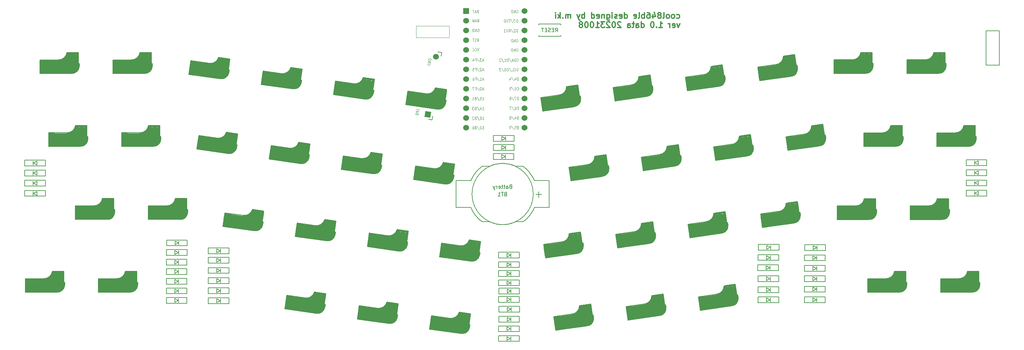
<source format=gbr>
G04 #@! TF.GenerationSoftware,KiCad,Pcbnew,7.0.1-0*
G04 #@! TF.CreationDate,2023-10-08T21:15:56+09:00*
G04 #@! TF.ProjectId,cool846ble,636f6f6c-3834-4366-926c-652e6b696361,rev?*
G04 #@! TF.SameCoordinates,Original*
G04 #@! TF.FileFunction,Legend,Bot*
G04 #@! TF.FilePolarity,Positive*
%FSLAX46Y46*%
G04 Gerber Fmt 4.6, Leading zero omitted, Abs format (unit mm)*
G04 Created by KiCad (PCBNEW 7.0.1-0) date 2023-10-08 21:15:56*
%MOMM*%
%LPD*%
G01*
G04 APERTURE LIST*
G04 Aperture macros list*
%AMRotRect*
0 Rectangle, with rotation*
0 The origin of the aperture is its center*
0 $1 length*
0 $2 width*
0 $3 Rotation angle, in degrees counterclockwise*
0 Add horizontal line*
21,1,$1,$2,0,0,$3*%
G04 Aperture macros list end*
%ADD10C,0.300000*%
%ADD11C,0.125000*%
%ADD12C,0.150000*%
%ADD13C,0.400000*%
%ADD14C,0.500000*%
%ADD15C,1.000000*%
%ADD16C,3.500000*%
%ADD17C,3.000000*%
%ADD18C,0.800000*%
%ADD19C,0.120000*%
%ADD20C,0.200000*%
%ADD21C,1.524000*%
%ADD22R,1.524000X1.524000*%
%ADD23RotRect,1.524000X1.524000X82.000000*%
G04 APERTURE END LIST*
D10*
X-184810000Y-47155000D02*
X-184667142Y-47226428D01*
X-184667142Y-47226428D02*
X-184381428Y-47226428D01*
X-184381428Y-47226428D02*
X-184238571Y-47155000D01*
X-184238571Y-47155000D02*
X-184167142Y-47083571D01*
X-184167142Y-47083571D02*
X-184095714Y-46940714D01*
X-184095714Y-46940714D02*
X-184095714Y-46512142D01*
X-184095714Y-46512142D02*
X-184167142Y-46369285D01*
X-184167142Y-46369285D02*
X-184238571Y-46297857D01*
X-184238571Y-46297857D02*
X-184381428Y-46226428D01*
X-184381428Y-46226428D02*
X-184667142Y-46226428D01*
X-184667142Y-46226428D02*
X-184810000Y-46297857D01*
X-185667142Y-47226428D02*
X-185524285Y-47155000D01*
X-185524285Y-47155000D02*
X-185452856Y-47083571D01*
X-185452856Y-47083571D02*
X-185381428Y-46940714D01*
X-185381428Y-46940714D02*
X-185381428Y-46512142D01*
X-185381428Y-46512142D02*
X-185452856Y-46369285D01*
X-185452856Y-46369285D02*
X-185524285Y-46297857D01*
X-185524285Y-46297857D02*
X-185667142Y-46226428D01*
X-185667142Y-46226428D02*
X-185881428Y-46226428D01*
X-185881428Y-46226428D02*
X-186024285Y-46297857D01*
X-186024285Y-46297857D02*
X-186095714Y-46369285D01*
X-186095714Y-46369285D02*
X-186167142Y-46512142D01*
X-186167142Y-46512142D02*
X-186167142Y-46940714D01*
X-186167142Y-46940714D02*
X-186095714Y-47083571D01*
X-186095714Y-47083571D02*
X-186024285Y-47155000D01*
X-186024285Y-47155000D02*
X-185881428Y-47226428D01*
X-185881428Y-47226428D02*
X-185667142Y-47226428D01*
X-187024285Y-47226428D02*
X-186881428Y-47155000D01*
X-186881428Y-47155000D02*
X-186809999Y-47083571D01*
X-186809999Y-47083571D02*
X-186738571Y-46940714D01*
X-186738571Y-46940714D02*
X-186738571Y-46512142D01*
X-186738571Y-46512142D02*
X-186809999Y-46369285D01*
X-186809999Y-46369285D02*
X-186881428Y-46297857D01*
X-186881428Y-46297857D02*
X-187024285Y-46226428D01*
X-187024285Y-46226428D02*
X-187238571Y-46226428D01*
X-187238571Y-46226428D02*
X-187381428Y-46297857D01*
X-187381428Y-46297857D02*
X-187452857Y-46369285D01*
X-187452857Y-46369285D02*
X-187524285Y-46512142D01*
X-187524285Y-46512142D02*
X-187524285Y-46940714D01*
X-187524285Y-46940714D02*
X-187452857Y-47083571D01*
X-187452857Y-47083571D02*
X-187381428Y-47155000D01*
X-187381428Y-47155000D02*
X-187238571Y-47226428D01*
X-187238571Y-47226428D02*
X-187024285Y-47226428D01*
X-188381428Y-47226428D02*
X-188238571Y-47155000D01*
X-188238571Y-47155000D02*
X-188167142Y-47012142D01*
X-188167142Y-47012142D02*
X-188167142Y-45726428D01*
X-189167142Y-46369285D02*
X-189024285Y-46297857D01*
X-189024285Y-46297857D02*
X-188952856Y-46226428D01*
X-188952856Y-46226428D02*
X-188881428Y-46083571D01*
X-188881428Y-46083571D02*
X-188881428Y-46012142D01*
X-188881428Y-46012142D02*
X-188952856Y-45869285D01*
X-188952856Y-45869285D02*
X-189024285Y-45797857D01*
X-189024285Y-45797857D02*
X-189167142Y-45726428D01*
X-189167142Y-45726428D02*
X-189452856Y-45726428D01*
X-189452856Y-45726428D02*
X-189595714Y-45797857D01*
X-189595714Y-45797857D02*
X-189667142Y-45869285D01*
X-189667142Y-45869285D02*
X-189738571Y-46012142D01*
X-189738571Y-46012142D02*
X-189738571Y-46083571D01*
X-189738571Y-46083571D02*
X-189667142Y-46226428D01*
X-189667142Y-46226428D02*
X-189595714Y-46297857D01*
X-189595714Y-46297857D02*
X-189452856Y-46369285D01*
X-189452856Y-46369285D02*
X-189167142Y-46369285D01*
X-189167142Y-46369285D02*
X-189024285Y-46440714D01*
X-189024285Y-46440714D02*
X-188952856Y-46512142D01*
X-188952856Y-46512142D02*
X-188881428Y-46655000D01*
X-188881428Y-46655000D02*
X-188881428Y-46940714D01*
X-188881428Y-46940714D02*
X-188952856Y-47083571D01*
X-188952856Y-47083571D02*
X-189024285Y-47155000D01*
X-189024285Y-47155000D02*
X-189167142Y-47226428D01*
X-189167142Y-47226428D02*
X-189452856Y-47226428D01*
X-189452856Y-47226428D02*
X-189595714Y-47155000D01*
X-189595714Y-47155000D02*
X-189667142Y-47083571D01*
X-189667142Y-47083571D02*
X-189738571Y-46940714D01*
X-189738571Y-46940714D02*
X-189738571Y-46655000D01*
X-189738571Y-46655000D02*
X-189667142Y-46512142D01*
X-189667142Y-46512142D02*
X-189595714Y-46440714D01*
X-189595714Y-46440714D02*
X-189452856Y-46369285D01*
X-191024285Y-46226428D02*
X-191024285Y-47226428D01*
X-190667142Y-45655000D02*
X-190309999Y-46726428D01*
X-190309999Y-46726428D02*
X-191238570Y-46726428D01*
X-192452856Y-45726428D02*
X-192167141Y-45726428D01*
X-192167141Y-45726428D02*
X-192024284Y-45797857D01*
X-192024284Y-45797857D02*
X-191952856Y-45869285D01*
X-191952856Y-45869285D02*
X-191809998Y-46083571D01*
X-191809998Y-46083571D02*
X-191738570Y-46369285D01*
X-191738570Y-46369285D02*
X-191738570Y-46940714D01*
X-191738570Y-46940714D02*
X-191809998Y-47083571D01*
X-191809998Y-47083571D02*
X-191881427Y-47155000D01*
X-191881427Y-47155000D02*
X-192024284Y-47226428D01*
X-192024284Y-47226428D02*
X-192309998Y-47226428D01*
X-192309998Y-47226428D02*
X-192452856Y-47155000D01*
X-192452856Y-47155000D02*
X-192524284Y-47083571D01*
X-192524284Y-47083571D02*
X-192595713Y-46940714D01*
X-192595713Y-46940714D02*
X-192595713Y-46583571D01*
X-192595713Y-46583571D02*
X-192524284Y-46440714D01*
X-192524284Y-46440714D02*
X-192452856Y-46369285D01*
X-192452856Y-46369285D02*
X-192309998Y-46297857D01*
X-192309998Y-46297857D02*
X-192024284Y-46297857D01*
X-192024284Y-46297857D02*
X-191881427Y-46369285D01*
X-191881427Y-46369285D02*
X-191809998Y-46440714D01*
X-191809998Y-46440714D02*
X-191738570Y-46583571D01*
X-193238569Y-47226428D02*
X-193238569Y-45726428D01*
X-193238569Y-46297857D02*
X-193381427Y-46226428D01*
X-193381427Y-46226428D02*
X-193667141Y-46226428D01*
X-193667141Y-46226428D02*
X-193809998Y-46297857D01*
X-193809998Y-46297857D02*
X-193881427Y-46369285D01*
X-193881427Y-46369285D02*
X-193952855Y-46512142D01*
X-193952855Y-46512142D02*
X-193952855Y-46940714D01*
X-193952855Y-46940714D02*
X-193881427Y-47083571D01*
X-193881427Y-47083571D02*
X-193809998Y-47155000D01*
X-193809998Y-47155000D02*
X-193667141Y-47226428D01*
X-193667141Y-47226428D02*
X-193381427Y-47226428D01*
X-193381427Y-47226428D02*
X-193238569Y-47155000D01*
X-194809998Y-47226428D02*
X-194667141Y-47155000D01*
X-194667141Y-47155000D02*
X-194595712Y-47012142D01*
X-194595712Y-47012142D02*
X-194595712Y-45726428D01*
X-195952855Y-47155000D02*
X-195809998Y-47226428D01*
X-195809998Y-47226428D02*
X-195524284Y-47226428D01*
X-195524284Y-47226428D02*
X-195381426Y-47155000D01*
X-195381426Y-47155000D02*
X-195309998Y-47012142D01*
X-195309998Y-47012142D02*
X-195309998Y-46440714D01*
X-195309998Y-46440714D02*
X-195381426Y-46297857D01*
X-195381426Y-46297857D02*
X-195524284Y-46226428D01*
X-195524284Y-46226428D02*
X-195809998Y-46226428D01*
X-195809998Y-46226428D02*
X-195952855Y-46297857D01*
X-195952855Y-46297857D02*
X-196024284Y-46440714D01*
X-196024284Y-46440714D02*
X-196024284Y-46583571D01*
X-196024284Y-46583571D02*
X-195309998Y-46726428D01*
X-198452855Y-47226428D02*
X-198452855Y-45726428D01*
X-198452855Y-47155000D02*
X-198309997Y-47226428D01*
X-198309997Y-47226428D02*
X-198024283Y-47226428D01*
X-198024283Y-47226428D02*
X-197881426Y-47155000D01*
X-197881426Y-47155000D02*
X-197809997Y-47083571D01*
X-197809997Y-47083571D02*
X-197738569Y-46940714D01*
X-197738569Y-46940714D02*
X-197738569Y-46512142D01*
X-197738569Y-46512142D02*
X-197809997Y-46369285D01*
X-197809997Y-46369285D02*
X-197881426Y-46297857D01*
X-197881426Y-46297857D02*
X-198024283Y-46226428D01*
X-198024283Y-46226428D02*
X-198309997Y-46226428D01*
X-198309997Y-46226428D02*
X-198452855Y-46297857D01*
X-199738569Y-47155000D02*
X-199595712Y-47226428D01*
X-199595712Y-47226428D02*
X-199309998Y-47226428D01*
X-199309998Y-47226428D02*
X-199167140Y-47155000D01*
X-199167140Y-47155000D02*
X-199095712Y-47012142D01*
X-199095712Y-47012142D02*
X-199095712Y-46440714D01*
X-199095712Y-46440714D02*
X-199167140Y-46297857D01*
X-199167140Y-46297857D02*
X-199309998Y-46226428D01*
X-199309998Y-46226428D02*
X-199595712Y-46226428D01*
X-199595712Y-46226428D02*
X-199738569Y-46297857D01*
X-199738569Y-46297857D02*
X-199809998Y-46440714D01*
X-199809998Y-46440714D02*
X-199809998Y-46583571D01*
X-199809998Y-46583571D02*
X-199095712Y-46726428D01*
X-200381426Y-47155000D02*
X-200524283Y-47226428D01*
X-200524283Y-47226428D02*
X-200809997Y-47226428D01*
X-200809997Y-47226428D02*
X-200952854Y-47155000D01*
X-200952854Y-47155000D02*
X-201024283Y-47012142D01*
X-201024283Y-47012142D02*
X-201024283Y-46940714D01*
X-201024283Y-46940714D02*
X-200952854Y-46797857D01*
X-200952854Y-46797857D02*
X-200809997Y-46726428D01*
X-200809997Y-46726428D02*
X-200595712Y-46726428D01*
X-200595712Y-46726428D02*
X-200452854Y-46655000D01*
X-200452854Y-46655000D02*
X-200381426Y-46512142D01*
X-200381426Y-46512142D02*
X-200381426Y-46440714D01*
X-200381426Y-46440714D02*
X-200452854Y-46297857D01*
X-200452854Y-46297857D02*
X-200595712Y-46226428D01*
X-200595712Y-46226428D02*
X-200809997Y-46226428D01*
X-200809997Y-46226428D02*
X-200952854Y-46297857D01*
X-201667140Y-47226428D02*
X-201667140Y-46226428D01*
X-201667140Y-45726428D02*
X-201595712Y-45797857D01*
X-201595712Y-45797857D02*
X-201667140Y-45869285D01*
X-201667140Y-45869285D02*
X-201738569Y-45797857D01*
X-201738569Y-45797857D02*
X-201667140Y-45726428D01*
X-201667140Y-45726428D02*
X-201667140Y-45869285D01*
X-203024284Y-46226428D02*
X-203024284Y-47440714D01*
X-203024284Y-47440714D02*
X-202952855Y-47583571D01*
X-202952855Y-47583571D02*
X-202881426Y-47655000D01*
X-202881426Y-47655000D02*
X-202738569Y-47726428D01*
X-202738569Y-47726428D02*
X-202524284Y-47726428D01*
X-202524284Y-47726428D02*
X-202381426Y-47655000D01*
X-203024284Y-47155000D02*
X-202881426Y-47226428D01*
X-202881426Y-47226428D02*
X-202595712Y-47226428D01*
X-202595712Y-47226428D02*
X-202452855Y-47155000D01*
X-202452855Y-47155000D02*
X-202381426Y-47083571D01*
X-202381426Y-47083571D02*
X-202309998Y-46940714D01*
X-202309998Y-46940714D02*
X-202309998Y-46512142D01*
X-202309998Y-46512142D02*
X-202381426Y-46369285D01*
X-202381426Y-46369285D02*
X-202452855Y-46297857D01*
X-202452855Y-46297857D02*
X-202595712Y-46226428D01*
X-202595712Y-46226428D02*
X-202881426Y-46226428D01*
X-202881426Y-46226428D02*
X-203024284Y-46297857D01*
X-203738569Y-46226428D02*
X-203738569Y-47226428D01*
X-203738569Y-46369285D02*
X-203809998Y-46297857D01*
X-203809998Y-46297857D02*
X-203952855Y-46226428D01*
X-203952855Y-46226428D02*
X-204167141Y-46226428D01*
X-204167141Y-46226428D02*
X-204309998Y-46297857D01*
X-204309998Y-46297857D02*
X-204381427Y-46440714D01*
X-204381427Y-46440714D02*
X-204381427Y-47226428D01*
X-205667141Y-47155000D02*
X-205524284Y-47226428D01*
X-205524284Y-47226428D02*
X-205238570Y-47226428D01*
X-205238570Y-47226428D02*
X-205095712Y-47155000D01*
X-205095712Y-47155000D02*
X-205024284Y-47012142D01*
X-205024284Y-47012142D02*
X-205024284Y-46440714D01*
X-205024284Y-46440714D02*
X-205095712Y-46297857D01*
X-205095712Y-46297857D02*
X-205238570Y-46226428D01*
X-205238570Y-46226428D02*
X-205524284Y-46226428D01*
X-205524284Y-46226428D02*
X-205667141Y-46297857D01*
X-205667141Y-46297857D02*
X-205738570Y-46440714D01*
X-205738570Y-46440714D02*
X-205738570Y-46583571D01*
X-205738570Y-46583571D02*
X-205024284Y-46726428D01*
X-207024284Y-47226428D02*
X-207024284Y-45726428D01*
X-207024284Y-47155000D02*
X-206881426Y-47226428D01*
X-206881426Y-47226428D02*
X-206595712Y-47226428D01*
X-206595712Y-47226428D02*
X-206452855Y-47155000D01*
X-206452855Y-47155000D02*
X-206381426Y-47083571D01*
X-206381426Y-47083571D02*
X-206309998Y-46940714D01*
X-206309998Y-46940714D02*
X-206309998Y-46512142D01*
X-206309998Y-46512142D02*
X-206381426Y-46369285D01*
X-206381426Y-46369285D02*
X-206452855Y-46297857D01*
X-206452855Y-46297857D02*
X-206595712Y-46226428D01*
X-206595712Y-46226428D02*
X-206881426Y-46226428D01*
X-206881426Y-46226428D02*
X-207024284Y-46297857D01*
X-208881426Y-47226428D02*
X-208881426Y-45726428D01*
X-208881426Y-46297857D02*
X-209024284Y-46226428D01*
X-209024284Y-46226428D02*
X-209309998Y-46226428D01*
X-209309998Y-46226428D02*
X-209452855Y-46297857D01*
X-209452855Y-46297857D02*
X-209524284Y-46369285D01*
X-209524284Y-46369285D02*
X-209595712Y-46512142D01*
X-209595712Y-46512142D02*
X-209595712Y-46940714D01*
X-209595712Y-46940714D02*
X-209524284Y-47083571D01*
X-209524284Y-47083571D02*
X-209452855Y-47155000D01*
X-209452855Y-47155000D02*
X-209309998Y-47226428D01*
X-209309998Y-47226428D02*
X-209024284Y-47226428D01*
X-209024284Y-47226428D02*
X-208881426Y-47155000D01*
X-210095712Y-46226428D02*
X-210452855Y-47226428D01*
X-210809998Y-46226428D02*
X-210452855Y-47226428D01*
X-210452855Y-47226428D02*
X-210309998Y-47583571D01*
X-210309998Y-47583571D02*
X-210238569Y-47655000D01*
X-210238569Y-47655000D02*
X-210095712Y-47726428D01*
X-212524283Y-47226428D02*
X-212524283Y-46226428D01*
X-212524283Y-46369285D02*
X-212595712Y-46297857D01*
X-212595712Y-46297857D02*
X-212738569Y-46226428D01*
X-212738569Y-46226428D02*
X-212952855Y-46226428D01*
X-212952855Y-46226428D02*
X-213095712Y-46297857D01*
X-213095712Y-46297857D02*
X-213167141Y-46440714D01*
X-213167141Y-46440714D02*
X-213167141Y-47226428D01*
X-213167141Y-46440714D02*
X-213238569Y-46297857D01*
X-213238569Y-46297857D02*
X-213381426Y-46226428D01*
X-213381426Y-46226428D02*
X-213595712Y-46226428D01*
X-213595712Y-46226428D02*
X-213738569Y-46297857D01*
X-213738569Y-46297857D02*
X-213809998Y-46440714D01*
X-213809998Y-46440714D02*
X-213809998Y-47226428D01*
X-214524283Y-47083571D02*
X-214595712Y-47155000D01*
X-214595712Y-47155000D02*
X-214524283Y-47226428D01*
X-214524283Y-47226428D02*
X-214452855Y-47155000D01*
X-214452855Y-47155000D02*
X-214524283Y-47083571D01*
X-214524283Y-47083571D02*
X-214524283Y-47226428D01*
X-215238569Y-47226428D02*
X-215238569Y-45726428D01*
X-215381427Y-46655000D02*
X-215809998Y-47226428D01*
X-215809998Y-46226428D02*
X-215238569Y-46797857D01*
X-216452855Y-47226428D02*
X-216452855Y-46226428D01*
X-216452855Y-45726428D02*
X-216381427Y-45797857D01*
X-216381427Y-45797857D02*
X-216452855Y-45869285D01*
X-216452855Y-45869285D02*
X-216524284Y-45797857D01*
X-216524284Y-45797857D02*
X-216452855Y-45726428D01*
X-216452855Y-45726428D02*
X-216452855Y-45869285D01*
X-184024285Y-48656428D02*
X-184381428Y-49656428D01*
X-184381428Y-49656428D02*
X-184738571Y-48656428D01*
X-185881428Y-49585000D02*
X-185738571Y-49656428D01*
X-185738571Y-49656428D02*
X-185452857Y-49656428D01*
X-185452857Y-49656428D02*
X-185309999Y-49585000D01*
X-185309999Y-49585000D02*
X-185238571Y-49442142D01*
X-185238571Y-49442142D02*
X-185238571Y-48870714D01*
X-185238571Y-48870714D02*
X-185309999Y-48727857D01*
X-185309999Y-48727857D02*
X-185452857Y-48656428D01*
X-185452857Y-48656428D02*
X-185738571Y-48656428D01*
X-185738571Y-48656428D02*
X-185881428Y-48727857D01*
X-185881428Y-48727857D02*
X-185952857Y-48870714D01*
X-185952857Y-48870714D02*
X-185952857Y-49013571D01*
X-185952857Y-49013571D02*
X-185238571Y-49156428D01*
X-186595713Y-49656428D02*
X-186595713Y-48656428D01*
X-186595713Y-48942142D02*
X-186667142Y-48799285D01*
X-186667142Y-48799285D02*
X-186738571Y-48727857D01*
X-186738571Y-48727857D02*
X-186881428Y-48656428D01*
X-186881428Y-48656428D02*
X-187024285Y-48656428D01*
X-189452856Y-49656428D02*
X-188595713Y-49656428D01*
X-189024284Y-49656428D02*
X-189024284Y-48156428D01*
X-189024284Y-48156428D02*
X-188881427Y-48370714D01*
X-188881427Y-48370714D02*
X-188738570Y-48513571D01*
X-188738570Y-48513571D02*
X-188595713Y-48585000D01*
X-190095712Y-49513571D02*
X-190167141Y-49585000D01*
X-190167141Y-49585000D02*
X-190095712Y-49656428D01*
X-190095712Y-49656428D02*
X-190024284Y-49585000D01*
X-190024284Y-49585000D02*
X-190095712Y-49513571D01*
X-190095712Y-49513571D02*
X-190095712Y-49656428D01*
X-191095713Y-48156428D02*
X-191238570Y-48156428D01*
X-191238570Y-48156428D02*
X-191381427Y-48227857D01*
X-191381427Y-48227857D02*
X-191452856Y-48299285D01*
X-191452856Y-48299285D02*
X-191524284Y-48442142D01*
X-191524284Y-48442142D02*
X-191595713Y-48727857D01*
X-191595713Y-48727857D02*
X-191595713Y-49085000D01*
X-191595713Y-49085000D02*
X-191524284Y-49370714D01*
X-191524284Y-49370714D02*
X-191452856Y-49513571D01*
X-191452856Y-49513571D02*
X-191381427Y-49585000D01*
X-191381427Y-49585000D02*
X-191238570Y-49656428D01*
X-191238570Y-49656428D02*
X-191095713Y-49656428D01*
X-191095713Y-49656428D02*
X-190952856Y-49585000D01*
X-190952856Y-49585000D02*
X-190881427Y-49513571D01*
X-190881427Y-49513571D02*
X-190809998Y-49370714D01*
X-190809998Y-49370714D02*
X-190738570Y-49085000D01*
X-190738570Y-49085000D02*
X-190738570Y-48727857D01*
X-190738570Y-48727857D02*
X-190809998Y-48442142D01*
X-190809998Y-48442142D02*
X-190881427Y-48299285D01*
X-190881427Y-48299285D02*
X-190952856Y-48227857D01*
X-190952856Y-48227857D02*
X-191095713Y-48156428D01*
X-194024284Y-49656428D02*
X-194024284Y-48156428D01*
X-194024284Y-49585000D02*
X-193881426Y-49656428D01*
X-193881426Y-49656428D02*
X-193595712Y-49656428D01*
X-193595712Y-49656428D02*
X-193452855Y-49585000D01*
X-193452855Y-49585000D02*
X-193381426Y-49513571D01*
X-193381426Y-49513571D02*
X-193309998Y-49370714D01*
X-193309998Y-49370714D02*
X-193309998Y-48942142D01*
X-193309998Y-48942142D02*
X-193381426Y-48799285D01*
X-193381426Y-48799285D02*
X-193452855Y-48727857D01*
X-193452855Y-48727857D02*
X-193595712Y-48656428D01*
X-193595712Y-48656428D02*
X-193881426Y-48656428D01*
X-193881426Y-48656428D02*
X-194024284Y-48727857D01*
X-195381427Y-49656428D02*
X-195381427Y-48870714D01*
X-195381427Y-48870714D02*
X-195309998Y-48727857D01*
X-195309998Y-48727857D02*
X-195167141Y-48656428D01*
X-195167141Y-48656428D02*
X-194881427Y-48656428D01*
X-194881427Y-48656428D02*
X-194738569Y-48727857D01*
X-195381427Y-49585000D02*
X-195238569Y-49656428D01*
X-195238569Y-49656428D02*
X-194881427Y-49656428D01*
X-194881427Y-49656428D02*
X-194738569Y-49585000D01*
X-194738569Y-49585000D02*
X-194667141Y-49442142D01*
X-194667141Y-49442142D02*
X-194667141Y-49299285D01*
X-194667141Y-49299285D02*
X-194738569Y-49156428D01*
X-194738569Y-49156428D02*
X-194881427Y-49085000D01*
X-194881427Y-49085000D02*
X-195238569Y-49085000D01*
X-195238569Y-49085000D02*
X-195381427Y-49013571D01*
X-195881427Y-48656428D02*
X-196452855Y-48656428D01*
X-196095712Y-48156428D02*
X-196095712Y-49442142D01*
X-196095712Y-49442142D02*
X-196167141Y-49585000D01*
X-196167141Y-49585000D02*
X-196309998Y-49656428D01*
X-196309998Y-49656428D02*
X-196452855Y-49656428D01*
X-197595713Y-49656428D02*
X-197595713Y-48870714D01*
X-197595713Y-48870714D02*
X-197524284Y-48727857D01*
X-197524284Y-48727857D02*
X-197381427Y-48656428D01*
X-197381427Y-48656428D02*
X-197095713Y-48656428D01*
X-197095713Y-48656428D02*
X-196952855Y-48727857D01*
X-197595713Y-49585000D02*
X-197452855Y-49656428D01*
X-197452855Y-49656428D02*
X-197095713Y-49656428D01*
X-197095713Y-49656428D02*
X-196952855Y-49585000D01*
X-196952855Y-49585000D02*
X-196881427Y-49442142D01*
X-196881427Y-49442142D02*
X-196881427Y-49299285D01*
X-196881427Y-49299285D02*
X-196952855Y-49156428D01*
X-196952855Y-49156428D02*
X-197095713Y-49085000D01*
X-197095713Y-49085000D02*
X-197452855Y-49085000D01*
X-197452855Y-49085000D02*
X-197595713Y-49013571D01*
X-199381427Y-48299285D02*
X-199452855Y-48227857D01*
X-199452855Y-48227857D02*
X-199595713Y-48156428D01*
X-199595713Y-48156428D02*
X-199952855Y-48156428D01*
X-199952855Y-48156428D02*
X-200095713Y-48227857D01*
X-200095713Y-48227857D02*
X-200167141Y-48299285D01*
X-200167141Y-48299285D02*
X-200238570Y-48442142D01*
X-200238570Y-48442142D02*
X-200238570Y-48585000D01*
X-200238570Y-48585000D02*
X-200167141Y-48799285D01*
X-200167141Y-48799285D02*
X-199309998Y-49656428D01*
X-199309998Y-49656428D02*
X-200238570Y-49656428D01*
X-201167141Y-48156428D02*
X-201309998Y-48156428D01*
X-201309998Y-48156428D02*
X-201452855Y-48227857D01*
X-201452855Y-48227857D02*
X-201524284Y-48299285D01*
X-201524284Y-48299285D02*
X-201595712Y-48442142D01*
X-201595712Y-48442142D02*
X-201667141Y-48727857D01*
X-201667141Y-48727857D02*
X-201667141Y-49085000D01*
X-201667141Y-49085000D02*
X-201595712Y-49370714D01*
X-201595712Y-49370714D02*
X-201524284Y-49513571D01*
X-201524284Y-49513571D02*
X-201452855Y-49585000D01*
X-201452855Y-49585000D02*
X-201309998Y-49656428D01*
X-201309998Y-49656428D02*
X-201167141Y-49656428D01*
X-201167141Y-49656428D02*
X-201024284Y-49585000D01*
X-201024284Y-49585000D02*
X-200952855Y-49513571D01*
X-200952855Y-49513571D02*
X-200881426Y-49370714D01*
X-200881426Y-49370714D02*
X-200809998Y-49085000D01*
X-200809998Y-49085000D02*
X-200809998Y-48727857D01*
X-200809998Y-48727857D02*
X-200881426Y-48442142D01*
X-200881426Y-48442142D02*
X-200952855Y-48299285D01*
X-200952855Y-48299285D02*
X-201024284Y-48227857D01*
X-201024284Y-48227857D02*
X-201167141Y-48156428D01*
X-202238569Y-48299285D02*
X-202309997Y-48227857D01*
X-202309997Y-48227857D02*
X-202452855Y-48156428D01*
X-202452855Y-48156428D02*
X-202809997Y-48156428D01*
X-202809997Y-48156428D02*
X-202952855Y-48227857D01*
X-202952855Y-48227857D02*
X-203024283Y-48299285D01*
X-203024283Y-48299285D02*
X-203095712Y-48442142D01*
X-203095712Y-48442142D02*
X-203095712Y-48585000D01*
X-203095712Y-48585000D02*
X-203024283Y-48799285D01*
X-203024283Y-48799285D02*
X-202167140Y-49656428D01*
X-202167140Y-49656428D02*
X-203095712Y-49656428D01*
X-203595711Y-48156428D02*
X-204524283Y-48156428D01*
X-204524283Y-48156428D02*
X-204024283Y-48727857D01*
X-204024283Y-48727857D02*
X-204238568Y-48727857D01*
X-204238568Y-48727857D02*
X-204381426Y-48799285D01*
X-204381426Y-48799285D02*
X-204452854Y-48870714D01*
X-204452854Y-48870714D02*
X-204524283Y-49013571D01*
X-204524283Y-49013571D02*
X-204524283Y-49370714D01*
X-204524283Y-49370714D02*
X-204452854Y-49513571D01*
X-204452854Y-49513571D02*
X-204381426Y-49585000D01*
X-204381426Y-49585000D02*
X-204238568Y-49656428D01*
X-204238568Y-49656428D02*
X-203809997Y-49656428D01*
X-203809997Y-49656428D02*
X-203667140Y-49585000D01*
X-203667140Y-49585000D02*
X-203595711Y-49513571D01*
X-205952854Y-49656428D02*
X-205095711Y-49656428D01*
X-205524282Y-49656428D02*
X-205524282Y-48156428D01*
X-205524282Y-48156428D02*
X-205381425Y-48370714D01*
X-205381425Y-48370714D02*
X-205238568Y-48513571D01*
X-205238568Y-48513571D02*
X-205095711Y-48585000D01*
X-206881425Y-48156428D02*
X-207024282Y-48156428D01*
X-207024282Y-48156428D02*
X-207167139Y-48227857D01*
X-207167139Y-48227857D02*
X-207238568Y-48299285D01*
X-207238568Y-48299285D02*
X-207309996Y-48442142D01*
X-207309996Y-48442142D02*
X-207381425Y-48727857D01*
X-207381425Y-48727857D02*
X-207381425Y-49085000D01*
X-207381425Y-49085000D02*
X-207309996Y-49370714D01*
X-207309996Y-49370714D02*
X-207238568Y-49513571D01*
X-207238568Y-49513571D02*
X-207167139Y-49585000D01*
X-207167139Y-49585000D02*
X-207024282Y-49656428D01*
X-207024282Y-49656428D02*
X-206881425Y-49656428D01*
X-206881425Y-49656428D02*
X-206738568Y-49585000D01*
X-206738568Y-49585000D02*
X-206667139Y-49513571D01*
X-206667139Y-49513571D02*
X-206595710Y-49370714D01*
X-206595710Y-49370714D02*
X-206524282Y-49085000D01*
X-206524282Y-49085000D02*
X-206524282Y-48727857D01*
X-206524282Y-48727857D02*
X-206595710Y-48442142D01*
X-206595710Y-48442142D02*
X-206667139Y-48299285D01*
X-206667139Y-48299285D02*
X-206738568Y-48227857D01*
X-206738568Y-48227857D02*
X-206881425Y-48156428D01*
X-208309996Y-48156428D02*
X-208452853Y-48156428D01*
X-208452853Y-48156428D02*
X-208595710Y-48227857D01*
X-208595710Y-48227857D02*
X-208667139Y-48299285D01*
X-208667139Y-48299285D02*
X-208738567Y-48442142D01*
X-208738567Y-48442142D02*
X-208809996Y-48727857D01*
X-208809996Y-48727857D02*
X-208809996Y-49085000D01*
X-208809996Y-49085000D02*
X-208738567Y-49370714D01*
X-208738567Y-49370714D02*
X-208667139Y-49513571D01*
X-208667139Y-49513571D02*
X-208595710Y-49585000D01*
X-208595710Y-49585000D02*
X-208452853Y-49656428D01*
X-208452853Y-49656428D02*
X-208309996Y-49656428D01*
X-208309996Y-49656428D02*
X-208167139Y-49585000D01*
X-208167139Y-49585000D02*
X-208095710Y-49513571D01*
X-208095710Y-49513571D02*
X-208024281Y-49370714D01*
X-208024281Y-49370714D02*
X-207952853Y-49085000D01*
X-207952853Y-49085000D02*
X-207952853Y-48727857D01*
X-207952853Y-48727857D02*
X-208024281Y-48442142D01*
X-208024281Y-48442142D02*
X-208095710Y-48299285D01*
X-208095710Y-48299285D02*
X-208167139Y-48227857D01*
X-208167139Y-48227857D02*
X-208309996Y-48156428D01*
X-209667138Y-48799285D02*
X-209524281Y-48727857D01*
X-209524281Y-48727857D02*
X-209452852Y-48656428D01*
X-209452852Y-48656428D02*
X-209381424Y-48513571D01*
X-209381424Y-48513571D02*
X-209381424Y-48442142D01*
X-209381424Y-48442142D02*
X-209452852Y-48299285D01*
X-209452852Y-48299285D02*
X-209524281Y-48227857D01*
X-209524281Y-48227857D02*
X-209667138Y-48156428D01*
X-209667138Y-48156428D02*
X-209952852Y-48156428D01*
X-209952852Y-48156428D02*
X-210095710Y-48227857D01*
X-210095710Y-48227857D02*
X-210167138Y-48299285D01*
X-210167138Y-48299285D02*
X-210238567Y-48442142D01*
X-210238567Y-48442142D02*
X-210238567Y-48513571D01*
X-210238567Y-48513571D02*
X-210167138Y-48656428D01*
X-210167138Y-48656428D02*
X-210095710Y-48727857D01*
X-210095710Y-48727857D02*
X-209952852Y-48799285D01*
X-209952852Y-48799285D02*
X-209667138Y-48799285D01*
X-209667138Y-48799285D02*
X-209524281Y-48870714D01*
X-209524281Y-48870714D02*
X-209452852Y-48942142D01*
X-209452852Y-48942142D02*
X-209381424Y-49085000D01*
X-209381424Y-49085000D02*
X-209381424Y-49370714D01*
X-209381424Y-49370714D02*
X-209452852Y-49513571D01*
X-209452852Y-49513571D02*
X-209524281Y-49585000D01*
X-209524281Y-49585000D02*
X-209667138Y-49656428D01*
X-209667138Y-49656428D02*
X-209952852Y-49656428D01*
X-209952852Y-49656428D02*
X-210095710Y-49585000D01*
X-210095710Y-49585000D02*
X-210167138Y-49513571D01*
X-210167138Y-49513571D02*
X-210238567Y-49370714D01*
X-210238567Y-49370714D02*
X-210238567Y-49085000D01*
X-210238567Y-49085000D02*
X-210167138Y-48942142D01*
X-210167138Y-48942142D02*
X-210095710Y-48870714D01*
X-210095710Y-48870714D02*
X-209952852Y-48799285D01*
D11*
X-235230686Y-58250678D02*
X-235549733Y-58250678D01*
X-235166876Y-58464964D02*
X-235390209Y-57714964D01*
X-235390209Y-57714964D02*
X-235613543Y-58464964D01*
X-235773067Y-57714964D02*
X-236187829Y-57714964D01*
X-236187829Y-57714964D02*
X-235964495Y-58000678D01*
X-235964495Y-58000678D02*
X-236060210Y-58000678D01*
X-236060210Y-58000678D02*
X-236124019Y-58036392D01*
X-236124019Y-58036392D02*
X-236155924Y-58072107D01*
X-236155924Y-58072107D02*
X-236187829Y-58143535D01*
X-236187829Y-58143535D02*
X-236187829Y-58322107D01*
X-236187829Y-58322107D02*
X-236155924Y-58393535D01*
X-236155924Y-58393535D02*
X-236124019Y-58429250D01*
X-236124019Y-58429250D02*
X-236060210Y-58464964D01*
X-236060210Y-58464964D02*
X-235868781Y-58464964D01*
X-235868781Y-58464964D02*
X-235804972Y-58429250D01*
X-235804972Y-58429250D02*
X-235773067Y-58393535D01*
X-236953543Y-57679250D02*
X-236379257Y-58643535D01*
X-237400210Y-58072107D02*
X-237176876Y-58072107D01*
X-237176876Y-58464964D02*
X-237176876Y-57714964D01*
X-237176876Y-57714964D02*
X-237495924Y-57714964D01*
X-238038305Y-57964964D02*
X-238038305Y-58464964D01*
X-237878781Y-57679250D02*
X-237719258Y-58214964D01*
X-237719258Y-58214964D02*
X-238134019Y-58214964D01*
X-236919495Y-53314964D02*
X-236696162Y-52957821D01*
X-236536638Y-53314964D02*
X-236536638Y-52564964D01*
X-236536638Y-52564964D02*
X-236791876Y-52564964D01*
X-236791876Y-52564964D02*
X-236855686Y-52600678D01*
X-236855686Y-52600678D02*
X-236887591Y-52636392D01*
X-236887591Y-52636392D02*
X-236919495Y-52707821D01*
X-236919495Y-52707821D02*
X-236919495Y-52814964D01*
X-236919495Y-52814964D02*
X-236887591Y-52886392D01*
X-236887591Y-52886392D02*
X-236855686Y-52922107D01*
X-236855686Y-52922107D02*
X-236791876Y-52957821D01*
X-236791876Y-52957821D02*
X-236536638Y-52957821D01*
X-237174734Y-53279250D02*
X-237270448Y-53314964D01*
X-237270448Y-53314964D02*
X-237429972Y-53314964D01*
X-237429972Y-53314964D02*
X-237493781Y-53279250D01*
X-237493781Y-53279250D02*
X-237525686Y-53243535D01*
X-237525686Y-53243535D02*
X-237557591Y-53172107D01*
X-237557591Y-53172107D02*
X-237557591Y-53100678D01*
X-237557591Y-53100678D02*
X-237525686Y-53029250D01*
X-237525686Y-53029250D02*
X-237493781Y-52993535D01*
X-237493781Y-52993535D02*
X-237429972Y-52957821D01*
X-237429972Y-52957821D02*
X-237302353Y-52922107D01*
X-237302353Y-52922107D02*
X-237238543Y-52886392D01*
X-237238543Y-52886392D02*
X-237206638Y-52850678D01*
X-237206638Y-52850678D02*
X-237174734Y-52779250D01*
X-237174734Y-52779250D02*
X-237174734Y-52707821D01*
X-237174734Y-52707821D02*
X-237206638Y-52636392D01*
X-237206638Y-52636392D02*
X-237238543Y-52600678D01*
X-237238543Y-52600678D02*
X-237302353Y-52564964D01*
X-237302353Y-52564964D02*
X-237461876Y-52564964D01*
X-237461876Y-52564964D02*
X-237557591Y-52600678D01*
X-237749019Y-52564964D02*
X-238131876Y-52564964D01*
X-237940448Y-53314964D02*
X-237940448Y-52564964D01*
X-226635924Y-52700678D02*
X-226572114Y-52664964D01*
X-226572114Y-52664964D02*
X-226476400Y-52664964D01*
X-226476400Y-52664964D02*
X-226380686Y-52700678D01*
X-226380686Y-52700678D02*
X-226316876Y-52772107D01*
X-226316876Y-52772107D02*
X-226284971Y-52843535D01*
X-226284971Y-52843535D02*
X-226253067Y-52986392D01*
X-226253067Y-52986392D02*
X-226253067Y-53093535D01*
X-226253067Y-53093535D02*
X-226284971Y-53236392D01*
X-226284971Y-53236392D02*
X-226316876Y-53307821D01*
X-226316876Y-53307821D02*
X-226380686Y-53379250D01*
X-226380686Y-53379250D02*
X-226476400Y-53414964D01*
X-226476400Y-53414964D02*
X-226540209Y-53414964D01*
X-226540209Y-53414964D02*
X-226635924Y-53379250D01*
X-226635924Y-53379250D02*
X-226667828Y-53343535D01*
X-226667828Y-53343535D02*
X-226667828Y-53093535D01*
X-226667828Y-53093535D02*
X-226540209Y-53093535D01*
X-226954971Y-53414964D02*
X-226954971Y-52664964D01*
X-226954971Y-52664964D02*
X-227337828Y-53414964D01*
X-227337828Y-53414964D02*
X-227337828Y-52664964D01*
X-227656876Y-53414964D02*
X-227656876Y-52664964D01*
X-227656876Y-52664964D02*
X-227816400Y-52664964D01*
X-227816400Y-52664964D02*
X-227912114Y-52700678D01*
X-227912114Y-52700678D02*
X-227975924Y-52772107D01*
X-227975924Y-52772107D02*
X-228007829Y-52843535D01*
X-228007829Y-52843535D02*
X-228039733Y-52986392D01*
X-228039733Y-52986392D02*
X-228039733Y-53093535D01*
X-228039733Y-53093535D02*
X-228007829Y-53236392D01*
X-228007829Y-53236392D02*
X-227975924Y-53307821D01*
X-227975924Y-53307821D02*
X-227912114Y-53379250D01*
X-227912114Y-53379250D02*
X-227816400Y-53414964D01*
X-227816400Y-53414964D02*
X-227656876Y-53414964D01*
X-226116876Y-68514964D02*
X-226116876Y-67764964D01*
X-226116876Y-67764964D02*
X-226276400Y-67764964D01*
X-226276400Y-67764964D02*
X-226372114Y-67800678D01*
X-226372114Y-67800678D02*
X-226435924Y-67872107D01*
X-226435924Y-67872107D02*
X-226467829Y-67943535D01*
X-226467829Y-67943535D02*
X-226499733Y-68086392D01*
X-226499733Y-68086392D02*
X-226499733Y-68193535D01*
X-226499733Y-68193535D02*
X-226467829Y-68336392D01*
X-226467829Y-68336392D02*
X-226435924Y-68407821D01*
X-226435924Y-68407821D02*
X-226372114Y-68479250D01*
X-226372114Y-68479250D02*
X-226276400Y-68514964D01*
X-226276400Y-68514964D02*
X-226116876Y-68514964D01*
X-226723067Y-67764964D02*
X-227169733Y-67764964D01*
X-227169733Y-67764964D02*
X-226882591Y-68514964D01*
X-227903543Y-67729250D02*
X-227329257Y-68693535D01*
X-228414019Y-67764964D02*
X-228286400Y-67764964D01*
X-228286400Y-67764964D02*
X-228222591Y-67800678D01*
X-228222591Y-67800678D02*
X-228190686Y-67836392D01*
X-228190686Y-67836392D02*
X-228126876Y-67943535D01*
X-228126876Y-67943535D02*
X-228094972Y-68086392D01*
X-228094972Y-68086392D02*
X-228094972Y-68372107D01*
X-228094972Y-68372107D02*
X-228126876Y-68443535D01*
X-228126876Y-68443535D02*
X-228158781Y-68479250D01*
X-228158781Y-68479250D02*
X-228222591Y-68514964D01*
X-228222591Y-68514964D02*
X-228350210Y-68514964D01*
X-228350210Y-68514964D02*
X-228414019Y-68479250D01*
X-228414019Y-68479250D02*
X-228445924Y-68443535D01*
X-228445924Y-68443535D02*
X-228477829Y-68372107D01*
X-228477829Y-68372107D02*
X-228477829Y-68193535D01*
X-228477829Y-68193535D02*
X-228445924Y-68122107D01*
X-228445924Y-68122107D02*
X-228414019Y-68086392D01*
X-228414019Y-68086392D02*
X-228350210Y-68050678D01*
X-228350210Y-68050678D02*
X-228222591Y-68050678D01*
X-228222591Y-68050678D02*
X-228158781Y-68086392D01*
X-228158781Y-68086392D02*
X-228126876Y-68122107D01*
X-228126876Y-68122107D02*
X-228094972Y-68193535D01*
X-226635924Y-55150678D02*
X-226572114Y-55114964D01*
X-226572114Y-55114964D02*
X-226476400Y-55114964D01*
X-226476400Y-55114964D02*
X-226380686Y-55150678D01*
X-226380686Y-55150678D02*
X-226316876Y-55222107D01*
X-226316876Y-55222107D02*
X-226284971Y-55293535D01*
X-226284971Y-55293535D02*
X-226253067Y-55436392D01*
X-226253067Y-55436392D02*
X-226253067Y-55543535D01*
X-226253067Y-55543535D02*
X-226284971Y-55686392D01*
X-226284971Y-55686392D02*
X-226316876Y-55757821D01*
X-226316876Y-55757821D02*
X-226380686Y-55829250D01*
X-226380686Y-55829250D02*
X-226476400Y-55864964D01*
X-226476400Y-55864964D02*
X-226540209Y-55864964D01*
X-226540209Y-55864964D02*
X-226635924Y-55829250D01*
X-226635924Y-55829250D02*
X-226667828Y-55793535D01*
X-226667828Y-55793535D02*
X-226667828Y-55543535D01*
X-226667828Y-55543535D02*
X-226540209Y-55543535D01*
X-226954971Y-55864964D02*
X-226954971Y-55114964D01*
X-226954971Y-55114964D02*
X-227337828Y-55864964D01*
X-227337828Y-55864964D02*
X-227337828Y-55114964D01*
X-227656876Y-55864964D02*
X-227656876Y-55114964D01*
X-227656876Y-55114964D02*
X-227816400Y-55114964D01*
X-227816400Y-55114964D02*
X-227912114Y-55150678D01*
X-227912114Y-55150678D02*
X-227975924Y-55222107D01*
X-227975924Y-55222107D02*
X-228007829Y-55293535D01*
X-228007829Y-55293535D02*
X-228039733Y-55436392D01*
X-228039733Y-55436392D02*
X-228039733Y-55543535D01*
X-228039733Y-55543535D02*
X-228007829Y-55686392D01*
X-228007829Y-55686392D02*
X-227975924Y-55757821D01*
X-227975924Y-55757821D02*
X-227912114Y-55829250D01*
X-227912114Y-55829250D02*
X-227816400Y-55864964D01*
X-227816400Y-55864964D02*
X-227656876Y-55864964D01*
X-226116876Y-63414964D02*
X-226116876Y-62664964D01*
X-226116876Y-62664964D02*
X-226276400Y-62664964D01*
X-226276400Y-62664964D02*
X-226372114Y-62700678D01*
X-226372114Y-62700678D02*
X-226435924Y-62772107D01*
X-226435924Y-62772107D02*
X-226467829Y-62843535D01*
X-226467829Y-62843535D02*
X-226499733Y-62986392D01*
X-226499733Y-62986392D02*
X-226499733Y-63093535D01*
X-226499733Y-63093535D02*
X-226467829Y-63236392D01*
X-226467829Y-63236392D02*
X-226435924Y-63307821D01*
X-226435924Y-63307821D02*
X-226372114Y-63379250D01*
X-226372114Y-63379250D02*
X-226276400Y-63414964D01*
X-226276400Y-63414964D02*
X-226116876Y-63414964D01*
X-227074019Y-62914964D02*
X-227074019Y-63414964D01*
X-226914495Y-62629250D02*
X-226754972Y-63164964D01*
X-226754972Y-63164964D02*
X-227169733Y-63164964D01*
X-227903543Y-62629250D02*
X-227329257Y-63593535D01*
X-228414019Y-62914964D02*
X-228414019Y-63414964D01*
X-228254495Y-62629250D02*
X-228094972Y-63164964D01*
X-228094972Y-63164964D02*
X-228509733Y-63164964D01*
X-226499733Y-65893535D02*
X-226467829Y-65929250D01*
X-226467829Y-65929250D02*
X-226372114Y-65964964D01*
X-226372114Y-65964964D02*
X-226308305Y-65964964D01*
X-226308305Y-65964964D02*
X-226212591Y-65929250D01*
X-226212591Y-65929250D02*
X-226148781Y-65857821D01*
X-226148781Y-65857821D02*
X-226116876Y-65786392D01*
X-226116876Y-65786392D02*
X-226084972Y-65643535D01*
X-226084972Y-65643535D02*
X-226084972Y-65536392D01*
X-226084972Y-65536392D02*
X-226116876Y-65393535D01*
X-226116876Y-65393535D02*
X-226148781Y-65322107D01*
X-226148781Y-65322107D02*
X-226212591Y-65250678D01*
X-226212591Y-65250678D02*
X-226308305Y-65214964D01*
X-226308305Y-65214964D02*
X-226372114Y-65214964D01*
X-226372114Y-65214964D02*
X-226467829Y-65250678D01*
X-226467829Y-65250678D02*
X-226499733Y-65286392D01*
X-227074019Y-65214964D02*
X-226946400Y-65214964D01*
X-226946400Y-65214964D02*
X-226882591Y-65250678D01*
X-226882591Y-65250678D02*
X-226850686Y-65286392D01*
X-226850686Y-65286392D02*
X-226786876Y-65393535D01*
X-226786876Y-65393535D02*
X-226754972Y-65536392D01*
X-226754972Y-65536392D02*
X-226754972Y-65822107D01*
X-226754972Y-65822107D02*
X-226786876Y-65893535D01*
X-226786876Y-65893535D02*
X-226818781Y-65929250D01*
X-226818781Y-65929250D02*
X-226882591Y-65964964D01*
X-226882591Y-65964964D02*
X-227010210Y-65964964D01*
X-227010210Y-65964964D02*
X-227074019Y-65929250D01*
X-227074019Y-65929250D02*
X-227105924Y-65893535D01*
X-227105924Y-65893535D02*
X-227137829Y-65822107D01*
X-227137829Y-65822107D02*
X-227137829Y-65643535D01*
X-227137829Y-65643535D02*
X-227105924Y-65572107D01*
X-227105924Y-65572107D02*
X-227074019Y-65536392D01*
X-227074019Y-65536392D02*
X-227010210Y-65500678D01*
X-227010210Y-65500678D02*
X-226882591Y-65500678D01*
X-226882591Y-65500678D02*
X-226818781Y-65536392D01*
X-226818781Y-65536392D02*
X-226786876Y-65572107D01*
X-226786876Y-65572107D02*
X-226754972Y-65643535D01*
X-227903543Y-65179250D02*
X-227329257Y-66143535D01*
X-228445924Y-65214964D02*
X-228126876Y-65214964D01*
X-228126876Y-65214964D02*
X-228094972Y-65572107D01*
X-228094972Y-65572107D02*
X-228126876Y-65536392D01*
X-228126876Y-65536392D02*
X-228190686Y-65500678D01*
X-228190686Y-65500678D02*
X-228350210Y-65500678D01*
X-228350210Y-65500678D02*
X-228414019Y-65536392D01*
X-228414019Y-65536392D02*
X-228445924Y-65572107D01*
X-228445924Y-65572107D02*
X-228477829Y-65643535D01*
X-228477829Y-65643535D02*
X-228477829Y-65822107D01*
X-228477829Y-65822107D02*
X-228445924Y-65893535D01*
X-228445924Y-65893535D02*
X-228414019Y-65929250D01*
X-228414019Y-65929250D02*
X-228350210Y-65964964D01*
X-228350210Y-65964964D02*
X-228190686Y-65964964D01*
X-228190686Y-65964964D02*
X-228126876Y-65929250D01*
X-228126876Y-65929250D02*
X-228094972Y-65893535D01*
X-226635924Y-45080678D02*
X-226572114Y-45044964D01*
X-226572114Y-45044964D02*
X-226476400Y-45044964D01*
X-226476400Y-45044964D02*
X-226380686Y-45080678D01*
X-226380686Y-45080678D02*
X-226316876Y-45152107D01*
X-226316876Y-45152107D02*
X-226284971Y-45223535D01*
X-226284971Y-45223535D02*
X-226253067Y-45366392D01*
X-226253067Y-45366392D02*
X-226253067Y-45473535D01*
X-226253067Y-45473535D02*
X-226284971Y-45616392D01*
X-226284971Y-45616392D02*
X-226316876Y-45687821D01*
X-226316876Y-45687821D02*
X-226380686Y-45759250D01*
X-226380686Y-45759250D02*
X-226476400Y-45794964D01*
X-226476400Y-45794964D02*
X-226540209Y-45794964D01*
X-226540209Y-45794964D02*
X-226635924Y-45759250D01*
X-226635924Y-45759250D02*
X-226667828Y-45723535D01*
X-226667828Y-45723535D02*
X-226667828Y-45473535D01*
X-226667828Y-45473535D02*
X-226540209Y-45473535D01*
X-226954971Y-45794964D02*
X-226954971Y-45044964D01*
X-226954971Y-45044964D02*
X-227337828Y-45794964D01*
X-227337828Y-45794964D02*
X-227337828Y-45044964D01*
X-227656876Y-45794964D02*
X-227656876Y-45044964D01*
X-227656876Y-45044964D02*
X-227816400Y-45044964D01*
X-227816400Y-45044964D02*
X-227912114Y-45080678D01*
X-227912114Y-45080678D02*
X-227975924Y-45152107D01*
X-227975924Y-45152107D02*
X-228007829Y-45223535D01*
X-228007829Y-45223535D02*
X-228039733Y-45366392D01*
X-228039733Y-45366392D02*
X-228039733Y-45473535D01*
X-228039733Y-45473535D02*
X-228007829Y-45616392D01*
X-228007829Y-45616392D02*
X-227975924Y-45687821D01*
X-227975924Y-45687821D02*
X-227912114Y-45759250D01*
X-227912114Y-45759250D02*
X-227816400Y-45794964D01*
X-227816400Y-45794964D02*
X-227656876Y-45794964D01*
X-226198781Y-60979250D02*
X-226294495Y-61014964D01*
X-226294495Y-61014964D02*
X-226454019Y-61014964D01*
X-226454019Y-61014964D02*
X-226517828Y-60979250D01*
X-226517828Y-60979250D02*
X-226549733Y-60943535D01*
X-226549733Y-60943535D02*
X-226581638Y-60872107D01*
X-226581638Y-60872107D02*
X-226581638Y-60800678D01*
X-226581638Y-60800678D02*
X-226549733Y-60729250D01*
X-226549733Y-60729250D02*
X-226517828Y-60693535D01*
X-226517828Y-60693535D02*
X-226454019Y-60657821D01*
X-226454019Y-60657821D02*
X-226326400Y-60622107D01*
X-226326400Y-60622107D02*
X-226262590Y-60586392D01*
X-226262590Y-60586392D02*
X-226230685Y-60550678D01*
X-226230685Y-60550678D02*
X-226198781Y-60479250D01*
X-226198781Y-60479250D02*
X-226198781Y-60407821D01*
X-226198781Y-60407821D02*
X-226230685Y-60336392D01*
X-226230685Y-60336392D02*
X-226262590Y-60300678D01*
X-226262590Y-60300678D02*
X-226326400Y-60264964D01*
X-226326400Y-60264964D02*
X-226485923Y-60264964D01*
X-226485923Y-60264964D02*
X-226581638Y-60300678D01*
X-227251637Y-60943535D02*
X-227219733Y-60979250D01*
X-227219733Y-60979250D02*
X-227124018Y-61014964D01*
X-227124018Y-61014964D02*
X-227060209Y-61014964D01*
X-227060209Y-61014964D02*
X-226964495Y-60979250D01*
X-226964495Y-60979250D02*
X-226900685Y-60907821D01*
X-226900685Y-60907821D02*
X-226868780Y-60836392D01*
X-226868780Y-60836392D02*
X-226836876Y-60693535D01*
X-226836876Y-60693535D02*
X-226836876Y-60586392D01*
X-226836876Y-60586392D02*
X-226868780Y-60443535D01*
X-226868780Y-60443535D02*
X-226900685Y-60372107D01*
X-226900685Y-60372107D02*
X-226964495Y-60300678D01*
X-226964495Y-60300678D02*
X-227060209Y-60264964D01*
X-227060209Y-60264964D02*
X-227124018Y-60264964D01*
X-227124018Y-60264964D02*
X-227219733Y-60300678D01*
X-227219733Y-60300678D02*
X-227251637Y-60336392D01*
X-227857828Y-61014964D02*
X-227538780Y-61014964D01*
X-227538780Y-61014964D02*
X-227538780Y-60264964D01*
X-228559733Y-60229250D02*
X-227985447Y-61193535D01*
X-228783066Y-61014964D02*
X-228783066Y-60264964D01*
X-228783066Y-60264964D02*
X-228942590Y-60264964D01*
X-228942590Y-60264964D02*
X-229038304Y-60300678D01*
X-229038304Y-60300678D02*
X-229102114Y-60372107D01*
X-229102114Y-60372107D02*
X-229134019Y-60443535D01*
X-229134019Y-60443535D02*
X-229165923Y-60586392D01*
X-229165923Y-60586392D02*
X-229165923Y-60693535D01*
X-229165923Y-60693535D02*
X-229134019Y-60836392D01*
X-229134019Y-60836392D02*
X-229102114Y-60907821D01*
X-229102114Y-60907821D02*
X-229038304Y-60979250D01*
X-229038304Y-60979250D02*
X-228942590Y-61014964D01*
X-228942590Y-61014964D02*
X-228783066Y-61014964D01*
X-229580685Y-60264964D02*
X-229644495Y-60264964D01*
X-229644495Y-60264964D02*
X-229708304Y-60300678D01*
X-229708304Y-60300678D02*
X-229740209Y-60336392D01*
X-229740209Y-60336392D02*
X-229772114Y-60407821D01*
X-229772114Y-60407821D02*
X-229804019Y-60550678D01*
X-229804019Y-60550678D02*
X-229804019Y-60729250D01*
X-229804019Y-60729250D02*
X-229772114Y-60872107D01*
X-229772114Y-60872107D02*
X-229740209Y-60943535D01*
X-229740209Y-60943535D02*
X-229708304Y-60979250D01*
X-229708304Y-60979250D02*
X-229644495Y-61014964D01*
X-229644495Y-61014964D02*
X-229580685Y-61014964D01*
X-229580685Y-61014964D02*
X-229516876Y-60979250D01*
X-229516876Y-60979250D02*
X-229484971Y-60943535D01*
X-229484971Y-60943535D02*
X-229453066Y-60872107D01*
X-229453066Y-60872107D02*
X-229421162Y-60729250D01*
X-229421162Y-60729250D02*
X-229421162Y-60550678D01*
X-229421162Y-60550678D02*
X-229453066Y-60407821D01*
X-229453066Y-60407821D02*
X-229484971Y-60336392D01*
X-229484971Y-60336392D02*
X-229516876Y-60300678D01*
X-229516876Y-60300678D02*
X-229580685Y-60264964D01*
X-230569733Y-60229250D02*
X-229995447Y-61193535D01*
X-230729257Y-60264964D02*
X-231144019Y-60264964D01*
X-231144019Y-60264964D02*
X-230920685Y-60550678D01*
X-230920685Y-60550678D02*
X-231016400Y-60550678D01*
X-231016400Y-60550678D02*
X-231080209Y-60586392D01*
X-231080209Y-60586392D02*
X-231112114Y-60622107D01*
X-231112114Y-60622107D02*
X-231144019Y-60693535D01*
X-231144019Y-60693535D02*
X-231144019Y-60872107D01*
X-231144019Y-60872107D02*
X-231112114Y-60943535D01*
X-231112114Y-60943535D02*
X-231080209Y-60979250D01*
X-231080209Y-60979250D02*
X-231016400Y-61014964D01*
X-231016400Y-61014964D02*
X-230824971Y-61014964D01*
X-230824971Y-61014964D02*
X-230761162Y-60979250D01*
X-230761162Y-60979250D02*
X-230729257Y-60943535D01*
X-226148781Y-70672107D02*
X-226372115Y-70672107D01*
X-226467829Y-71064964D02*
X-226148781Y-71064964D01*
X-226148781Y-71064964D02*
X-226148781Y-70314964D01*
X-226148781Y-70314964D02*
X-226467829Y-70314964D01*
X-227042114Y-70314964D02*
X-226914495Y-70314964D01*
X-226914495Y-70314964D02*
X-226850686Y-70350678D01*
X-226850686Y-70350678D02*
X-226818781Y-70386392D01*
X-226818781Y-70386392D02*
X-226754971Y-70493535D01*
X-226754971Y-70493535D02*
X-226723067Y-70636392D01*
X-226723067Y-70636392D02*
X-226723067Y-70922107D01*
X-226723067Y-70922107D02*
X-226754971Y-70993535D01*
X-226754971Y-70993535D02*
X-226786876Y-71029250D01*
X-226786876Y-71029250D02*
X-226850686Y-71064964D01*
X-226850686Y-71064964D02*
X-226978305Y-71064964D01*
X-226978305Y-71064964D02*
X-227042114Y-71029250D01*
X-227042114Y-71029250D02*
X-227074019Y-70993535D01*
X-227074019Y-70993535D02*
X-227105924Y-70922107D01*
X-227105924Y-70922107D02*
X-227105924Y-70743535D01*
X-227105924Y-70743535D02*
X-227074019Y-70672107D01*
X-227074019Y-70672107D02*
X-227042114Y-70636392D01*
X-227042114Y-70636392D02*
X-226978305Y-70600678D01*
X-226978305Y-70600678D02*
X-226850686Y-70600678D01*
X-226850686Y-70600678D02*
X-226786876Y-70636392D01*
X-226786876Y-70636392D02*
X-226754971Y-70672107D01*
X-226754971Y-70672107D02*
X-226723067Y-70743535D01*
X-227871638Y-70279250D02*
X-227297352Y-71243535D01*
X-228031162Y-70314964D02*
X-228477828Y-70314964D01*
X-228477828Y-70314964D02*
X-228190686Y-71064964D01*
X-235533781Y-76164964D02*
X-235150924Y-76164964D01*
X-235342352Y-76164964D02*
X-235342352Y-75414964D01*
X-235342352Y-75414964D02*
X-235278543Y-75522107D01*
X-235278543Y-75522107D02*
X-235214733Y-75593535D01*
X-235214733Y-75593535D02*
X-235150924Y-75629250D01*
X-235948542Y-75414964D02*
X-236012352Y-75414964D01*
X-236012352Y-75414964D02*
X-236076161Y-75450678D01*
X-236076161Y-75450678D02*
X-236108066Y-75486392D01*
X-236108066Y-75486392D02*
X-236139971Y-75557821D01*
X-236139971Y-75557821D02*
X-236171876Y-75700678D01*
X-236171876Y-75700678D02*
X-236171876Y-75879250D01*
X-236171876Y-75879250D02*
X-236139971Y-76022107D01*
X-236139971Y-76022107D02*
X-236108066Y-76093535D01*
X-236108066Y-76093535D02*
X-236076161Y-76129250D01*
X-236076161Y-76129250D02*
X-236012352Y-76164964D01*
X-236012352Y-76164964D02*
X-235948542Y-76164964D01*
X-235948542Y-76164964D02*
X-235884733Y-76129250D01*
X-235884733Y-76129250D02*
X-235852828Y-76093535D01*
X-235852828Y-76093535D02*
X-235820923Y-76022107D01*
X-235820923Y-76022107D02*
X-235789019Y-75879250D01*
X-235789019Y-75879250D02*
X-235789019Y-75700678D01*
X-235789019Y-75700678D02*
X-235820923Y-75557821D01*
X-235820923Y-75557821D02*
X-235852828Y-75486392D01*
X-235852828Y-75486392D02*
X-235884733Y-75450678D01*
X-235884733Y-75450678D02*
X-235948542Y-75414964D01*
X-236937590Y-75379250D02*
X-236363304Y-76343535D01*
X-237384257Y-75772107D02*
X-237479971Y-75807821D01*
X-237479971Y-75807821D02*
X-237511876Y-75843535D01*
X-237511876Y-75843535D02*
X-237543780Y-75914964D01*
X-237543780Y-75914964D02*
X-237543780Y-76022107D01*
X-237543780Y-76022107D02*
X-237511876Y-76093535D01*
X-237511876Y-76093535D02*
X-237479971Y-76129250D01*
X-237479971Y-76129250D02*
X-237416161Y-76164964D01*
X-237416161Y-76164964D02*
X-237160923Y-76164964D01*
X-237160923Y-76164964D02*
X-237160923Y-75414964D01*
X-237160923Y-75414964D02*
X-237384257Y-75414964D01*
X-237384257Y-75414964D02*
X-237448066Y-75450678D01*
X-237448066Y-75450678D02*
X-237479971Y-75486392D01*
X-237479971Y-75486392D02*
X-237511876Y-75557821D01*
X-237511876Y-75557821D02*
X-237511876Y-75629250D01*
X-237511876Y-75629250D02*
X-237479971Y-75700678D01*
X-237479971Y-75700678D02*
X-237448066Y-75736392D01*
X-237448066Y-75736392D02*
X-237384257Y-75772107D01*
X-237384257Y-75772107D02*
X-237160923Y-75772107D01*
X-238118066Y-75414964D02*
X-237990447Y-75414964D01*
X-237990447Y-75414964D02*
X-237926638Y-75450678D01*
X-237926638Y-75450678D02*
X-237894733Y-75486392D01*
X-237894733Y-75486392D02*
X-237830923Y-75593535D01*
X-237830923Y-75593535D02*
X-237799019Y-75736392D01*
X-237799019Y-75736392D02*
X-237799019Y-76022107D01*
X-237799019Y-76022107D02*
X-237830923Y-76093535D01*
X-237830923Y-76093535D02*
X-237862828Y-76129250D01*
X-237862828Y-76129250D02*
X-237926638Y-76164964D01*
X-237926638Y-76164964D02*
X-238054257Y-76164964D01*
X-238054257Y-76164964D02*
X-238118066Y-76129250D01*
X-238118066Y-76129250D02*
X-238149971Y-76093535D01*
X-238149971Y-76093535D02*
X-238181876Y-76022107D01*
X-238181876Y-76022107D02*
X-238181876Y-75843535D01*
X-238181876Y-75843535D02*
X-238149971Y-75772107D01*
X-238149971Y-75772107D02*
X-238118066Y-75736392D01*
X-238118066Y-75736392D02*
X-238054257Y-75700678D01*
X-238054257Y-75700678D02*
X-237926638Y-75700678D01*
X-237926638Y-75700678D02*
X-237862828Y-75736392D01*
X-237862828Y-75736392D02*
X-237830923Y-75772107D01*
X-237830923Y-75772107D02*
X-237799019Y-75843535D01*
X-236775924Y-50050678D02*
X-236712114Y-50014964D01*
X-236712114Y-50014964D02*
X-236616400Y-50014964D01*
X-236616400Y-50014964D02*
X-236520686Y-50050678D01*
X-236520686Y-50050678D02*
X-236456876Y-50122107D01*
X-236456876Y-50122107D02*
X-236424971Y-50193535D01*
X-236424971Y-50193535D02*
X-236393067Y-50336392D01*
X-236393067Y-50336392D02*
X-236393067Y-50443535D01*
X-236393067Y-50443535D02*
X-236424971Y-50586392D01*
X-236424971Y-50586392D02*
X-236456876Y-50657821D01*
X-236456876Y-50657821D02*
X-236520686Y-50729250D01*
X-236520686Y-50729250D02*
X-236616400Y-50764964D01*
X-236616400Y-50764964D02*
X-236680209Y-50764964D01*
X-236680209Y-50764964D02*
X-236775924Y-50729250D01*
X-236775924Y-50729250D02*
X-236807828Y-50693535D01*
X-236807828Y-50693535D02*
X-236807828Y-50443535D01*
X-236807828Y-50443535D02*
X-236680209Y-50443535D01*
X-237094971Y-50764964D02*
X-237094971Y-50014964D01*
X-237094971Y-50014964D02*
X-237477828Y-50764964D01*
X-237477828Y-50764964D02*
X-237477828Y-50014964D01*
X-237796876Y-50764964D02*
X-237796876Y-50014964D01*
X-237796876Y-50014964D02*
X-237956400Y-50014964D01*
X-237956400Y-50014964D02*
X-238052114Y-50050678D01*
X-238052114Y-50050678D02*
X-238115924Y-50122107D01*
X-238115924Y-50122107D02*
X-238147829Y-50193535D01*
X-238147829Y-50193535D02*
X-238179733Y-50336392D01*
X-238179733Y-50336392D02*
X-238179733Y-50443535D01*
X-238179733Y-50443535D02*
X-238147829Y-50586392D01*
X-238147829Y-50586392D02*
X-238115924Y-50657821D01*
X-238115924Y-50657821D02*
X-238052114Y-50729250D01*
X-238052114Y-50729250D02*
X-237956400Y-50764964D01*
X-237956400Y-50764964D02*
X-237796876Y-50764964D01*
X-226362590Y-48264964D02*
X-226362590Y-47514964D01*
X-226362590Y-47514964D02*
X-226522114Y-47514964D01*
X-226522114Y-47514964D02*
X-226617828Y-47550678D01*
X-226617828Y-47550678D02*
X-226681638Y-47622107D01*
X-226681638Y-47622107D02*
X-226713543Y-47693535D01*
X-226713543Y-47693535D02*
X-226745447Y-47836392D01*
X-226745447Y-47836392D02*
X-226745447Y-47943535D01*
X-226745447Y-47943535D02*
X-226713543Y-48086392D01*
X-226713543Y-48086392D02*
X-226681638Y-48157821D01*
X-226681638Y-48157821D02*
X-226617828Y-48229250D01*
X-226617828Y-48229250D02*
X-226522114Y-48264964D01*
X-226522114Y-48264964D02*
X-226362590Y-48264964D01*
X-226968781Y-47514964D02*
X-227383543Y-47514964D01*
X-227383543Y-47514964D02*
X-227160209Y-47800678D01*
X-227160209Y-47800678D02*
X-227255924Y-47800678D01*
X-227255924Y-47800678D02*
X-227319733Y-47836392D01*
X-227319733Y-47836392D02*
X-227351638Y-47872107D01*
X-227351638Y-47872107D02*
X-227383543Y-47943535D01*
X-227383543Y-47943535D02*
X-227383543Y-48122107D01*
X-227383543Y-48122107D02*
X-227351638Y-48193535D01*
X-227351638Y-48193535D02*
X-227319733Y-48229250D01*
X-227319733Y-48229250D02*
X-227255924Y-48264964D01*
X-227255924Y-48264964D02*
X-227064495Y-48264964D01*
X-227064495Y-48264964D02*
X-227000686Y-48229250D01*
X-227000686Y-48229250D02*
X-226968781Y-48193535D01*
X-228149257Y-47479250D02*
X-227574971Y-48443535D01*
X-228276876Y-47514964D02*
X-228659733Y-47514964D01*
X-228468305Y-48264964D02*
X-228468305Y-47514964D01*
X-228819257Y-47514964D02*
X-229265923Y-48264964D01*
X-229265923Y-47514964D02*
X-228819257Y-48264964D01*
X-229648780Y-47514964D02*
X-229712590Y-47514964D01*
X-229712590Y-47514964D02*
X-229776399Y-47550678D01*
X-229776399Y-47550678D02*
X-229808304Y-47586392D01*
X-229808304Y-47586392D02*
X-229840209Y-47657821D01*
X-229840209Y-47657821D02*
X-229872114Y-47800678D01*
X-229872114Y-47800678D02*
X-229872114Y-47979250D01*
X-229872114Y-47979250D02*
X-229840209Y-48122107D01*
X-229840209Y-48122107D02*
X-229808304Y-48193535D01*
X-229808304Y-48193535D02*
X-229776399Y-48229250D01*
X-229776399Y-48229250D02*
X-229712590Y-48264964D01*
X-229712590Y-48264964D02*
X-229648780Y-48264964D01*
X-229648780Y-48264964D02*
X-229584971Y-48229250D01*
X-229584971Y-48229250D02*
X-229553066Y-48193535D01*
X-229553066Y-48193535D02*
X-229521161Y-48122107D01*
X-229521161Y-48122107D02*
X-229489257Y-47979250D01*
X-229489257Y-47979250D02*
X-229489257Y-47800678D01*
X-229489257Y-47800678D02*
X-229521161Y-47657821D01*
X-229521161Y-47657821D02*
X-229553066Y-47586392D01*
X-229553066Y-47586392D02*
X-229584971Y-47550678D01*
X-229584971Y-47550678D02*
X-229648780Y-47514964D01*
X-236393066Y-55014964D02*
X-236616399Y-55764964D01*
X-236616399Y-55764964D02*
X-236839733Y-55014964D01*
X-237445923Y-55693535D02*
X-237414019Y-55729250D01*
X-237414019Y-55729250D02*
X-237318304Y-55764964D01*
X-237318304Y-55764964D02*
X-237254495Y-55764964D01*
X-237254495Y-55764964D02*
X-237158781Y-55729250D01*
X-237158781Y-55729250D02*
X-237094971Y-55657821D01*
X-237094971Y-55657821D02*
X-237063066Y-55586392D01*
X-237063066Y-55586392D02*
X-237031162Y-55443535D01*
X-237031162Y-55443535D02*
X-237031162Y-55336392D01*
X-237031162Y-55336392D02*
X-237063066Y-55193535D01*
X-237063066Y-55193535D02*
X-237094971Y-55122107D01*
X-237094971Y-55122107D02*
X-237158781Y-55050678D01*
X-237158781Y-55050678D02*
X-237254495Y-55014964D01*
X-237254495Y-55014964D02*
X-237318304Y-55014964D01*
X-237318304Y-55014964D02*
X-237414019Y-55050678D01*
X-237414019Y-55050678D02*
X-237445923Y-55086392D01*
X-238115923Y-55693535D02*
X-238084019Y-55729250D01*
X-238084019Y-55729250D02*
X-237988304Y-55764964D01*
X-237988304Y-55764964D02*
X-237924495Y-55764964D01*
X-237924495Y-55764964D02*
X-237828781Y-55729250D01*
X-237828781Y-55729250D02*
X-237764971Y-55657821D01*
X-237764971Y-55657821D02*
X-237733066Y-55586392D01*
X-237733066Y-55586392D02*
X-237701162Y-55443535D01*
X-237701162Y-55443535D02*
X-237701162Y-55336392D01*
X-237701162Y-55336392D02*
X-237733066Y-55193535D01*
X-237733066Y-55193535D02*
X-237764971Y-55122107D01*
X-237764971Y-55122107D02*
X-237828781Y-55050678D01*
X-237828781Y-55050678D02*
X-237924495Y-55014964D01*
X-237924495Y-55014964D02*
X-237988304Y-55014964D01*
X-237988304Y-55014964D02*
X-238084019Y-55050678D01*
X-238084019Y-55050678D02*
X-238115923Y-55086392D01*
X-235230686Y-60750678D02*
X-235549733Y-60750678D01*
X-235166876Y-60964964D02*
X-235390209Y-60214964D01*
X-235390209Y-60214964D02*
X-235613543Y-60964964D01*
X-235804972Y-60286392D02*
X-235836876Y-60250678D01*
X-235836876Y-60250678D02*
X-235900686Y-60214964D01*
X-235900686Y-60214964D02*
X-236060210Y-60214964D01*
X-236060210Y-60214964D02*
X-236124019Y-60250678D01*
X-236124019Y-60250678D02*
X-236155924Y-60286392D01*
X-236155924Y-60286392D02*
X-236187829Y-60357821D01*
X-236187829Y-60357821D02*
X-236187829Y-60429250D01*
X-236187829Y-60429250D02*
X-236155924Y-60536392D01*
X-236155924Y-60536392D02*
X-235773067Y-60964964D01*
X-235773067Y-60964964D02*
X-236187829Y-60964964D01*
X-236953543Y-60179250D02*
X-236379257Y-61143535D01*
X-237400210Y-60572107D02*
X-237176876Y-60572107D01*
X-237176876Y-60964964D02*
X-237176876Y-60214964D01*
X-237176876Y-60214964D02*
X-237495924Y-60214964D01*
X-238070210Y-60214964D02*
X-237751162Y-60214964D01*
X-237751162Y-60214964D02*
X-237719258Y-60572107D01*
X-237719258Y-60572107D02*
X-237751162Y-60536392D01*
X-237751162Y-60536392D02*
X-237814972Y-60500678D01*
X-237814972Y-60500678D02*
X-237974496Y-60500678D01*
X-237974496Y-60500678D02*
X-238038305Y-60536392D01*
X-238038305Y-60536392D02*
X-238070210Y-60572107D01*
X-238070210Y-60572107D02*
X-238102115Y-60643535D01*
X-238102115Y-60643535D02*
X-238102115Y-60822107D01*
X-238102115Y-60822107D02*
X-238070210Y-60893535D01*
X-238070210Y-60893535D02*
X-238038305Y-60929250D01*
X-238038305Y-60929250D02*
X-237974496Y-60964964D01*
X-237974496Y-60964964D02*
X-237814972Y-60964964D01*
X-237814972Y-60964964D02*
X-237751162Y-60929250D01*
X-237751162Y-60929250D02*
X-237719258Y-60893535D01*
X-235230686Y-65800678D02*
X-235549733Y-65800678D01*
X-235166876Y-66014964D02*
X-235390209Y-65264964D01*
X-235390209Y-65264964D02*
X-235613543Y-66014964D01*
X-235964495Y-65264964D02*
X-236028305Y-65264964D01*
X-236028305Y-65264964D02*
X-236092114Y-65300678D01*
X-236092114Y-65300678D02*
X-236124019Y-65336392D01*
X-236124019Y-65336392D02*
X-236155924Y-65407821D01*
X-236155924Y-65407821D02*
X-236187829Y-65550678D01*
X-236187829Y-65550678D02*
X-236187829Y-65729250D01*
X-236187829Y-65729250D02*
X-236155924Y-65872107D01*
X-236155924Y-65872107D02*
X-236124019Y-65943535D01*
X-236124019Y-65943535D02*
X-236092114Y-65979250D01*
X-236092114Y-65979250D02*
X-236028305Y-66014964D01*
X-236028305Y-66014964D02*
X-235964495Y-66014964D01*
X-235964495Y-66014964D02*
X-235900686Y-65979250D01*
X-235900686Y-65979250D02*
X-235868781Y-65943535D01*
X-235868781Y-65943535D02*
X-235836876Y-65872107D01*
X-235836876Y-65872107D02*
X-235804972Y-65729250D01*
X-235804972Y-65729250D02*
X-235804972Y-65550678D01*
X-235804972Y-65550678D02*
X-235836876Y-65407821D01*
X-235836876Y-65407821D02*
X-235868781Y-65336392D01*
X-235868781Y-65336392D02*
X-235900686Y-65300678D01*
X-235900686Y-65300678D02*
X-235964495Y-65264964D01*
X-236953543Y-65229250D02*
X-236379257Y-66193535D01*
X-237400210Y-65622107D02*
X-237176876Y-65622107D01*
X-237176876Y-66014964D02*
X-237176876Y-65264964D01*
X-237176876Y-65264964D02*
X-237495924Y-65264964D01*
X-237687353Y-65264964D02*
X-238134019Y-65264964D01*
X-238134019Y-65264964D02*
X-237846877Y-66014964D01*
X-226182829Y-58479250D02*
X-226278543Y-58514964D01*
X-226278543Y-58514964D02*
X-226438067Y-58514964D01*
X-226438067Y-58514964D02*
X-226501876Y-58479250D01*
X-226501876Y-58479250D02*
X-226533781Y-58443535D01*
X-226533781Y-58443535D02*
X-226565686Y-58372107D01*
X-226565686Y-58372107D02*
X-226565686Y-58300678D01*
X-226565686Y-58300678D02*
X-226533781Y-58229250D01*
X-226533781Y-58229250D02*
X-226501876Y-58193535D01*
X-226501876Y-58193535D02*
X-226438067Y-58157821D01*
X-226438067Y-58157821D02*
X-226310448Y-58122107D01*
X-226310448Y-58122107D02*
X-226246638Y-58086392D01*
X-226246638Y-58086392D02*
X-226214733Y-58050678D01*
X-226214733Y-58050678D02*
X-226182829Y-57979250D01*
X-226182829Y-57979250D02*
X-226182829Y-57907821D01*
X-226182829Y-57907821D02*
X-226214733Y-57836392D01*
X-226214733Y-57836392D02*
X-226246638Y-57800678D01*
X-226246638Y-57800678D02*
X-226310448Y-57764964D01*
X-226310448Y-57764964D02*
X-226469971Y-57764964D01*
X-226469971Y-57764964D02*
X-226565686Y-57800678D01*
X-226852828Y-58514964D02*
X-226852828Y-57764964D01*
X-226852828Y-57764964D02*
X-227012352Y-57764964D01*
X-227012352Y-57764964D02*
X-227108066Y-57800678D01*
X-227108066Y-57800678D02*
X-227171876Y-57872107D01*
X-227171876Y-57872107D02*
X-227203781Y-57943535D01*
X-227203781Y-57943535D02*
X-227235685Y-58086392D01*
X-227235685Y-58086392D02*
X-227235685Y-58193535D01*
X-227235685Y-58193535D02*
X-227203781Y-58336392D01*
X-227203781Y-58336392D02*
X-227171876Y-58407821D01*
X-227171876Y-58407821D02*
X-227108066Y-58479250D01*
X-227108066Y-58479250D02*
X-227012352Y-58514964D01*
X-227012352Y-58514964D02*
X-226852828Y-58514964D01*
X-227490924Y-58300678D02*
X-227809971Y-58300678D01*
X-227427114Y-58514964D02*
X-227650447Y-57764964D01*
X-227650447Y-57764964D02*
X-227873781Y-58514964D01*
X-228575686Y-57729250D02*
X-228001400Y-58693535D01*
X-228799019Y-58514964D02*
X-228799019Y-57764964D01*
X-228799019Y-57764964D02*
X-228958543Y-57764964D01*
X-228958543Y-57764964D02*
X-229054257Y-57800678D01*
X-229054257Y-57800678D02*
X-229118067Y-57872107D01*
X-229118067Y-57872107D02*
X-229149972Y-57943535D01*
X-229149972Y-57943535D02*
X-229181876Y-58086392D01*
X-229181876Y-58086392D02*
X-229181876Y-58193535D01*
X-229181876Y-58193535D02*
X-229149972Y-58336392D01*
X-229149972Y-58336392D02*
X-229118067Y-58407821D01*
X-229118067Y-58407821D02*
X-229054257Y-58479250D01*
X-229054257Y-58479250D02*
X-228958543Y-58514964D01*
X-228958543Y-58514964D02*
X-228799019Y-58514964D01*
X-229819972Y-58514964D02*
X-229437115Y-58514964D01*
X-229628543Y-58514964D02*
X-229628543Y-57764964D01*
X-229628543Y-57764964D02*
X-229564734Y-57872107D01*
X-229564734Y-57872107D02*
X-229500924Y-57943535D01*
X-229500924Y-57943535D02*
X-229437115Y-57979250D01*
X-230585686Y-57729250D02*
X-230011400Y-58693535D01*
X-230777115Y-57836392D02*
X-230809019Y-57800678D01*
X-230809019Y-57800678D02*
X-230872829Y-57764964D01*
X-230872829Y-57764964D02*
X-231032353Y-57764964D01*
X-231032353Y-57764964D02*
X-231096162Y-57800678D01*
X-231096162Y-57800678D02*
X-231128067Y-57836392D01*
X-231128067Y-57836392D02*
X-231159972Y-57907821D01*
X-231159972Y-57907821D02*
X-231159972Y-57979250D01*
X-231159972Y-57979250D02*
X-231128067Y-58086392D01*
X-231128067Y-58086392D02*
X-230745210Y-58514964D01*
X-230745210Y-58514964D02*
X-231159972Y-58514964D01*
X-236823780Y-48214964D02*
X-236600447Y-47857821D01*
X-236440923Y-48214964D02*
X-236440923Y-47464964D01*
X-236440923Y-47464964D02*
X-236696161Y-47464964D01*
X-236696161Y-47464964D02*
X-236759971Y-47500678D01*
X-236759971Y-47500678D02*
X-236791876Y-47536392D01*
X-236791876Y-47536392D02*
X-236823780Y-47607821D01*
X-236823780Y-47607821D02*
X-236823780Y-47714964D01*
X-236823780Y-47714964D02*
X-236791876Y-47786392D01*
X-236791876Y-47786392D02*
X-236759971Y-47822107D01*
X-236759971Y-47822107D02*
X-236696161Y-47857821D01*
X-236696161Y-47857821D02*
X-236440923Y-47857821D01*
X-237079019Y-48000678D02*
X-237398066Y-48000678D01*
X-237015209Y-48214964D02*
X-237238542Y-47464964D01*
X-237238542Y-47464964D02*
X-237461876Y-48214964D01*
X-237621400Y-47464964D02*
X-237780924Y-48214964D01*
X-237780924Y-48214964D02*
X-237908543Y-47679250D01*
X-237908543Y-47679250D02*
X-238036162Y-48214964D01*
X-238036162Y-48214964D02*
X-238195686Y-47464964D01*
X-226340210Y-73222107D02*
X-226435924Y-73257821D01*
X-226435924Y-73257821D02*
X-226467829Y-73293535D01*
X-226467829Y-73293535D02*
X-226499733Y-73364964D01*
X-226499733Y-73364964D02*
X-226499733Y-73472107D01*
X-226499733Y-73472107D02*
X-226467829Y-73543535D01*
X-226467829Y-73543535D02*
X-226435924Y-73579250D01*
X-226435924Y-73579250D02*
X-226372114Y-73614964D01*
X-226372114Y-73614964D02*
X-226116876Y-73614964D01*
X-226116876Y-73614964D02*
X-226116876Y-72864964D01*
X-226116876Y-72864964D02*
X-226340210Y-72864964D01*
X-226340210Y-72864964D02*
X-226404019Y-72900678D01*
X-226404019Y-72900678D02*
X-226435924Y-72936392D01*
X-226435924Y-72936392D02*
X-226467829Y-73007821D01*
X-226467829Y-73007821D02*
X-226467829Y-73079250D01*
X-226467829Y-73079250D02*
X-226435924Y-73150678D01*
X-226435924Y-73150678D02*
X-226404019Y-73186392D01*
X-226404019Y-73186392D02*
X-226340210Y-73222107D01*
X-226340210Y-73222107D02*
X-226116876Y-73222107D01*
X-227074019Y-73114964D02*
X-227074019Y-73614964D01*
X-226914495Y-72829250D02*
X-226754972Y-73364964D01*
X-226754972Y-73364964D02*
X-227169733Y-73364964D01*
X-227903543Y-72829250D02*
X-227329257Y-73793535D01*
X-228222591Y-73186392D02*
X-228158781Y-73150678D01*
X-228158781Y-73150678D02*
X-228126876Y-73114964D01*
X-228126876Y-73114964D02*
X-228094972Y-73043535D01*
X-228094972Y-73043535D02*
X-228094972Y-73007821D01*
X-228094972Y-73007821D02*
X-228126876Y-72936392D01*
X-228126876Y-72936392D02*
X-228158781Y-72900678D01*
X-228158781Y-72900678D02*
X-228222591Y-72864964D01*
X-228222591Y-72864964D02*
X-228350210Y-72864964D01*
X-228350210Y-72864964D02*
X-228414019Y-72900678D01*
X-228414019Y-72900678D02*
X-228445924Y-72936392D01*
X-228445924Y-72936392D02*
X-228477829Y-73007821D01*
X-228477829Y-73007821D02*
X-228477829Y-73043535D01*
X-228477829Y-73043535D02*
X-228445924Y-73114964D01*
X-228445924Y-73114964D02*
X-228414019Y-73150678D01*
X-228414019Y-73150678D02*
X-228350210Y-73186392D01*
X-228350210Y-73186392D02*
X-228222591Y-73186392D01*
X-228222591Y-73186392D02*
X-228158781Y-73222107D01*
X-228158781Y-73222107D02*
X-228126876Y-73257821D01*
X-228126876Y-73257821D02*
X-228094972Y-73329250D01*
X-228094972Y-73329250D02*
X-228094972Y-73472107D01*
X-228094972Y-73472107D02*
X-228126876Y-73543535D01*
X-228126876Y-73543535D02*
X-228158781Y-73579250D01*
X-228158781Y-73579250D02*
X-228222591Y-73614964D01*
X-228222591Y-73614964D02*
X-228350210Y-73614964D01*
X-228350210Y-73614964D02*
X-228414019Y-73579250D01*
X-228414019Y-73579250D02*
X-228445924Y-73543535D01*
X-228445924Y-73543535D02*
X-228477829Y-73472107D01*
X-228477829Y-73472107D02*
X-228477829Y-73329250D01*
X-228477829Y-73329250D02*
X-228445924Y-73257821D01*
X-228445924Y-73257821D02*
X-228414019Y-73222107D01*
X-228414019Y-73222107D02*
X-228350210Y-73186392D01*
X-226340210Y-75722107D02*
X-226435924Y-75757821D01*
X-226435924Y-75757821D02*
X-226467829Y-75793535D01*
X-226467829Y-75793535D02*
X-226499733Y-75864964D01*
X-226499733Y-75864964D02*
X-226499733Y-75972107D01*
X-226499733Y-75972107D02*
X-226467829Y-76043535D01*
X-226467829Y-76043535D02*
X-226435924Y-76079250D01*
X-226435924Y-76079250D02*
X-226372114Y-76114964D01*
X-226372114Y-76114964D02*
X-226116876Y-76114964D01*
X-226116876Y-76114964D02*
X-226116876Y-75364964D01*
X-226116876Y-75364964D02*
X-226340210Y-75364964D01*
X-226340210Y-75364964D02*
X-226404019Y-75400678D01*
X-226404019Y-75400678D02*
X-226435924Y-75436392D01*
X-226435924Y-75436392D02*
X-226467829Y-75507821D01*
X-226467829Y-75507821D02*
X-226467829Y-75579250D01*
X-226467829Y-75579250D02*
X-226435924Y-75650678D01*
X-226435924Y-75650678D02*
X-226404019Y-75686392D01*
X-226404019Y-75686392D02*
X-226340210Y-75722107D01*
X-226340210Y-75722107D02*
X-226116876Y-75722107D01*
X-227105924Y-75364964D02*
X-226786876Y-75364964D01*
X-226786876Y-75364964D02*
X-226754972Y-75722107D01*
X-226754972Y-75722107D02*
X-226786876Y-75686392D01*
X-226786876Y-75686392D02*
X-226850686Y-75650678D01*
X-226850686Y-75650678D02*
X-227010210Y-75650678D01*
X-227010210Y-75650678D02*
X-227074019Y-75686392D01*
X-227074019Y-75686392D02*
X-227105924Y-75722107D01*
X-227105924Y-75722107D02*
X-227137829Y-75793535D01*
X-227137829Y-75793535D02*
X-227137829Y-75972107D01*
X-227137829Y-75972107D02*
X-227105924Y-76043535D01*
X-227105924Y-76043535D02*
X-227074019Y-76079250D01*
X-227074019Y-76079250D02*
X-227010210Y-76114964D01*
X-227010210Y-76114964D02*
X-226850686Y-76114964D01*
X-226850686Y-76114964D02*
X-226786876Y-76079250D01*
X-226786876Y-76079250D02*
X-226754972Y-76043535D01*
X-227903543Y-75329250D02*
X-227329257Y-76293535D01*
X-228158781Y-76114964D02*
X-228286400Y-76114964D01*
X-228286400Y-76114964D02*
X-228350210Y-76079250D01*
X-228350210Y-76079250D02*
X-228382114Y-76043535D01*
X-228382114Y-76043535D02*
X-228445924Y-75936392D01*
X-228445924Y-75936392D02*
X-228477829Y-75793535D01*
X-228477829Y-75793535D02*
X-228477829Y-75507821D01*
X-228477829Y-75507821D02*
X-228445924Y-75436392D01*
X-228445924Y-75436392D02*
X-228414019Y-75400678D01*
X-228414019Y-75400678D02*
X-228350210Y-75364964D01*
X-228350210Y-75364964D02*
X-228222591Y-75364964D01*
X-228222591Y-75364964D02*
X-228158781Y-75400678D01*
X-228158781Y-75400678D02*
X-228126876Y-75436392D01*
X-228126876Y-75436392D02*
X-228094972Y-75507821D01*
X-228094972Y-75507821D02*
X-228094972Y-75686392D01*
X-228094972Y-75686392D02*
X-228126876Y-75757821D01*
X-228126876Y-75757821D02*
X-228158781Y-75793535D01*
X-228158781Y-75793535D02*
X-228222591Y-75829250D01*
X-228222591Y-75829250D02*
X-228350210Y-75829250D01*
X-228350210Y-75829250D02*
X-228414019Y-75793535D01*
X-228414019Y-75793535D02*
X-228445924Y-75757821D01*
X-228445924Y-75757821D02*
X-228477829Y-75686392D01*
X-226282828Y-50814964D02*
X-226282828Y-50064964D01*
X-226282828Y-50064964D02*
X-226442352Y-50064964D01*
X-226442352Y-50064964D02*
X-226538066Y-50100678D01*
X-226538066Y-50100678D02*
X-226601876Y-50172107D01*
X-226601876Y-50172107D02*
X-226633781Y-50243535D01*
X-226633781Y-50243535D02*
X-226665685Y-50386392D01*
X-226665685Y-50386392D02*
X-226665685Y-50493535D01*
X-226665685Y-50493535D02*
X-226633781Y-50636392D01*
X-226633781Y-50636392D02*
X-226601876Y-50707821D01*
X-226601876Y-50707821D02*
X-226538066Y-50779250D01*
X-226538066Y-50779250D02*
X-226442352Y-50814964D01*
X-226442352Y-50814964D02*
X-226282828Y-50814964D01*
X-226920924Y-50136392D02*
X-226952828Y-50100678D01*
X-226952828Y-50100678D02*
X-227016638Y-50064964D01*
X-227016638Y-50064964D02*
X-227176162Y-50064964D01*
X-227176162Y-50064964D02*
X-227239971Y-50100678D01*
X-227239971Y-50100678D02*
X-227271876Y-50136392D01*
X-227271876Y-50136392D02*
X-227303781Y-50207821D01*
X-227303781Y-50207821D02*
X-227303781Y-50279250D01*
X-227303781Y-50279250D02*
X-227271876Y-50386392D01*
X-227271876Y-50386392D02*
X-226889019Y-50814964D01*
X-226889019Y-50814964D02*
X-227303781Y-50814964D01*
X-228069495Y-50029250D02*
X-227495209Y-50993535D01*
X-228675685Y-50814964D02*
X-228452352Y-50457821D01*
X-228292828Y-50814964D02*
X-228292828Y-50064964D01*
X-228292828Y-50064964D02*
X-228548066Y-50064964D01*
X-228548066Y-50064964D02*
X-228611876Y-50100678D01*
X-228611876Y-50100678D02*
X-228643781Y-50136392D01*
X-228643781Y-50136392D02*
X-228675685Y-50207821D01*
X-228675685Y-50207821D02*
X-228675685Y-50314964D01*
X-228675685Y-50314964D02*
X-228643781Y-50386392D01*
X-228643781Y-50386392D02*
X-228611876Y-50422107D01*
X-228611876Y-50422107D02*
X-228548066Y-50457821D01*
X-228548066Y-50457821D02*
X-228292828Y-50457821D01*
X-228899019Y-50064964D02*
X-229345685Y-50814964D01*
X-229345685Y-50064964D02*
X-228899019Y-50814964D01*
X-229951876Y-50814964D02*
X-229569019Y-50814964D01*
X-229760447Y-50814964D02*
X-229760447Y-50064964D01*
X-229760447Y-50064964D02*
X-229696638Y-50172107D01*
X-229696638Y-50172107D02*
X-229632828Y-50243535D01*
X-229632828Y-50243535D02*
X-229569019Y-50279250D01*
X-235533781Y-68564964D02*
X-235150924Y-68564964D01*
X-235342352Y-68564964D02*
X-235342352Y-67814964D01*
X-235342352Y-67814964D02*
X-235278543Y-67922107D01*
X-235278543Y-67922107D02*
X-235214733Y-67993535D01*
X-235214733Y-67993535D02*
X-235150924Y-68029250D01*
X-236139971Y-67814964D02*
X-235820923Y-67814964D01*
X-235820923Y-67814964D02*
X-235789019Y-68172107D01*
X-235789019Y-68172107D02*
X-235820923Y-68136392D01*
X-235820923Y-68136392D02*
X-235884733Y-68100678D01*
X-235884733Y-68100678D02*
X-236044257Y-68100678D01*
X-236044257Y-68100678D02*
X-236108066Y-68136392D01*
X-236108066Y-68136392D02*
X-236139971Y-68172107D01*
X-236139971Y-68172107D02*
X-236171876Y-68243535D01*
X-236171876Y-68243535D02*
X-236171876Y-68422107D01*
X-236171876Y-68422107D02*
X-236139971Y-68493535D01*
X-236139971Y-68493535D02*
X-236108066Y-68529250D01*
X-236108066Y-68529250D02*
X-236044257Y-68564964D01*
X-236044257Y-68564964D02*
X-235884733Y-68564964D01*
X-235884733Y-68564964D02*
X-235820923Y-68529250D01*
X-235820923Y-68529250D02*
X-235789019Y-68493535D01*
X-236937590Y-67779250D02*
X-236363304Y-68743535D01*
X-237384257Y-68172107D02*
X-237479971Y-68207821D01*
X-237479971Y-68207821D02*
X-237511876Y-68243535D01*
X-237511876Y-68243535D02*
X-237543780Y-68314964D01*
X-237543780Y-68314964D02*
X-237543780Y-68422107D01*
X-237543780Y-68422107D02*
X-237511876Y-68493535D01*
X-237511876Y-68493535D02*
X-237479971Y-68529250D01*
X-237479971Y-68529250D02*
X-237416161Y-68564964D01*
X-237416161Y-68564964D02*
X-237160923Y-68564964D01*
X-237160923Y-68564964D02*
X-237160923Y-67814964D01*
X-237160923Y-67814964D02*
X-237384257Y-67814964D01*
X-237384257Y-67814964D02*
X-237448066Y-67850678D01*
X-237448066Y-67850678D02*
X-237479971Y-67886392D01*
X-237479971Y-67886392D02*
X-237511876Y-67957821D01*
X-237511876Y-67957821D02*
X-237511876Y-68029250D01*
X-237511876Y-68029250D02*
X-237479971Y-68100678D01*
X-237479971Y-68100678D02*
X-237448066Y-68136392D01*
X-237448066Y-68136392D02*
X-237384257Y-68172107D01*
X-237384257Y-68172107D02*
X-237160923Y-68172107D01*
X-238181876Y-68564964D02*
X-237799019Y-68564964D01*
X-237990447Y-68564964D02*
X-237990447Y-67814964D01*
X-237990447Y-67814964D02*
X-237926638Y-67922107D01*
X-237926638Y-67922107D02*
X-237862828Y-67993535D01*
X-237862828Y-67993535D02*
X-237799019Y-68029250D01*
X-235533781Y-71114964D02*
X-235150924Y-71114964D01*
X-235342352Y-71114964D02*
X-235342352Y-70364964D01*
X-235342352Y-70364964D02*
X-235278543Y-70472107D01*
X-235278543Y-70472107D02*
X-235214733Y-70543535D01*
X-235214733Y-70543535D02*
X-235150924Y-70579250D01*
X-236108066Y-70614964D02*
X-236108066Y-71114964D01*
X-235948542Y-70329250D02*
X-235789019Y-70864964D01*
X-235789019Y-70864964D02*
X-236203780Y-70864964D01*
X-236937590Y-70329250D02*
X-236363304Y-71293535D01*
X-237384257Y-70722107D02*
X-237479971Y-70757821D01*
X-237479971Y-70757821D02*
X-237511876Y-70793535D01*
X-237511876Y-70793535D02*
X-237543780Y-70864964D01*
X-237543780Y-70864964D02*
X-237543780Y-70972107D01*
X-237543780Y-70972107D02*
X-237511876Y-71043535D01*
X-237511876Y-71043535D02*
X-237479971Y-71079250D01*
X-237479971Y-71079250D02*
X-237416161Y-71114964D01*
X-237416161Y-71114964D02*
X-237160923Y-71114964D01*
X-237160923Y-71114964D02*
X-237160923Y-70364964D01*
X-237160923Y-70364964D02*
X-237384257Y-70364964D01*
X-237384257Y-70364964D02*
X-237448066Y-70400678D01*
X-237448066Y-70400678D02*
X-237479971Y-70436392D01*
X-237479971Y-70436392D02*
X-237511876Y-70507821D01*
X-237511876Y-70507821D02*
X-237511876Y-70579250D01*
X-237511876Y-70579250D02*
X-237479971Y-70650678D01*
X-237479971Y-70650678D02*
X-237448066Y-70686392D01*
X-237448066Y-70686392D02*
X-237384257Y-70722107D01*
X-237384257Y-70722107D02*
X-237160923Y-70722107D01*
X-237767114Y-70364964D02*
X-238181876Y-70364964D01*
X-238181876Y-70364964D02*
X-237958542Y-70650678D01*
X-237958542Y-70650678D02*
X-238054257Y-70650678D01*
X-238054257Y-70650678D02*
X-238118066Y-70686392D01*
X-238118066Y-70686392D02*
X-238149971Y-70722107D01*
X-238149971Y-70722107D02*
X-238181876Y-70793535D01*
X-238181876Y-70793535D02*
X-238181876Y-70972107D01*
X-238181876Y-70972107D02*
X-238149971Y-71043535D01*
X-238149971Y-71043535D02*
X-238118066Y-71079250D01*
X-238118066Y-71079250D02*
X-238054257Y-71114964D01*
X-238054257Y-71114964D02*
X-237862828Y-71114964D01*
X-237862828Y-71114964D02*
X-237799019Y-71079250D01*
X-237799019Y-71079250D02*
X-237767114Y-71043535D01*
X-236791876Y-45402107D02*
X-236887590Y-45437821D01*
X-236887590Y-45437821D02*
X-236919495Y-45473535D01*
X-236919495Y-45473535D02*
X-236951399Y-45544964D01*
X-236951399Y-45544964D02*
X-236951399Y-45652107D01*
X-236951399Y-45652107D02*
X-236919495Y-45723535D01*
X-236919495Y-45723535D02*
X-236887590Y-45759250D01*
X-236887590Y-45759250D02*
X-236823780Y-45794964D01*
X-236823780Y-45794964D02*
X-236568542Y-45794964D01*
X-236568542Y-45794964D02*
X-236568542Y-45044964D01*
X-236568542Y-45044964D02*
X-236791876Y-45044964D01*
X-236791876Y-45044964D02*
X-236855685Y-45080678D01*
X-236855685Y-45080678D02*
X-236887590Y-45116392D01*
X-236887590Y-45116392D02*
X-236919495Y-45187821D01*
X-236919495Y-45187821D02*
X-236919495Y-45259250D01*
X-236919495Y-45259250D02*
X-236887590Y-45330678D01*
X-236887590Y-45330678D02*
X-236855685Y-45366392D01*
X-236855685Y-45366392D02*
X-236791876Y-45402107D01*
X-236791876Y-45402107D02*
X-236568542Y-45402107D01*
X-237206638Y-45580678D02*
X-237525685Y-45580678D01*
X-237142828Y-45794964D02*
X-237366161Y-45044964D01*
X-237366161Y-45044964D02*
X-237589495Y-45794964D01*
X-237717114Y-45044964D02*
X-238099971Y-45044964D01*
X-237908543Y-45794964D02*
X-237908543Y-45044964D01*
X-235230686Y-63250678D02*
X-235549733Y-63250678D01*
X-235166876Y-63464964D02*
X-235390209Y-62714964D01*
X-235390209Y-62714964D02*
X-235613543Y-63464964D01*
X-236187829Y-63464964D02*
X-235804972Y-63464964D01*
X-235996400Y-63464964D02*
X-235996400Y-62714964D01*
X-235996400Y-62714964D02*
X-235932591Y-62822107D01*
X-235932591Y-62822107D02*
X-235868781Y-62893535D01*
X-235868781Y-62893535D02*
X-235804972Y-62929250D01*
X-236953543Y-62679250D02*
X-236379257Y-63643535D01*
X-237400210Y-63072107D02*
X-237176876Y-63072107D01*
X-237176876Y-63464964D02*
X-237176876Y-62714964D01*
X-237176876Y-62714964D02*
X-237495924Y-62714964D01*
X-238038305Y-62714964D02*
X-237910686Y-62714964D01*
X-237910686Y-62714964D02*
X-237846877Y-62750678D01*
X-237846877Y-62750678D02*
X-237814972Y-62786392D01*
X-237814972Y-62786392D02*
X-237751162Y-62893535D01*
X-237751162Y-62893535D02*
X-237719258Y-63036392D01*
X-237719258Y-63036392D02*
X-237719258Y-63322107D01*
X-237719258Y-63322107D02*
X-237751162Y-63393535D01*
X-237751162Y-63393535D02*
X-237783067Y-63429250D01*
X-237783067Y-63429250D02*
X-237846877Y-63464964D01*
X-237846877Y-63464964D02*
X-237974496Y-63464964D01*
X-237974496Y-63464964D02*
X-238038305Y-63429250D01*
X-238038305Y-63429250D02*
X-238070210Y-63393535D01*
X-238070210Y-63393535D02*
X-238102115Y-63322107D01*
X-238102115Y-63322107D02*
X-238102115Y-63143535D01*
X-238102115Y-63143535D02*
X-238070210Y-63072107D01*
X-238070210Y-63072107D02*
X-238038305Y-63036392D01*
X-238038305Y-63036392D02*
X-237974496Y-63000678D01*
X-237974496Y-63000678D02*
X-237846877Y-63000678D01*
X-237846877Y-63000678D02*
X-237783067Y-63036392D01*
X-237783067Y-63036392D02*
X-237751162Y-63072107D01*
X-237751162Y-63072107D02*
X-237719258Y-63143535D01*
X-235533781Y-73664964D02*
X-235150924Y-73664964D01*
X-235342352Y-73664964D02*
X-235342352Y-72914964D01*
X-235342352Y-72914964D02*
X-235278543Y-73022107D01*
X-235278543Y-73022107D02*
X-235214733Y-73093535D01*
X-235214733Y-73093535D02*
X-235150924Y-73129250D01*
X-236108066Y-72914964D02*
X-235980447Y-72914964D01*
X-235980447Y-72914964D02*
X-235916638Y-72950678D01*
X-235916638Y-72950678D02*
X-235884733Y-72986392D01*
X-235884733Y-72986392D02*
X-235820923Y-73093535D01*
X-235820923Y-73093535D02*
X-235789019Y-73236392D01*
X-235789019Y-73236392D02*
X-235789019Y-73522107D01*
X-235789019Y-73522107D02*
X-235820923Y-73593535D01*
X-235820923Y-73593535D02*
X-235852828Y-73629250D01*
X-235852828Y-73629250D02*
X-235916638Y-73664964D01*
X-235916638Y-73664964D02*
X-236044257Y-73664964D01*
X-236044257Y-73664964D02*
X-236108066Y-73629250D01*
X-236108066Y-73629250D02*
X-236139971Y-73593535D01*
X-236139971Y-73593535D02*
X-236171876Y-73522107D01*
X-236171876Y-73522107D02*
X-236171876Y-73343535D01*
X-236171876Y-73343535D02*
X-236139971Y-73272107D01*
X-236139971Y-73272107D02*
X-236108066Y-73236392D01*
X-236108066Y-73236392D02*
X-236044257Y-73200678D01*
X-236044257Y-73200678D02*
X-235916638Y-73200678D01*
X-235916638Y-73200678D02*
X-235852828Y-73236392D01*
X-235852828Y-73236392D02*
X-235820923Y-73272107D01*
X-235820923Y-73272107D02*
X-235789019Y-73343535D01*
X-236937590Y-72879250D02*
X-236363304Y-73843535D01*
X-237384257Y-73272107D02*
X-237479971Y-73307821D01*
X-237479971Y-73307821D02*
X-237511876Y-73343535D01*
X-237511876Y-73343535D02*
X-237543780Y-73414964D01*
X-237543780Y-73414964D02*
X-237543780Y-73522107D01*
X-237543780Y-73522107D02*
X-237511876Y-73593535D01*
X-237511876Y-73593535D02*
X-237479971Y-73629250D01*
X-237479971Y-73629250D02*
X-237416161Y-73664964D01*
X-237416161Y-73664964D02*
X-237160923Y-73664964D01*
X-237160923Y-73664964D02*
X-237160923Y-72914964D01*
X-237160923Y-72914964D02*
X-237384257Y-72914964D01*
X-237384257Y-72914964D02*
X-237448066Y-72950678D01*
X-237448066Y-72950678D02*
X-237479971Y-72986392D01*
X-237479971Y-72986392D02*
X-237511876Y-73057821D01*
X-237511876Y-73057821D02*
X-237511876Y-73129250D01*
X-237511876Y-73129250D02*
X-237479971Y-73200678D01*
X-237479971Y-73200678D02*
X-237448066Y-73236392D01*
X-237448066Y-73236392D02*
X-237384257Y-73272107D01*
X-237384257Y-73272107D02*
X-237160923Y-73272107D01*
X-237799019Y-72986392D02*
X-237830923Y-72950678D01*
X-237830923Y-72950678D02*
X-237894733Y-72914964D01*
X-237894733Y-72914964D02*
X-238054257Y-72914964D01*
X-238054257Y-72914964D02*
X-238118066Y-72950678D01*
X-238118066Y-72950678D02*
X-238149971Y-72986392D01*
X-238149971Y-72986392D02*
X-238181876Y-73057821D01*
X-238181876Y-73057821D02*
X-238181876Y-73129250D01*
X-238181876Y-73129250D02*
X-238149971Y-73236392D01*
X-238149971Y-73236392D02*
X-237767114Y-73664964D01*
X-237767114Y-73664964D02*
X-238181876Y-73664964D01*
X-252593378Y-72156098D02*
X-252615424Y-72056344D01*
X-252615424Y-72056344D02*
X-252646350Y-72019780D01*
X-252646350Y-72019780D02*
X-252712643Y-71978245D01*
X-252712643Y-71978245D02*
X-252818743Y-71963333D01*
X-252818743Y-71963333D02*
X-252893917Y-71984986D01*
X-252893917Y-71984986D02*
X-252933724Y-72011610D01*
X-252933724Y-72011610D02*
X-252977971Y-72069828D01*
X-252977971Y-72069828D02*
X-253013494Y-72322582D01*
X-253013494Y-72322582D02*
X-252270793Y-72426962D01*
X-252270793Y-72426962D02*
X-252239711Y-72205802D01*
X-252239711Y-72205802D02*
X-252266197Y-72137643D01*
X-252266197Y-72137643D02*
X-252297123Y-72101079D01*
X-252297123Y-72101079D02*
X-252363416Y-72059543D01*
X-252363416Y-72059543D02*
X-252434150Y-72049603D01*
X-252434150Y-72049603D02*
X-252509323Y-72071256D01*
X-252509323Y-72071256D02*
X-252549130Y-72097880D01*
X-252549130Y-72097880D02*
X-252593378Y-72156098D01*
X-252593378Y-72156098D02*
X-252624460Y-72377258D01*
X-252712488Y-71720520D02*
X-252668085Y-71404577D01*
X-252933568Y-71753886D02*
X-252159785Y-71637106D01*
X-252159785Y-71637106D02*
X-252871404Y-71311566D01*
X-252110942Y-71289568D02*
X-252057659Y-70910437D01*
X-252827002Y-70995623D02*
X-252084301Y-71100003D01*
X-249117297Y-59146629D02*
X-249090811Y-59214788D01*
X-249090811Y-59214788D02*
X-249104132Y-59309570D01*
X-249104132Y-59309570D02*
X-249152820Y-59399383D01*
X-249152820Y-59399383D02*
X-249232434Y-59452630D01*
X-249232434Y-59452630D02*
X-249307607Y-59474284D01*
X-249307607Y-59474284D02*
X-249453514Y-59485996D01*
X-249453514Y-59485996D02*
X-249559615Y-59471085D01*
X-249559615Y-59471085D02*
X-249696641Y-59419609D01*
X-249696641Y-59419609D02*
X-249762934Y-59378073D01*
X-249762934Y-59378073D02*
X-249824787Y-59304944D01*
X-249824787Y-59304944D02*
X-249846833Y-59205191D01*
X-249846833Y-59205191D02*
X-249837953Y-59142002D01*
X-249837953Y-59142002D02*
X-249789265Y-59052190D01*
X-249789265Y-59052190D02*
X-249749458Y-59025566D01*
X-249749458Y-59025566D02*
X-249501891Y-59060359D01*
X-249501891Y-59060359D02*
X-249519652Y-59186736D01*
X-249780229Y-58731277D02*
X-249037528Y-58835656D01*
X-249037528Y-58835656D02*
X-249726945Y-58352145D01*
X-249726945Y-58352145D02*
X-248984244Y-58456525D01*
X-249682543Y-58036203D02*
X-248939841Y-58140582D01*
X-248939841Y-58140582D02*
X-248917640Y-57982611D01*
X-248917640Y-57982611D02*
X-248939686Y-57882858D01*
X-248939686Y-57882858D02*
X-249001539Y-57809728D01*
X-249001539Y-57809728D02*
X-249067832Y-57768193D01*
X-249067832Y-57768193D02*
X-249204858Y-57716717D01*
X-249204858Y-57716717D02*
X-249310959Y-57701806D01*
X-249310959Y-57701806D02*
X-249456866Y-57713518D01*
X-249456866Y-57713518D02*
X-249532040Y-57735171D01*
X-249532040Y-57735171D02*
X-249611654Y-57788419D01*
X-249611654Y-57788419D02*
X-249660341Y-57878231D01*
X-249660341Y-57878231D02*
X-249682543Y-58036203D01*
D12*
X-216487618Y-50782619D02*
X-216154285Y-50306428D01*
X-215916190Y-50782619D02*
X-215916190Y-49782619D01*
X-215916190Y-49782619D02*
X-216297142Y-49782619D01*
X-216297142Y-49782619D02*
X-216392380Y-49830238D01*
X-216392380Y-49830238D02*
X-216439999Y-49877857D01*
X-216439999Y-49877857D02*
X-216487618Y-49973095D01*
X-216487618Y-49973095D02*
X-216487618Y-50115952D01*
X-216487618Y-50115952D02*
X-216439999Y-50211190D01*
X-216439999Y-50211190D02*
X-216392380Y-50258809D01*
X-216392380Y-50258809D02*
X-216297142Y-50306428D01*
X-216297142Y-50306428D02*
X-215916190Y-50306428D01*
X-216916190Y-50258809D02*
X-217249523Y-50258809D01*
X-217392380Y-50782619D02*
X-216916190Y-50782619D01*
X-216916190Y-50782619D02*
X-216916190Y-49782619D01*
X-216916190Y-49782619D02*
X-217392380Y-49782619D01*
X-217773333Y-50735000D02*
X-217916190Y-50782619D01*
X-217916190Y-50782619D02*
X-218154285Y-50782619D01*
X-218154285Y-50782619D02*
X-218249523Y-50735000D01*
X-218249523Y-50735000D02*
X-218297142Y-50687380D01*
X-218297142Y-50687380D02*
X-218344761Y-50592142D01*
X-218344761Y-50592142D02*
X-218344761Y-50496904D01*
X-218344761Y-50496904D02*
X-218297142Y-50401666D01*
X-218297142Y-50401666D02*
X-218249523Y-50354047D01*
X-218249523Y-50354047D02*
X-218154285Y-50306428D01*
X-218154285Y-50306428D02*
X-217963809Y-50258809D01*
X-217963809Y-50258809D02*
X-217868571Y-50211190D01*
X-217868571Y-50211190D02*
X-217820952Y-50163571D01*
X-217820952Y-50163571D02*
X-217773333Y-50068333D01*
X-217773333Y-50068333D02*
X-217773333Y-49973095D01*
X-217773333Y-49973095D02*
X-217820952Y-49877857D01*
X-217820952Y-49877857D02*
X-217868571Y-49830238D01*
X-217868571Y-49830238D02*
X-217963809Y-49782619D01*
X-217963809Y-49782619D02*
X-218201904Y-49782619D01*
X-218201904Y-49782619D02*
X-218344761Y-49830238D01*
X-218773333Y-50258809D02*
X-219106666Y-50258809D01*
X-219249523Y-50782619D02*
X-218773333Y-50782619D01*
X-218773333Y-50782619D02*
X-218773333Y-49782619D01*
X-218773333Y-49782619D02*
X-219249523Y-49782619D01*
X-219535238Y-49782619D02*
X-220106666Y-49782619D01*
X-219820952Y-50782619D02*
X-219820952Y-49782619D01*
X-229514285Y-93128809D02*
X-229657142Y-93176428D01*
X-229657142Y-93176428D02*
X-229704761Y-93224047D01*
X-229704761Y-93224047D02*
X-229752380Y-93319285D01*
X-229752380Y-93319285D02*
X-229752380Y-93462142D01*
X-229752380Y-93462142D02*
X-229704761Y-93557380D01*
X-229704761Y-93557380D02*
X-229657142Y-93605000D01*
X-229657142Y-93605000D02*
X-229561904Y-93652619D01*
X-229561904Y-93652619D02*
X-229180952Y-93652619D01*
X-229180952Y-93652619D02*
X-229180952Y-92652619D01*
X-229180952Y-92652619D02*
X-229514285Y-92652619D01*
X-229514285Y-92652619D02*
X-229609523Y-92700238D01*
X-229609523Y-92700238D02*
X-229657142Y-92747857D01*
X-229657142Y-92747857D02*
X-229704761Y-92843095D01*
X-229704761Y-92843095D02*
X-229704761Y-92938333D01*
X-229704761Y-92938333D02*
X-229657142Y-93033571D01*
X-229657142Y-93033571D02*
X-229609523Y-93081190D01*
X-229609523Y-93081190D02*
X-229514285Y-93128809D01*
X-229514285Y-93128809D02*
X-229180952Y-93128809D01*
X-230038095Y-92652619D02*
X-230609523Y-92652619D01*
X-230323809Y-93652619D02*
X-230323809Y-92652619D01*
X-231466666Y-93652619D02*
X-230895238Y-93652619D01*
X-231180952Y-93652619D02*
X-231180952Y-92652619D01*
X-231180952Y-92652619D02*
X-231085714Y-92795476D01*
X-231085714Y-92795476D02*
X-230990476Y-92890714D01*
X-230990476Y-92890714D02*
X-230895238Y-92938333D01*
X-228178570Y-91173809D02*
X-228321427Y-91221428D01*
X-228321427Y-91221428D02*
X-228369046Y-91269047D01*
X-228369046Y-91269047D02*
X-228416665Y-91364285D01*
X-228416665Y-91364285D02*
X-228416665Y-91507142D01*
X-228416665Y-91507142D02*
X-228369046Y-91602380D01*
X-228369046Y-91602380D02*
X-228321427Y-91650000D01*
X-228321427Y-91650000D02*
X-228226189Y-91697619D01*
X-228226189Y-91697619D02*
X-227845237Y-91697619D01*
X-227845237Y-91697619D02*
X-227845237Y-90697619D01*
X-227845237Y-90697619D02*
X-228178570Y-90697619D01*
X-228178570Y-90697619D02*
X-228273808Y-90745238D01*
X-228273808Y-90745238D02*
X-228321427Y-90792857D01*
X-228321427Y-90792857D02*
X-228369046Y-90888095D01*
X-228369046Y-90888095D02*
X-228369046Y-90983333D01*
X-228369046Y-90983333D02*
X-228321427Y-91078571D01*
X-228321427Y-91078571D02*
X-228273808Y-91126190D01*
X-228273808Y-91126190D02*
X-228178570Y-91173809D01*
X-228178570Y-91173809D02*
X-227845237Y-91173809D01*
X-229273808Y-91697619D02*
X-229273808Y-91173809D01*
X-229273808Y-91173809D02*
X-229226189Y-91078571D01*
X-229226189Y-91078571D02*
X-229130951Y-91030952D01*
X-229130951Y-91030952D02*
X-228940475Y-91030952D01*
X-228940475Y-91030952D02*
X-228845237Y-91078571D01*
X-229273808Y-91650000D02*
X-229178570Y-91697619D01*
X-229178570Y-91697619D02*
X-228940475Y-91697619D01*
X-228940475Y-91697619D02*
X-228845237Y-91650000D01*
X-228845237Y-91650000D02*
X-228797618Y-91554761D01*
X-228797618Y-91554761D02*
X-228797618Y-91459523D01*
X-228797618Y-91459523D02*
X-228845237Y-91364285D01*
X-228845237Y-91364285D02*
X-228940475Y-91316666D01*
X-228940475Y-91316666D02*
X-229178570Y-91316666D01*
X-229178570Y-91316666D02*
X-229273808Y-91269047D01*
X-229607142Y-91030952D02*
X-229988094Y-91030952D01*
X-229749999Y-90697619D02*
X-229749999Y-91554761D01*
X-229749999Y-91554761D02*
X-229797618Y-91650000D01*
X-229797618Y-91650000D02*
X-229892856Y-91697619D01*
X-229892856Y-91697619D02*
X-229988094Y-91697619D01*
X-230178571Y-91030952D02*
X-230559523Y-91030952D01*
X-230321428Y-90697619D02*
X-230321428Y-91554761D01*
X-230321428Y-91554761D02*
X-230369047Y-91650000D01*
X-230369047Y-91650000D02*
X-230464285Y-91697619D01*
X-230464285Y-91697619D02*
X-230559523Y-91697619D01*
X-231273809Y-91650000D02*
X-231178571Y-91697619D01*
X-231178571Y-91697619D02*
X-230988095Y-91697619D01*
X-230988095Y-91697619D02*
X-230892857Y-91650000D01*
X-230892857Y-91650000D02*
X-230845238Y-91554761D01*
X-230845238Y-91554761D02*
X-230845238Y-91173809D01*
X-230845238Y-91173809D02*
X-230892857Y-91078571D01*
X-230892857Y-91078571D02*
X-230988095Y-91030952D01*
X-230988095Y-91030952D02*
X-231178571Y-91030952D01*
X-231178571Y-91030952D02*
X-231273809Y-91078571D01*
X-231273809Y-91078571D02*
X-231321428Y-91173809D01*
X-231321428Y-91173809D02*
X-231321428Y-91269047D01*
X-231321428Y-91269047D02*
X-230845238Y-91364285D01*
X-231750000Y-91697619D02*
X-231750000Y-91030952D01*
X-231750000Y-91221428D02*
X-231797619Y-91126190D01*
X-231797619Y-91126190D02*
X-231845238Y-91078571D01*
X-231845238Y-91078571D02*
X-231940476Y-91030952D01*
X-231940476Y-91030952D02*
X-232035714Y-91030952D01*
X-232273810Y-91030952D02*
X-232511905Y-91697619D01*
X-232750000Y-91030952D02*
X-232511905Y-91697619D01*
X-232511905Y-91697619D02*
X-232416667Y-91935714D01*
X-232416667Y-91935714D02*
X-232369048Y-91983333D01*
X-232369048Y-91983333D02*
X-232273810Y-92030952D01*
X-220088095Y-93253333D02*
X-221611905Y-93253333D01*
X-220850000Y-94015238D02*
X-220850000Y-92491428D01*
X-349610000Y-88410000D02*
X-349610000Y-86910000D01*
X-355010000Y-88410000D02*
X-349610000Y-88410000D01*
X-355010000Y-86910000D02*
X-355010000Y-88410000D01*
X-349610000Y-86910000D02*
X-355010000Y-86910000D01*
X-352810000Y-87160000D02*
X-352810000Y-88160000D01*
X-351810000Y-88160000D02*
X-352710000Y-87660000D01*
X-351810000Y-87160000D02*
X-351810000Y-88160000D01*
X-352710000Y-87660000D02*
X-351810000Y-87160000D01*
X-349610000Y-91060000D02*
X-349610000Y-89560000D01*
X-355010000Y-91060000D02*
X-349610000Y-91060000D01*
X-355010000Y-89560000D02*
X-355010000Y-91060000D01*
X-349610000Y-89560000D02*
X-355010000Y-89560000D01*
X-352810000Y-89810000D02*
X-352810000Y-90810000D01*
X-351810000Y-90810000D02*
X-352710000Y-90310000D01*
X-351810000Y-89810000D02*
X-351810000Y-90810000D01*
X-352710000Y-90310000D02*
X-351810000Y-89810000D01*
X-349610000Y-93710000D02*
X-349610000Y-92210000D01*
X-355010000Y-93710000D02*
X-349610000Y-93710000D01*
X-355010000Y-92210000D02*
X-355010000Y-93710000D01*
X-349610000Y-92210000D02*
X-355010000Y-92210000D01*
X-352810000Y-92460000D02*
X-352810000Y-93460000D01*
X-351810000Y-93460000D02*
X-352710000Y-92960000D01*
X-351810000Y-92460000D02*
X-351810000Y-93460000D01*
X-352710000Y-92960000D02*
X-351810000Y-92460000D01*
X-106960000Y-84940000D02*
X-106060000Y-84440000D01*
X-106060000Y-84440000D02*
X-106060000Y-85440000D01*
X-106060000Y-85440000D02*
X-106960000Y-84940000D01*
X-107060000Y-84440000D02*
X-107060000Y-85440000D01*
X-103860000Y-84190000D02*
X-109260000Y-84190000D01*
X-109260000Y-84190000D02*
X-109260000Y-85690000D01*
X-109260000Y-85690000D02*
X-103860000Y-85690000D01*
X-103860000Y-85690000D02*
X-103860000Y-84190000D01*
X-106960000Y-87590000D02*
X-106060000Y-87090000D01*
X-106060000Y-87090000D02*
X-106060000Y-88090000D01*
X-106060000Y-88090000D02*
X-106960000Y-87590000D01*
X-107060000Y-87090000D02*
X-107060000Y-88090000D01*
X-103860000Y-86840000D02*
X-109260000Y-86840000D01*
X-109260000Y-86840000D02*
X-109260000Y-88340000D01*
X-109260000Y-88340000D02*
X-103860000Y-88340000D01*
X-103860000Y-88340000D02*
X-103860000Y-86840000D01*
X-106960000Y-90240000D02*
X-106060000Y-89740000D01*
X-106060000Y-89740000D02*
X-106060000Y-90740000D01*
X-106060000Y-90740000D02*
X-106960000Y-90240000D01*
X-107060000Y-89740000D02*
X-107060000Y-90740000D01*
X-103860000Y-89490000D02*
X-109260000Y-89490000D01*
X-109260000Y-89490000D02*
X-109260000Y-90990000D01*
X-109260000Y-90990000D02*
X-103860000Y-90990000D01*
X-103860000Y-90990000D02*
X-103860000Y-89490000D01*
X-349610000Y-85760000D02*
X-349610000Y-84260000D01*
X-355010000Y-85760000D02*
X-349610000Y-85760000D01*
X-355010000Y-84260000D02*
X-355010000Y-85760000D01*
X-349610000Y-84260000D02*
X-355010000Y-84260000D01*
X-352810000Y-84510000D02*
X-352810000Y-85510000D01*
X-351810000Y-85510000D02*
X-352710000Y-85010000D01*
X-351810000Y-84510000D02*
X-351810000Y-85510000D01*
X-352710000Y-85010000D02*
X-351810000Y-84510000D01*
X-271845063Y-83145752D02*
X-272346086Y-86710717D01*
X-272346086Y-86710717D02*
X-264225887Y-87851936D01*
X-271964431Y-84138803D02*
X-272277570Y-86366906D01*
D13*
X-272169711Y-86533539D02*
X-270931876Y-86707505D01*
D14*
X-271681802Y-83421153D02*
X-270401413Y-83651592D01*
D15*
X-271767448Y-86186142D02*
X-271419515Y-83710472D01*
D16*
X-270313092Y-85178746D02*
X-263678296Y-86111205D01*
D12*
X-267091776Y-83813782D02*
X-271845063Y-83145752D01*
D17*
X-263650729Y-86418028D02*
X-263338981Y-84199828D01*
D18*
X-262044620Y-83109355D02*
X-262295132Y-84891837D01*
D14*
X-261854328Y-82833151D02*
X-264280485Y-82492177D01*
D12*
X-261628440Y-82662932D02*
X-264628952Y-82241237D01*
X-262247760Y-87069625D02*
X-261628440Y-82662932D01*
D10*
X-261890460Y-85605099D02*
X-261980923Y-86248773D01*
D12*
X-261777516Y-85519989D02*
X-261975570Y-85492155D01*
X-261881896Y-86262690D02*
X-261777516Y-85519989D01*
X-267091776Y-83813782D02*
G75*
G03*
X-264635587Y-82261987I366373J2139835D01*
G01*
D15*
X-266751338Y-84265558D02*
G75*
G03*
X-264295149Y-82713763I366373J2139835D01*
G01*
D12*
X-264225887Y-87851936D02*
G75*
G03*
X-261881896Y-86262689I377372J1966619D01*
G01*
X-252980457Y-85796999D02*
X-253481480Y-89361964D01*
X-253481480Y-89361964D02*
X-245361281Y-90503183D01*
X-253099825Y-86790050D02*
X-253412964Y-89018153D01*
D13*
X-253305105Y-89184786D02*
X-252067270Y-89358752D01*
D14*
X-252817196Y-86072400D02*
X-251536807Y-86302839D01*
D15*
X-252902842Y-88837389D02*
X-252554909Y-86361719D01*
D16*
X-251448486Y-87829993D02*
X-244813690Y-88762452D01*
D12*
X-248227170Y-86465029D02*
X-252980457Y-85796999D01*
D17*
X-244786123Y-89069275D02*
X-244474375Y-86851075D01*
D18*
X-243180014Y-85760602D02*
X-243430526Y-87543084D01*
D14*
X-242989722Y-85484398D02*
X-245415879Y-85143424D01*
D12*
X-242763834Y-85314179D02*
X-245764346Y-84892484D01*
X-243383154Y-89720872D02*
X-242763834Y-85314179D01*
D10*
X-243025854Y-88256346D02*
X-243116317Y-88900020D01*
D12*
X-242912910Y-88171236D02*
X-243110964Y-88143402D01*
X-243017290Y-88913937D02*
X-242912910Y-88171236D01*
X-248227170Y-86465029D02*
G75*
G03*
X-245770981Y-84913234I366373J2139835D01*
G01*
D15*
X-247886732Y-86916805D02*
G75*
G03*
X-245430543Y-85365010I366373J2139835D01*
G01*
D12*
X-245361281Y-90503183D02*
G75*
G03*
X-243017290Y-88913936I377372J1966619D01*
G01*
X-255045361Y-66269581D02*
X-255546384Y-69834546D01*
X-255546384Y-69834546D02*
X-247426185Y-70975765D01*
X-255164729Y-67262632D02*
X-255477868Y-69490735D01*
D13*
X-255370009Y-69657368D02*
X-254132174Y-69831334D01*
D14*
X-254882100Y-66544982D02*
X-253601711Y-66775421D01*
D15*
X-254967746Y-69309971D02*
X-254619813Y-66834301D01*
D16*
X-253513390Y-68302575D02*
X-246878594Y-69235034D01*
D12*
X-250292074Y-66937611D02*
X-255045361Y-66269581D01*
D17*
X-246851027Y-69541857D02*
X-246539279Y-67323657D01*
D18*
X-245244918Y-66233184D02*
X-245495430Y-68015666D01*
D14*
X-245054626Y-65956980D02*
X-247480783Y-65616006D01*
D12*
X-244828738Y-65786761D02*
X-247829250Y-65365066D01*
X-245448058Y-70193454D02*
X-244828738Y-65786761D01*
D10*
X-245090758Y-68728928D02*
X-245181221Y-69372602D01*
D12*
X-244977814Y-68643818D02*
X-245175868Y-68615984D01*
X-245082194Y-69386519D02*
X-244977814Y-68643818D01*
X-250292074Y-66937611D02*
G75*
G03*
X-247835885Y-65385816I366373J2139835D01*
G01*
D15*
X-249951636Y-67389387D02*
G75*
G03*
X-247495447Y-65837592I366373J2139835D01*
G01*
D12*
X-247426185Y-70975765D02*
G75*
G03*
X-245082194Y-69386518I377372J1966619D01*
G01*
X-182545879Y-62628859D02*
X-182044856Y-66193824D01*
X-182044856Y-66193824D02*
X-173924657Y-65052604D01*
X-182386901Y-63616343D02*
X-182073761Y-65844447D01*
D13*
X-181924150Y-65974894D02*
X-180686315Y-65800928D01*
D14*
X-182313032Y-62848591D02*
X-181018725Y-62717180D01*
D15*
X-181633226Y-65530077D02*
X-181981159Y-63054406D01*
D16*
X-180512885Y-64160830D02*
X-173878089Y-63228370D01*
D12*
X-177792592Y-61960828D02*
X-182545879Y-62628859D01*
D17*
X-173767018Y-63515708D02*
X-174078766Y-61297508D01*
D18*
X-173135121Y-59892504D02*
X-172884610Y-61674986D01*
D14*
X-173028333Y-59574548D02*
X-175454490Y-59915522D01*
D12*
X-172858114Y-59348660D02*
X-175858626Y-59770354D01*
X-172238794Y-63755353D02*
X-172858114Y-59348660D01*
D10*
X-172299013Y-62249075D02*
X-172208551Y-62892749D01*
D12*
X-172213904Y-62136131D02*
X-172411957Y-62163965D01*
X-172109524Y-62878832D02*
X-172213904Y-62136131D01*
X-177792592Y-61960827D02*
G75*
G03*
X-175859285Y-59792129I-237640J2157928D01*
G01*
D15*
X-177340816Y-62301265D02*
G75*
G03*
X-175407509Y-60132567I-237638J2157927D01*
G01*
D12*
X-173924657Y-65052604D02*
G75*
G03*
X-172109524Y-62878831I-179320J1994453D01*
G01*
X-292774574Y-60967086D02*
X-293275597Y-64532051D01*
X-293275597Y-64532051D02*
X-285155398Y-65673270D01*
X-292893942Y-61960137D02*
X-293207081Y-64188240D01*
D13*
X-293099222Y-64354873D02*
X-291861387Y-64528839D01*
D14*
X-292611313Y-61242487D02*
X-291330924Y-61472926D01*
D15*
X-292696959Y-64007476D02*
X-292349026Y-61531806D01*
D16*
X-291242603Y-63000080D02*
X-284607807Y-63932539D01*
D12*
X-288021287Y-61635116D02*
X-292774574Y-60967086D01*
D17*
X-284580240Y-64239362D02*
X-284268492Y-62021162D01*
D18*
X-282974131Y-60930689D02*
X-283224643Y-62713171D01*
D14*
X-282783839Y-60654485D02*
X-285209996Y-60313511D01*
D12*
X-282557951Y-60484266D02*
X-285558463Y-60062571D01*
X-283177271Y-64890959D02*
X-282557951Y-60484266D01*
D10*
X-282819971Y-63426433D02*
X-282910434Y-64070107D01*
D12*
X-282707027Y-63341323D02*
X-282905081Y-63313489D01*
X-282811407Y-64084024D02*
X-282707027Y-63341323D01*
X-288021287Y-61635116D02*
G75*
G03*
X-285565098Y-60083321I366373J2139835D01*
G01*
D15*
X-287680849Y-62086892D02*
G75*
G03*
X-285224660Y-60535097I366373J2139835D01*
G01*
D12*
X-285155398Y-65673270D02*
G75*
G03*
X-282811407Y-64084023I377372J1966619D01*
G01*
X-290709670Y-80494504D02*
X-291210693Y-84059469D01*
X-291210693Y-84059469D02*
X-283090494Y-85200688D01*
X-290829038Y-81487555D02*
X-291142177Y-83715658D01*
D13*
X-291034318Y-83882291D02*
X-289796483Y-84056257D01*
D14*
X-290546409Y-80769905D02*
X-289266020Y-81000344D01*
D15*
X-290632055Y-83534894D02*
X-290284122Y-81059224D01*
D16*
X-289177699Y-82527498D02*
X-282542903Y-83459957D01*
D12*
X-285956383Y-81162534D02*
X-290709670Y-80494504D01*
D17*
X-282515336Y-83766780D02*
X-282203588Y-81548580D01*
D18*
X-280909227Y-80458107D02*
X-281159739Y-82240589D01*
D14*
X-280718935Y-80181903D02*
X-283145092Y-79840929D01*
D12*
X-280493047Y-80011684D02*
X-283493559Y-79589989D01*
X-281112367Y-84418377D02*
X-280493047Y-80011684D01*
D10*
X-280755067Y-82953851D02*
X-280845530Y-83597525D01*
D12*
X-280642123Y-82868741D02*
X-280840177Y-82840907D01*
X-280746503Y-83611442D02*
X-280642123Y-82868741D01*
X-285956383Y-81162534D02*
G75*
G03*
X-283500194Y-79610739I366373J2139835D01*
G01*
D15*
X-285615945Y-81614310D02*
G75*
G03*
X-283159756Y-80062515I366373J2139835D01*
G01*
D12*
X-283090494Y-85200688D02*
G75*
G03*
X-280746503Y-83611441I377372J1966619D01*
G01*
X-331978475Y-58075733D02*
X-331978475Y-61675733D01*
X-331978475Y-61675733D02*
X-323778474Y-61675733D01*
X-331958475Y-59075733D02*
X-331958475Y-61325733D01*
D13*
X-331828475Y-61475733D02*
X-330578475Y-61475733D01*
D14*
X-331778475Y-58325733D02*
X-330478475Y-58375733D01*
D15*
X-331478475Y-61075733D02*
X-331478475Y-58575733D01*
D16*
X-330178475Y-59875733D02*
X-323478475Y-59875733D01*
D12*
X-327178475Y-58075733D02*
X-331978475Y-58075733D01*
D17*
X-323408475Y-60175733D02*
X-323408475Y-57935733D01*
D18*
X-322278475Y-56675733D02*
X-322278475Y-58475732D01*
D14*
X-322128475Y-56375733D02*
X-324578475Y-56375733D01*
D12*
X-321928475Y-56175733D02*
X-324958475Y-56175733D01*
X-321928475Y-60625733D02*
X-321928475Y-56175733D01*
D10*
X-321778475Y-59125733D02*
X-321778475Y-59775733D01*
D12*
X-321678475Y-59025733D02*
X-321878475Y-59025733D01*
X-321678475Y-59775733D02*
X-321678475Y-59025733D01*
X-327178475Y-58075733D02*
G75*
G03*
X-324962157Y-56197204I65000J2170000D01*
G01*
D15*
X-326778475Y-58475733D02*
G75*
G03*
X-324562157Y-56597204I65000J2170000D01*
G01*
D12*
X-323778474Y-61675733D02*
G75*
G03*
X-321678475Y-59775732I99999J2000000D01*
G01*
X-163681272Y-59977611D02*
X-163180249Y-63542576D01*
X-163180249Y-63542576D02*
X-155060050Y-62401356D01*
X-163522294Y-60965095D02*
X-163209154Y-63193199D01*
D13*
X-163059543Y-63323646D02*
X-161821708Y-63149680D01*
D14*
X-163448425Y-60197343D02*
X-162154118Y-60065932D01*
D15*
X-162768619Y-62878829D02*
X-163116552Y-60403158D01*
D16*
X-161648278Y-61509582D02*
X-155013482Y-60577122D01*
D12*
X-158927985Y-59309580D02*
X-163681272Y-59977611D01*
D17*
X-154902411Y-60864460D02*
X-155214159Y-58646260D01*
D18*
X-154270514Y-57241256D02*
X-154020003Y-59023738D01*
D14*
X-154163726Y-56923300D02*
X-156589883Y-57264274D01*
D12*
X-153993507Y-56697412D02*
X-156994019Y-57119106D01*
X-153374187Y-61104105D02*
X-153993507Y-56697412D01*
D10*
X-153434406Y-59597827D02*
X-153343944Y-60241501D01*
D12*
X-153349297Y-59484883D02*
X-153547350Y-59512717D01*
X-153244917Y-60227584D02*
X-153349297Y-59484883D01*
X-158927985Y-59309579D02*
G75*
G03*
X-156994678Y-57140881I-237640J2157928D01*
G01*
D15*
X-158476209Y-59650017D02*
G75*
G03*
X-156542902Y-57481319I-237638J2157927D01*
G01*
D12*
X-155060050Y-62401356D02*
G75*
G03*
X-153244917Y-60227583I-179320J1994453D01*
G01*
X-311639181Y-58315838D02*
X-312140204Y-61880803D01*
X-312140204Y-61880803D02*
X-304020005Y-63022022D01*
X-311758549Y-59308889D02*
X-312071688Y-61536992D01*
D13*
X-311963829Y-61703625D02*
X-310725994Y-61877591D01*
D14*
X-311475920Y-58591239D02*
X-310195531Y-58821678D01*
D15*
X-311561566Y-61356228D02*
X-311213633Y-58880558D01*
D16*
X-310107210Y-60348832D02*
X-303472414Y-61281291D01*
D12*
X-306885894Y-58983868D02*
X-311639181Y-58315838D01*
D17*
X-303444847Y-61588114D02*
X-303133099Y-59369914D01*
D18*
X-301838738Y-58279441D02*
X-302089250Y-60061923D01*
D14*
X-301648446Y-58003237D02*
X-304074603Y-57662263D01*
D12*
X-301422558Y-57833018D02*
X-304423070Y-57411323D01*
X-302041878Y-62239711D02*
X-301422558Y-57833018D01*
D10*
X-301684578Y-60775185D02*
X-301775041Y-61418859D01*
D12*
X-301571634Y-60690075D02*
X-301769688Y-60662241D01*
X-301676014Y-61432776D02*
X-301571634Y-60690075D01*
X-306885894Y-58983868D02*
G75*
G03*
X-304429705Y-57432073I366373J2139835D01*
G01*
D15*
X-306545456Y-59435644D02*
G75*
G03*
X-304089267Y-57883849I366373J2139835D01*
G01*
D12*
X-304020005Y-63022022D02*
G75*
G03*
X-301676014Y-61432775I377372J1966619D01*
G01*
X-220275092Y-67931354D02*
X-219774069Y-71496319D01*
X-219774069Y-71496319D02*
X-211653870Y-70355099D01*
X-220116114Y-68918838D02*
X-219802974Y-71146942D01*
D13*
X-219653363Y-71277389D02*
X-218415528Y-71103423D01*
D14*
X-220042245Y-68151086D02*
X-218747938Y-68019675D01*
D15*
X-219362439Y-70832572D02*
X-219710372Y-68356901D01*
D16*
X-218242098Y-69463325D02*
X-211607302Y-68530865D01*
D12*
X-215521805Y-67263323D02*
X-220275092Y-67931354D01*
D17*
X-211496231Y-68818203D02*
X-211807979Y-66600003D01*
D18*
X-210864334Y-65194999D02*
X-210613823Y-66977481D01*
D14*
X-210757546Y-64877043D02*
X-213183703Y-65218017D01*
D12*
X-210587327Y-64651155D02*
X-213587839Y-65072849D01*
X-209968007Y-69057848D02*
X-210587327Y-64651155D01*
D10*
X-210028226Y-67551570D02*
X-209937764Y-68195244D01*
D12*
X-209943117Y-67438626D02*
X-210141170Y-67466460D01*
X-209838737Y-68181327D02*
X-209943117Y-67438626D01*
X-215521805Y-67263322D02*
G75*
G03*
X-213588498Y-65094624I-237640J2157928D01*
G01*
D15*
X-215070029Y-67603760D02*
G75*
G03*
X-213136722Y-65435062I-237638J2157927D01*
G01*
D12*
X-211653870Y-70355099D02*
G75*
G03*
X-209838737Y-68181326I-179320J1994453D01*
G01*
X-201410485Y-65280107D02*
X-200909462Y-68845072D01*
X-200909462Y-68845072D02*
X-192789263Y-67703852D01*
X-201251507Y-66267591D02*
X-200938367Y-68495695D01*
D13*
X-200788756Y-68626142D02*
X-199550921Y-68452176D01*
D14*
X-201177638Y-65499839D02*
X-199883331Y-65368428D01*
D15*
X-200497832Y-68181325D02*
X-200845765Y-65705654D01*
D16*
X-199377491Y-66812078D02*
X-192742695Y-65879618D01*
D12*
X-196657198Y-64612076D02*
X-201410485Y-65280107D01*
D17*
X-192631624Y-66166956D02*
X-192943372Y-63948756D01*
D18*
X-191999727Y-62543752D02*
X-191749216Y-64326234D01*
D14*
X-191892939Y-62225796D02*
X-194319096Y-62566770D01*
D12*
X-191722720Y-61999908D02*
X-194723232Y-62421602D01*
X-191103400Y-66406601D02*
X-191722720Y-61999908D01*
D10*
X-191163619Y-64900323D02*
X-191073157Y-65543997D01*
D12*
X-191078510Y-64787379D02*
X-191276563Y-64815213D01*
X-190974130Y-65530080D02*
X-191078510Y-64787379D01*
X-196657198Y-64612075D02*
G75*
G03*
X-194723891Y-62443377I-237640J2157928D01*
G01*
D15*
X-196205422Y-64952513D02*
G75*
G03*
X-194272115Y-62783815I-237638J2157927D01*
G01*
D12*
X-192789263Y-67703852D02*
G75*
G03*
X-190974130Y-65530079I-179320J1994453D01*
G01*
X-273909968Y-63618333D02*
X-274410991Y-67183298D01*
X-274410991Y-67183298D02*
X-266290792Y-68324517D01*
X-274029336Y-64611384D02*
X-274342475Y-66839487D01*
D13*
X-274234616Y-67006120D02*
X-272996781Y-67180086D01*
D14*
X-273746707Y-63893734D02*
X-272466318Y-64124173D01*
D15*
X-273832353Y-66658723D02*
X-273484420Y-64183053D01*
D16*
X-272377997Y-65651327D02*
X-265743201Y-66583786D01*
D12*
X-269156681Y-64286363D02*
X-273909968Y-63618333D01*
D17*
X-265715634Y-66890609D02*
X-265403886Y-64672409D01*
D18*
X-264109525Y-63581936D02*
X-264360037Y-65364418D01*
D14*
X-263919233Y-63305732D02*
X-266345390Y-62964758D01*
D12*
X-263693345Y-63135513D02*
X-266693857Y-62713818D01*
X-264312665Y-67542206D02*
X-263693345Y-63135513D01*
D10*
X-263955365Y-66077680D02*
X-264045828Y-66721354D01*
D12*
X-263842421Y-65992570D02*
X-264040475Y-65964736D01*
X-263946801Y-66735271D02*
X-263842421Y-65992570D01*
X-269156681Y-64286363D02*
G75*
G03*
X-266700492Y-62734568I366373J2139835D01*
G01*
D15*
X-268816243Y-64738139D02*
G75*
G03*
X-266360054Y-63186344I366373J2139835D01*
G01*
D12*
X-266290792Y-68324517D02*
G75*
G03*
X-263946801Y-66735270I377372J1966619D01*
G01*
X-212907693Y-86133149D02*
X-212406670Y-89698114D01*
X-212406670Y-89698114D02*
X-204286471Y-88556894D01*
X-212748715Y-87120633D02*
X-212435575Y-89348737D01*
D13*
X-212285964Y-89479184D02*
X-211048129Y-89305218D01*
D14*
X-212674846Y-86352881D02*
X-211380539Y-86221470D01*
D15*
X-211995040Y-89034367D02*
X-212342973Y-86558696D01*
D16*
X-210874699Y-87665120D02*
X-204239903Y-86732660D01*
D12*
X-208154406Y-85465118D02*
X-212907693Y-86133149D01*
D17*
X-204128832Y-87019998D02*
X-204440580Y-84801798D01*
D18*
X-203496935Y-83396794D02*
X-203246424Y-85179276D01*
D14*
X-203390147Y-83078838D02*
X-205816304Y-83419812D01*
D12*
X-203219928Y-82852950D02*
X-206220440Y-83274644D01*
X-202600608Y-87259643D02*
X-203219928Y-82852950D01*
D10*
X-202660827Y-85753365D02*
X-202570365Y-86397039D01*
D12*
X-202575718Y-85640421D02*
X-202773771Y-85668255D01*
X-202471338Y-86383122D02*
X-202575718Y-85640421D01*
X-208154406Y-85465117D02*
G75*
G03*
X-206221099Y-83296419I-237640J2157928D01*
G01*
D15*
X-207702630Y-85805555D02*
G75*
G03*
X-205769323Y-83636857I-237638J2157927D01*
G01*
D12*
X-204286471Y-88556894D02*
G75*
G03*
X-202471338Y-86383121I-179320J1994453D01*
G01*
X-194043086Y-83481901D02*
X-193542063Y-87046866D01*
X-193542063Y-87046866D02*
X-185421864Y-85905646D01*
X-193884108Y-84469385D02*
X-193570968Y-86697489D01*
D13*
X-193421357Y-86827936D02*
X-192183522Y-86653970D01*
D14*
X-193810239Y-83701633D02*
X-192515932Y-83570222D01*
D15*
X-193130433Y-86383119D02*
X-193478366Y-83907448D01*
D16*
X-192010092Y-85013872D02*
X-185375296Y-84081412D01*
D12*
X-189289799Y-82813870D02*
X-194043086Y-83481901D01*
D17*
X-185264225Y-84368750D02*
X-185575973Y-82150550D01*
D18*
X-184632328Y-80745546D02*
X-184381817Y-82528028D01*
D14*
X-184525540Y-80427590D02*
X-186951697Y-80768564D01*
D12*
X-184355321Y-80201702D02*
X-187355833Y-80623396D01*
X-183736001Y-84608395D02*
X-184355321Y-80201702D01*
D10*
X-183796220Y-83102117D02*
X-183705758Y-83745791D01*
D12*
X-183711111Y-82989173D02*
X-183909164Y-83017007D01*
X-183606731Y-83731874D02*
X-183711111Y-82989173D01*
X-189289799Y-82813869D02*
G75*
G03*
X-187356492Y-80645171I-237640J2157928D01*
G01*
D15*
X-188838023Y-83154307D02*
G75*
G03*
X-186904716Y-80985609I-237638J2157927D01*
G01*
D12*
X-185421864Y-85905646D02*
G75*
G03*
X-183606731Y-83731873I-179320J1994453D01*
G01*
X-175178479Y-80830654D02*
X-174677456Y-84395619D01*
X-174677456Y-84395619D02*
X-166557257Y-83254399D01*
X-175019501Y-81818138D02*
X-174706361Y-84046242D01*
D13*
X-174556750Y-84176689D02*
X-173318915Y-84002723D01*
D14*
X-174945632Y-81050386D02*
X-173651325Y-80918975D01*
D15*
X-174265826Y-83731872D02*
X-174613759Y-81256201D01*
D16*
X-173145485Y-82362625D02*
X-166510689Y-81430165D01*
D12*
X-170425192Y-80162623D02*
X-175178479Y-80830654D01*
D17*
X-166399618Y-81717503D02*
X-166711366Y-79499303D01*
D18*
X-165767721Y-78094299D02*
X-165517210Y-79876781D01*
D14*
X-165660933Y-77776343D02*
X-168087090Y-78117317D01*
D12*
X-165490714Y-77550455D02*
X-168491226Y-77972149D01*
X-164871394Y-81957148D02*
X-165490714Y-77550455D01*
D10*
X-164931613Y-80450870D02*
X-164841151Y-81094544D01*
D12*
X-164846504Y-80337926D02*
X-165044557Y-80365760D01*
X-164742124Y-81080627D02*
X-164846504Y-80337926D01*
X-170425192Y-80162622D02*
G75*
G03*
X-168491885Y-77993924I-237640J2157928D01*
G01*
D15*
X-169973416Y-80503060D02*
G75*
G03*
X-168040109Y-78334362I-237638J2157927D01*
G01*
D12*
X-166557257Y-83254399D02*
G75*
G03*
X-164742124Y-81080626I-179320J1994453D01*
G01*
X-156313873Y-78179406D02*
X-155812850Y-81744371D01*
X-155812850Y-81744371D02*
X-147692651Y-80603151D01*
X-156154895Y-79166890D02*
X-155841755Y-81394994D01*
D13*
X-155692144Y-81525441D02*
X-154454309Y-81351475D01*
D14*
X-156081026Y-78399138D02*
X-154786719Y-78267727D01*
D15*
X-155401220Y-81080624D02*
X-155749153Y-78604953D01*
D16*
X-154280879Y-79711377D02*
X-147646083Y-78778917D01*
D12*
X-151560586Y-77511375D02*
X-156313873Y-78179406D01*
D17*
X-147535012Y-79066255D02*
X-147846760Y-76848055D01*
D18*
X-146903115Y-75443051D02*
X-146652604Y-77225533D01*
D14*
X-146796327Y-75125095D02*
X-149222484Y-75466069D01*
D12*
X-146626108Y-74899207D02*
X-149626620Y-75320901D01*
X-146006788Y-79305900D02*
X-146626108Y-74899207D01*
D10*
X-146067007Y-77799622D02*
X-145976545Y-78443296D01*
D12*
X-145981898Y-77686678D02*
X-146179951Y-77714512D01*
X-145877518Y-78429379D02*
X-145981898Y-77686678D01*
X-151560586Y-77511374D02*
G75*
G03*
X-149627279Y-75342676I-237640J2157928D01*
G01*
D15*
X-151108810Y-77851812D02*
G75*
G03*
X-149175503Y-75683114I-237638J2157927D01*
G01*
D12*
X-147692651Y-80603151D02*
G75*
G03*
X-145877518Y-78429378I-179320J1994453D01*
G01*
X-135953975Y-77125734D02*
X-135953975Y-80725734D01*
X-135953975Y-80725734D02*
X-127753974Y-80725734D01*
X-135933975Y-78125734D02*
X-135933975Y-80375734D01*
D13*
X-135803975Y-80525734D02*
X-134553975Y-80525734D01*
D14*
X-135753975Y-77375734D02*
X-134453975Y-77425734D01*
D15*
X-135453975Y-80125734D02*
X-135453975Y-77625734D01*
D16*
X-134153975Y-78925734D02*
X-127453975Y-78925734D01*
D12*
X-131153975Y-77125734D02*
X-135953975Y-77125734D01*
D17*
X-127383975Y-79225734D02*
X-127383975Y-76985734D01*
D18*
X-126253975Y-75725734D02*
X-126253975Y-77525733D01*
D14*
X-126103975Y-75425734D02*
X-128553975Y-75425734D01*
D12*
X-125903975Y-75225734D02*
X-128933975Y-75225734D01*
X-125903975Y-79675734D02*
X-125903975Y-75225734D01*
D10*
X-125753975Y-78175734D02*
X-125753975Y-78825734D01*
D12*
X-125653975Y-78075734D02*
X-125853975Y-78075734D01*
X-125653975Y-78825734D02*
X-125653975Y-78075734D01*
X-131153975Y-77125734D02*
G75*
G03*
X-128937657Y-75247205I65000J2170000D01*
G01*
D15*
X-130753975Y-77525734D02*
G75*
G03*
X-128537657Y-75647205I65000J2170000D01*
G01*
D12*
X-127753974Y-80725734D02*
G75*
G03*
X-125653975Y-78825733I99999J2000000D01*
G01*
X-302793221Y-98033487D02*
X-303294244Y-101598452D01*
X-303294244Y-101598452D02*
X-295174045Y-102739671D01*
X-302912589Y-99026538D02*
X-303225728Y-101254641D01*
D13*
X-303117869Y-101421274D02*
X-301880034Y-101595240D01*
D14*
X-302629960Y-98308888D02*
X-301349571Y-98539327D01*
D15*
X-302715606Y-101073877D02*
X-302367673Y-98598207D01*
D16*
X-301261250Y-100066481D02*
X-294626454Y-100998940D01*
D12*
X-298039934Y-98701517D02*
X-302793221Y-98033487D01*
D17*
X-294598887Y-101305763D02*
X-294287139Y-99087563D01*
D18*
X-292992778Y-97997090D02*
X-293243290Y-99779572D01*
D14*
X-292802486Y-97720886D02*
X-295228643Y-97379912D01*
D12*
X-292576598Y-97550667D02*
X-295577110Y-97128972D01*
X-293195918Y-101957360D02*
X-292576598Y-97550667D01*
D10*
X-292838618Y-100492834D02*
X-292929081Y-101136508D01*
D12*
X-292725674Y-100407724D02*
X-292923728Y-100379890D01*
X-292830054Y-101150425D02*
X-292725674Y-100407724D01*
X-298039934Y-98701517D02*
G75*
G03*
X-295583745Y-97149722I366373J2139835D01*
G01*
D15*
X-297699496Y-99153293D02*
G75*
G03*
X-295243307Y-97601498I366373J2139835D01*
G01*
D12*
X-295174045Y-102739671D02*
G75*
G03*
X-292830054Y-101150424I377372J1966619D01*
G01*
X-283928614Y-100684735D02*
X-284429637Y-104249700D01*
X-284429637Y-104249700D02*
X-276309438Y-105390919D01*
X-284047982Y-101677786D02*
X-284361121Y-103905889D01*
D13*
X-284253262Y-104072522D02*
X-283015427Y-104246488D01*
D14*
X-283765353Y-100960136D02*
X-282484964Y-101190575D01*
D15*
X-283850999Y-103725125D02*
X-283503066Y-101249455D01*
D16*
X-282396643Y-102717729D02*
X-275761847Y-103650188D01*
D12*
X-279175327Y-101352765D02*
X-283928614Y-100684735D01*
D17*
X-275734280Y-103957011D02*
X-275422532Y-101738811D01*
D18*
X-274128171Y-100648338D02*
X-274378683Y-102430820D01*
D14*
X-273937879Y-100372134D02*
X-276364036Y-100031160D01*
D12*
X-273711991Y-100201915D02*
X-276712503Y-99780220D01*
X-274331311Y-104608608D02*
X-273711991Y-100201915D01*
D10*
X-273974011Y-103144082D02*
X-274064474Y-103787756D01*
D12*
X-273861067Y-103058972D02*
X-274059121Y-103031138D01*
X-273965447Y-103801673D02*
X-273861067Y-103058972D01*
X-279175327Y-101352765D02*
G75*
G03*
X-276719138Y-99800970I366373J2139835D01*
G01*
D15*
X-278834889Y-101804541D02*
G75*
G03*
X-276378700Y-100252746I366373J2139835D01*
G01*
D12*
X-276309438Y-105390919D02*
G75*
G03*
X-273965447Y-103801672I377372J1966619D01*
G01*
X-265064008Y-103335982D02*
X-265565031Y-106900947D01*
X-265565031Y-106900947D02*
X-257444832Y-108042166D01*
X-265183376Y-104329033D02*
X-265496515Y-106557136D01*
D13*
X-265388656Y-106723769D02*
X-264150821Y-106897735D01*
D14*
X-264900747Y-103611383D02*
X-263620358Y-103841822D01*
D15*
X-264986393Y-106376372D02*
X-264638460Y-103900702D01*
D16*
X-263532037Y-105368976D02*
X-256897241Y-106301435D01*
D12*
X-260310721Y-104004012D02*
X-265064008Y-103335982D01*
D17*
X-256869674Y-106608258D02*
X-256557926Y-104390058D01*
D18*
X-255263565Y-103299585D02*
X-255514077Y-105082067D01*
D14*
X-255073273Y-103023381D02*
X-257499430Y-102682407D01*
D12*
X-254847385Y-102853162D02*
X-257847897Y-102431467D01*
X-255466705Y-107259855D02*
X-254847385Y-102853162D01*
D10*
X-255109405Y-105795329D02*
X-255199868Y-106439003D01*
D12*
X-254996461Y-105710219D02*
X-255194515Y-105682385D01*
X-255100841Y-106452920D02*
X-254996461Y-105710219D01*
X-260310721Y-104004012D02*
G75*
G03*
X-257854532Y-102452217I366373J2139835D01*
G01*
D15*
X-259970283Y-104455788D02*
G75*
G03*
X-257514094Y-102903993I366373J2139835D01*
G01*
D12*
X-257444832Y-108042166D02*
G75*
G03*
X-255100841Y-106452919I377372J1966619D01*
G01*
X-246199401Y-105987230D02*
X-246700424Y-109552195D01*
X-246700424Y-109552195D02*
X-238580225Y-110693414D01*
X-246318769Y-106980281D02*
X-246631908Y-109208384D01*
D13*
X-246524049Y-109375017D02*
X-245286214Y-109548983D01*
D14*
X-246036140Y-106262631D02*
X-244755751Y-106493070D01*
D15*
X-246121786Y-109027620D02*
X-245773853Y-106551950D01*
D16*
X-244667430Y-108020224D02*
X-238032634Y-108952683D01*
D12*
X-241446114Y-106655260D02*
X-246199401Y-105987230D01*
D17*
X-238005067Y-109259506D02*
X-237693319Y-107041306D01*
D18*
X-236398958Y-105950833D02*
X-236649470Y-107733315D01*
D14*
X-236208666Y-105674629D02*
X-238634823Y-105333655D01*
D12*
X-235982778Y-105504410D02*
X-238983290Y-105082715D01*
X-236602098Y-109911103D02*
X-235982778Y-105504410D01*
D10*
X-236244798Y-108446577D02*
X-236335261Y-109090251D01*
D12*
X-236131854Y-108361467D02*
X-236329908Y-108333633D01*
X-236236234Y-109104168D02*
X-236131854Y-108361467D01*
X-241446114Y-106655260D02*
G75*
G03*
X-238989925Y-105103465I366373J2139835D01*
G01*
D15*
X-241105676Y-107107036D02*
G75*
G03*
X-238649487Y-105555241I366373J2139835D01*
G01*
D12*
X-238580225Y-110693414D02*
G75*
G03*
X-236236234Y-109104167I377372J1966619D01*
G01*
X-143800000Y-58040000D02*
X-143800000Y-61640000D01*
X-143800000Y-61640000D02*
X-135599999Y-61640000D01*
X-143780000Y-59040000D02*
X-143780000Y-61290000D01*
D13*
X-143650000Y-61440000D02*
X-142400000Y-61440000D01*
D14*
X-143600000Y-58290000D02*
X-142300000Y-58340000D01*
D15*
X-143300000Y-61040000D02*
X-143300000Y-58540000D01*
D16*
X-142000000Y-59840000D02*
X-135300000Y-59840000D01*
D12*
X-139000000Y-58040000D02*
X-143800000Y-58040000D01*
D17*
X-135230000Y-60140000D02*
X-135230000Y-57900000D01*
D18*
X-134100000Y-56640000D02*
X-134100000Y-58439999D01*
D14*
X-133950000Y-56340000D02*
X-136400000Y-56340000D01*
D12*
X-133750000Y-56140000D02*
X-136780000Y-56140000D01*
X-133750000Y-60590000D02*
X-133750000Y-56140000D01*
D10*
X-133600000Y-59090000D02*
X-133600000Y-59740000D01*
D12*
X-133500000Y-58990000D02*
X-133700000Y-58990000D01*
X-133500000Y-59740000D02*
X-133500000Y-58990000D01*
X-139000000Y-58040000D02*
G75*
G03*
X-136783682Y-56161471I65000J2170000D01*
G01*
D15*
X-138600000Y-58440000D02*
G75*
G03*
X-136383682Y-56561471I65000J2170000D01*
G01*
D12*
X-135599999Y-61640000D02*
G75*
G03*
X-133500000Y-59739999I99999J2000000D01*
G01*
X-329730000Y-77110000D02*
X-329730000Y-80710000D01*
X-329730000Y-80710000D02*
X-321529999Y-80710000D01*
X-329710000Y-78110000D02*
X-329710000Y-80360000D01*
D13*
X-329580000Y-80510000D02*
X-328330000Y-80510000D01*
D14*
X-329530000Y-77360000D02*
X-328230000Y-77410000D01*
D15*
X-329230000Y-80110000D02*
X-329230000Y-77610000D01*
D16*
X-327930000Y-78910000D02*
X-321230000Y-78910000D01*
D12*
X-324930000Y-77110000D02*
X-329730000Y-77110000D01*
D17*
X-321160000Y-79210000D02*
X-321160000Y-76970000D01*
D18*
X-320030000Y-75710000D02*
X-320030000Y-77509999D01*
D14*
X-319880000Y-75410000D02*
X-322330000Y-75410000D01*
D12*
X-319680000Y-75210000D02*
X-322710000Y-75210000D01*
X-319680000Y-79660000D02*
X-319680000Y-75210000D01*
D10*
X-319530000Y-78160000D02*
X-319530000Y-78810000D01*
D12*
X-319430000Y-78060000D02*
X-319630000Y-78060000D01*
X-319430000Y-78810000D02*
X-319430000Y-78060000D01*
X-324930000Y-77110000D02*
G75*
G03*
X-322713682Y-75231471I65000J2170000D01*
G01*
D15*
X-324530000Y-77510000D02*
G75*
G03*
X-322313682Y-75631471I65000J2170000D01*
G01*
D12*
X-321529999Y-80710000D02*
G75*
G03*
X-319430000Y-78809999I99999J2000000D01*
G01*
X-286595261Y-119611444D02*
X-287096284Y-123176409D01*
X-287096284Y-123176409D02*
X-278976085Y-124317628D01*
X-286714629Y-120604495D02*
X-287027768Y-122832598D01*
D13*
X-286919909Y-122999231D02*
X-285682074Y-123173197D01*
D14*
X-286432000Y-119886845D02*
X-285151611Y-120117284D01*
D15*
X-286517646Y-122651834D02*
X-286169713Y-120176164D01*
D16*
X-285063290Y-121644438D02*
X-278428494Y-122576897D01*
D12*
X-281841974Y-120279474D02*
X-286595261Y-119611444D01*
D17*
X-278400927Y-122883720D02*
X-278089179Y-120665520D01*
D18*
X-276794818Y-119575047D02*
X-277045330Y-121357529D01*
D14*
X-276604526Y-119298843D02*
X-279030683Y-118957869D01*
D12*
X-276378638Y-119128624D02*
X-279379150Y-118706929D01*
X-276997958Y-123535317D02*
X-276378638Y-119128624D01*
D10*
X-276640658Y-122070791D02*
X-276731121Y-122714465D01*
D12*
X-276527714Y-121985681D02*
X-276725768Y-121957847D01*
X-276632094Y-122728382D02*
X-276527714Y-121985681D01*
X-281841974Y-120279474D02*
G75*
G03*
X-279385785Y-118727679I366373J2139835D01*
G01*
D15*
X-281501536Y-120731250D02*
G75*
G03*
X-279045347Y-119179455I366373J2139835D01*
G01*
D12*
X-278976085Y-124317628D02*
G75*
G03*
X-276632094Y-122728381I377372J1966619D01*
G01*
X-142900000Y-96210000D02*
X-142900000Y-99810000D01*
X-142900000Y-99810000D02*
X-134699999Y-99810000D01*
X-142880000Y-97210000D02*
X-142880000Y-99460000D01*
D13*
X-142750000Y-99610000D02*
X-141500000Y-99610000D01*
D14*
X-142700000Y-96460000D02*
X-141400000Y-96510000D01*
D15*
X-142400000Y-99210000D02*
X-142400000Y-96710000D01*
D16*
X-141100000Y-98010000D02*
X-134400000Y-98010000D01*
D12*
X-138100000Y-96210000D02*
X-142900000Y-96210000D01*
D17*
X-134330000Y-98310000D02*
X-134330000Y-96070000D01*
D18*
X-133200000Y-94810000D02*
X-133200000Y-96609999D01*
D14*
X-133050000Y-94510000D02*
X-135500000Y-94510000D01*
D12*
X-132850000Y-94310000D02*
X-135880000Y-94310000D01*
X-132850000Y-98760000D02*
X-132850000Y-94310000D01*
D10*
X-132700000Y-97260000D02*
X-132700000Y-97910000D01*
D12*
X-132600000Y-97160000D02*
X-132800000Y-97160000D01*
X-132600000Y-97910000D02*
X-132600000Y-97160000D01*
X-138100000Y-96210000D02*
G75*
G03*
X-135883682Y-94331471I65000J2170000D01*
G01*
D15*
X-137700000Y-96610000D02*
G75*
G03*
X-135483682Y-94731471I65000J2170000D01*
G01*
D12*
X-134699999Y-99810000D02*
G75*
G03*
X-132600000Y-97909999I99999J2000000D01*
G01*
X-322730000Y-96190000D02*
X-322730000Y-99790000D01*
X-322730000Y-99790000D02*
X-314529999Y-99790000D01*
X-322710000Y-97190000D02*
X-322710000Y-99440000D01*
D13*
X-322580000Y-99590000D02*
X-321330000Y-99590000D01*
D14*
X-322530000Y-96440000D02*
X-321230000Y-96490000D01*
D15*
X-322230000Y-99190000D02*
X-322230000Y-96690000D01*
D16*
X-320930000Y-97990000D02*
X-314230000Y-97990000D01*
D12*
X-317930000Y-96190000D02*
X-322730000Y-96190000D01*
D17*
X-314160000Y-98290000D02*
X-314160000Y-96050000D01*
D18*
X-313030000Y-94790000D02*
X-313030000Y-96589999D01*
D14*
X-312880000Y-94490000D02*
X-315330000Y-94490000D01*
D12*
X-312680000Y-94290000D02*
X-315710000Y-94290000D01*
X-312680000Y-98740000D02*
X-312680000Y-94290000D01*
D10*
X-312530000Y-97240000D02*
X-312530000Y-97890000D01*
D12*
X-312430000Y-97140000D02*
X-312630000Y-97140000D01*
X-312430000Y-97890000D02*
X-312430000Y-97140000D01*
X-317930000Y-96190000D02*
G75*
G03*
X-315713682Y-94311471I65000J2170000D01*
G01*
D15*
X-317530000Y-96590000D02*
G75*
G03*
X-315313682Y-94711471I65000J2170000D01*
G01*
D12*
X-314529999Y-99790000D02*
G75*
G03*
X-312430000Y-97889999I99999J2000000D01*
G01*
X-267684137Y-122275442D02*
X-268185160Y-125840407D01*
X-268185160Y-125840407D02*
X-260064961Y-126981626D01*
X-267803505Y-123268493D02*
X-268116644Y-125496596D01*
D13*
X-268008785Y-125663229D02*
X-266770950Y-125837195D01*
D14*
X-267520876Y-122550843D02*
X-266240487Y-122781282D01*
D15*
X-267606522Y-125315832D02*
X-267258589Y-122840162D01*
D16*
X-266152166Y-124308436D02*
X-259517370Y-125240895D01*
D12*
X-262930850Y-122943472D02*
X-267684137Y-122275442D01*
D17*
X-259489803Y-125547718D02*
X-259178055Y-123329518D01*
D18*
X-257883694Y-122239045D02*
X-258134206Y-124021527D01*
D14*
X-257693402Y-121962841D02*
X-260119559Y-121621867D01*
D12*
X-257467514Y-121792622D02*
X-260468026Y-121370927D01*
X-258086834Y-126199315D02*
X-257467514Y-121792622D01*
D10*
X-257729534Y-124734789D02*
X-257819997Y-125378463D01*
D12*
X-257616590Y-124649679D02*
X-257814644Y-124621845D01*
X-257720970Y-125392380D02*
X-257616590Y-124649679D01*
X-262930850Y-122943472D02*
G75*
G03*
X-260474661Y-121391677I366373J2139835D01*
G01*
D15*
X-262590412Y-123395248D02*
G75*
G03*
X-260134223Y-121843453I366373J2139835D01*
G01*
D12*
X-260064961Y-126981626D02*
G75*
G03*
X-257720970Y-125392379I377372J1966619D01*
G01*
X-216909660Y-125173166D02*
X-216408637Y-128738131D01*
X-216408637Y-128738131D02*
X-208288438Y-127596911D01*
X-216750682Y-126160650D02*
X-216437542Y-128388754D01*
D13*
X-216287931Y-128519201D02*
X-215050096Y-128345235D01*
D14*
X-216676813Y-125392898D02*
X-215382506Y-125261487D01*
D15*
X-215997007Y-128074384D02*
X-216344940Y-125598713D01*
D16*
X-214876666Y-126705137D02*
X-208241870Y-125772677D01*
D12*
X-212156373Y-124505135D02*
X-216909660Y-125173166D01*
D17*
X-208130799Y-126060015D02*
X-208442547Y-123841815D01*
D18*
X-207498902Y-122436811D02*
X-207248391Y-124219293D01*
D14*
X-207392114Y-122118855D02*
X-209818271Y-122459829D01*
D12*
X-207221895Y-121892967D02*
X-210222407Y-122314661D01*
X-206602575Y-126299660D02*
X-207221895Y-121892967D01*
D10*
X-206662794Y-124793382D02*
X-206572332Y-125437056D01*
D12*
X-206577685Y-124680438D02*
X-206775738Y-124708272D01*
X-206473305Y-125423139D02*
X-206577685Y-124680438D01*
X-212156373Y-124505134D02*
G75*
G03*
X-210223066Y-122336436I-237640J2157928D01*
G01*
D15*
X-211704597Y-124845572D02*
G75*
G03*
X-209771290Y-122676874I-237638J2157927D01*
G01*
D12*
X-208288438Y-127596911D02*
G75*
G03*
X-206473305Y-125423138I-179320J1994453D01*
G01*
X-158163475Y-110473734D02*
X-158163475Y-108973734D01*
X-158163475Y-108973734D02*
X-163563475Y-108973734D01*
X-160363475Y-110223734D02*
X-160363475Y-109223734D01*
X-160463475Y-109723734D02*
X-161363475Y-110223734D01*
X-161363475Y-110223734D02*
X-161363475Y-109223734D01*
X-161363475Y-109223734D02*
X-160463475Y-109723734D01*
X-163563475Y-110473734D02*
X-158163475Y-110473734D01*
X-163563475Y-108973734D02*
X-163563475Y-110473734D01*
X-225933475Y-121423734D02*
X-225933475Y-119923734D01*
X-225933475Y-119923734D02*
X-231333475Y-119923734D01*
X-228133475Y-121173734D02*
X-228133475Y-120173734D01*
X-228233475Y-120673734D02*
X-229133475Y-121173734D01*
X-229133475Y-121173734D02*
X-229133475Y-120173734D01*
X-229133475Y-120173734D02*
X-228233475Y-120673734D01*
X-231333475Y-121423734D02*
X-225933475Y-121423734D01*
X-231333475Y-119923734D02*
X-231333475Y-121423734D01*
X-162943135Y-98356900D02*
X-162442112Y-101921865D01*
X-162442112Y-101921865D02*
X-154321913Y-100780645D01*
X-162784157Y-99344384D02*
X-162471017Y-101572488D01*
D13*
X-162321406Y-101702935D02*
X-161083571Y-101528969D01*
D14*
X-162710288Y-98576632D02*
X-161415981Y-98445221D01*
D15*
X-162030482Y-101258118D02*
X-162378415Y-98782447D01*
D16*
X-160910141Y-99888871D02*
X-154275345Y-98956411D01*
D12*
X-158189848Y-97688869D02*
X-162943135Y-98356900D01*
D17*
X-154164274Y-99243749D02*
X-154476022Y-97025549D01*
D18*
X-153532377Y-95620545D02*
X-153281866Y-97403027D01*
D14*
X-153425589Y-95302589D02*
X-155851746Y-95643563D01*
D12*
X-153255370Y-95076701D02*
X-156255882Y-95498395D01*
X-152636050Y-99483394D02*
X-153255370Y-95076701D01*
D10*
X-152696269Y-97977116D02*
X-152605807Y-98620790D01*
D12*
X-152611160Y-97864172D02*
X-152809213Y-97892006D01*
X-152506780Y-98606873D02*
X-152611160Y-97864172D01*
X-158189848Y-97688868D02*
G75*
G03*
X-156256541Y-95520170I-237640J2157928D01*
G01*
D15*
X-157738072Y-98029306D02*
G75*
G03*
X-155804765Y-95860608I-237638J2157927D01*
G01*
D12*
X-154321913Y-100780645D02*
G75*
G03*
X-152506780Y-98606872I-179320J1994453D01*
G01*
X-225933475Y-129081234D02*
X-225933475Y-127581234D01*
X-225933475Y-127581234D02*
X-231333475Y-127581234D01*
X-228133475Y-128831234D02*
X-228133475Y-127831234D01*
X-228233475Y-128331234D02*
X-229133475Y-128831234D01*
X-229133475Y-128831234D02*
X-229133475Y-127831234D01*
X-229133475Y-127831234D02*
X-228233475Y-128331234D01*
X-231333475Y-129081234D02*
X-225933475Y-129081234D01*
X-231333475Y-127581234D02*
X-231333475Y-129081234D01*
X-225880000Y-114650000D02*
X-225880000Y-113150000D01*
X-225880000Y-113150000D02*
X-231280000Y-113150000D01*
X-228080000Y-114400000D02*
X-228080000Y-113400000D01*
X-228180000Y-113900000D02*
X-229080000Y-114400000D01*
X-229080000Y-114400000D02*
X-229080000Y-113400000D01*
X-229080000Y-113400000D02*
X-228180000Y-113900000D01*
X-231280000Y-114650000D02*
X-225880000Y-114650000D01*
X-231280000Y-113150000D02*
X-231280000Y-114650000D01*
X-312653475Y-121683734D02*
X-312653475Y-120183734D01*
X-312653475Y-120183734D02*
X-318053475Y-120183734D01*
X-314853475Y-121433734D02*
X-314853475Y-120433734D01*
X-314953475Y-120933734D02*
X-315853475Y-121433734D01*
X-315853475Y-121433734D02*
X-315853475Y-120433734D01*
X-315853475Y-120433734D02*
X-314953475Y-120933734D01*
X-318053475Y-121683734D02*
X-312653475Y-121683734D01*
X-318053475Y-120183734D02*
X-318053475Y-121683734D01*
X-181833135Y-100996900D02*
X-181332112Y-104561865D01*
X-181332112Y-104561865D02*
X-173211913Y-103420645D01*
X-181674157Y-101984384D02*
X-181361017Y-104212488D01*
D13*
X-181211406Y-104342935D02*
X-179973571Y-104168969D01*
D14*
X-181600288Y-101216632D02*
X-180305981Y-101085221D01*
D15*
X-180920482Y-103898118D02*
X-181268415Y-101422447D01*
D16*
X-179800141Y-102528871D02*
X-173165345Y-101596411D01*
D12*
X-177079848Y-100328869D02*
X-181833135Y-100996900D01*
D17*
X-173054274Y-101883749D02*
X-173366022Y-99665549D01*
D18*
X-172422377Y-98260545D02*
X-172171866Y-100043027D01*
D14*
X-172315589Y-97942589D02*
X-174741746Y-98283563D01*
D12*
X-172145370Y-97716701D02*
X-175145882Y-98138395D01*
X-171526050Y-102123394D02*
X-172145370Y-97716701D01*
D10*
X-171586269Y-100617116D02*
X-171495807Y-101260790D01*
D12*
X-171501160Y-100504172D02*
X-171699213Y-100532006D01*
X-171396780Y-101246873D02*
X-171501160Y-100504172D01*
X-177079848Y-100328868D02*
G75*
G03*
X-175146541Y-98160170I-237640J2157928D01*
G01*
D15*
X-176628072Y-100669306D02*
G75*
G03*
X-174694765Y-98500608I-237638J2157927D01*
G01*
D12*
X-173211913Y-103420645D02*
G75*
G03*
X-171396780Y-101246872I-179320J1994453D01*
G01*
X-312653475Y-116675734D02*
X-312653475Y-115175734D01*
X-312653475Y-115175734D02*
X-318053475Y-115175734D01*
X-314853475Y-116425734D02*
X-314853475Y-115425734D01*
X-314953475Y-115925734D02*
X-315853475Y-116425734D01*
X-315853475Y-116425734D02*
X-315853475Y-115425734D01*
X-315853475Y-115425734D02*
X-314953475Y-115925734D01*
X-318053475Y-116675734D02*
X-312653475Y-116675734D01*
X-318053475Y-115175734D02*
X-318053475Y-116675734D01*
X-225833475Y-123963734D02*
X-225833475Y-122463734D01*
X-225833475Y-122463734D02*
X-231233475Y-122463734D01*
X-228033475Y-123713734D02*
X-228033475Y-122713734D01*
X-228133475Y-123213734D02*
X-229033475Y-123713734D01*
X-229033475Y-123713734D02*
X-229033475Y-122713734D01*
X-229033475Y-122713734D02*
X-228133475Y-123213734D01*
X-231233475Y-123963734D02*
X-225833475Y-123963734D01*
X-231233475Y-122463734D02*
X-231233475Y-123963734D01*
X-146048475Y-110543734D02*
X-146048475Y-109043734D01*
X-146048475Y-109043734D02*
X-151448475Y-109043734D01*
X-148248475Y-110293734D02*
X-148248475Y-109293734D01*
X-148348475Y-109793734D02*
X-149248475Y-110293734D01*
X-149248475Y-110293734D02*
X-149248475Y-109293734D01*
X-149248475Y-109293734D02*
X-148348475Y-109793734D01*
X-151448475Y-110543734D02*
X-146048475Y-110543734D01*
X-151448475Y-109043734D02*
X-151448475Y-110543734D01*
X-146043475Y-113293734D02*
X-146043475Y-111793734D01*
X-146043475Y-111793734D02*
X-151443475Y-111793734D01*
X-148243475Y-113043734D02*
X-148243475Y-112043734D01*
X-148343475Y-112543734D02*
X-149243475Y-113043734D01*
X-149243475Y-113043734D02*
X-149243475Y-112043734D01*
X-149243475Y-112043734D02*
X-148343475Y-112543734D01*
X-151443475Y-113293734D02*
X-146043475Y-113293734D01*
X-151443475Y-111793734D02*
X-151443475Y-113293734D01*
X-301693475Y-121783734D02*
X-301693475Y-120283734D01*
X-301693475Y-120283734D02*
X-307093475Y-120283734D01*
X-303893475Y-121533734D02*
X-303893475Y-120533734D01*
X-303993475Y-121033734D02*
X-304893475Y-121533734D01*
X-304893475Y-121533734D02*
X-304893475Y-120533734D01*
X-304893475Y-120533734D02*
X-303993475Y-121033734D01*
X-307093475Y-121783734D02*
X-301693475Y-121783734D01*
X-307093475Y-120283734D02*
X-307093475Y-121783734D01*
X-200723135Y-103666900D02*
X-200222112Y-107231865D01*
X-200222112Y-107231865D02*
X-192101913Y-106090645D01*
X-200564157Y-104654384D02*
X-200251017Y-106882488D01*
D13*
X-200101406Y-107012935D02*
X-198863571Y-106838969D01*
D14*
X-200490288Y-103886632D02*
X-199195981Y-103755221D01*
D15*
X-199810482Y-106568118D02*
X-200158415Y-104092447D01*
D16*
X-198690141Y-105198871D02*
X-192055345Y-104266411D01*
D12*
X-195969848Y-102998869D02*
X-200723135Y-103666900D01*
D17*
X-191944274Y-104553749D02*
X-192256022Y-102335549D01*
D18*
X-191312377Y-100930545D02*
X-191061866Y-102713027D01*
D14*
X-191205589Y-100612589D02*
X-193631746Y-100953563D01*
D12*
X-191035370Y-100386701D02*
X-194035882Y-100808395D01*
X-190416050Y-104793394D02*
X-191035370Y-100386701D01*
D10*
X-190476269Y-103287116D02*
X-190385807Y-103930790D01*
D12*
X-190391160Y-103174172D02*
X-190589213Y-103202006D01*
X-190286780Y-103916873D02*
X-190391160Y-103174172D01*
X-195969848Y-102998868D02*
G75*
G03*
X-194036541Y-100830170I-237640J2157928D01*
G01*
D15*
X-195518072Y-103339306D02*
G75*
G03*
X-193584765Y-101170608I-237638J2157927D01*
G01*
D12*
X-192101913Y-106090645D02*
G75*
G03*
X-190286780Y-103916872I-179320J1994453D01*
G01*
X-225890000Y-109840000D02*
X-225890000Y-108340000D01*
X-225890000Y-108340000D02*
X-231290000Y-108340000D01*
X-228090000Y-109590000D02*
X-228090000Y-108590000D01*
X-228190000Y-109090000D02*
X-229090000Y-109590000D01*
X-229090000Y-109590000D02*
X-229090000Y-108590000D01*
X-229090000Y-108590000D02*
X-228190000Y-109090000D01*
X-231290000Y-109840000D02*
X-225890000Y-109840000D01*
X-231290000Y-108340000D02*
X-231290000Y-109840000D01*
X-158193475Y-118903734D02*
X-158193475Y-117403734D01*
X-158193475Y-117403734D02*
X-163593475Y-117403734D01*
X-160393475Y-118653734D02*
X-160393475Y-117653734D01*
X-160493475Y-118153734D02*
X-161393475Y-118653734D01*
X-161393475Y-118653734D02*
X-161393475Y-117653734D01*
X-161393475Y-117653734D02*
X-160493475Y-118153734D01*
X-163593475Y-118903734D02*
X-158193475Y-118903734D01*
X-163593475Y-117403734D02*
X-163593475Y-118903734D01*
X-301688475Y-108703734D02*
X-301688475Y-107203734D01*
X-301688475Y-107203734D02*
X-307088475Y-107203734D01*
X-303888475Y-108453734D02*
X-303888475Y-107453734D01*
X-303988475Y-107953734D02*
X-304888475Y-108453734D01*
X-304888475Y-108453734D02*
X-304888475Y-107453734D01*
X-304888475Y-107453734D02*
X-303988475Y-107953734D01*
X-307088475Y-108703734D02*
X-301688475Y-108703734D01*
X-307088475Y-107203734D02*
X-307088475Y-108703734D01*
X-146043475Y-121483734D02*
X-146043475Y-119983734D01*
X-146043475Y-119983734D02*
X-151443475Y-119983734D01*
X-148243475Y-121233734D02*
X-148243475Y-120233734D01*
X-148343475Y-120733734D02*
X-149243475Y-121233734D01*
X-149243475Y-121233734D02*
X-149243475Y-120233734D01*
X-149243475Y-120233734D02*
X-148343475Y-120733734D01*
X-151443475Y-121483734D02*
X-146043475Y-121483734D01*
X-151443475Y-119983734D02*
X-151443475Y-121483734D01*
X-309588174Y-77862177D02*
X-310089197Y-81427142D01*
X-310089197Y-81427142D02*
X-301968998Y-82568361D01*
X-309707542Y-78855228D02*
X-310020681Y-81083331D01*
D13*
X-309912822Y-81249964D02*
X-308674987Y-81423930D01*
D14*
X-309424913Y-78137578D02*
X-308144524Y-78368017D01*
D15*
X-309510559Y-80902567D02*
X-309162626Y-78426897D01*
D16*
X-308056203Y-79895171D02*
X-301421407Y-80827630D01*
D12*
X-304834887Y-78530207D02*
X-309588174Y-77862177D01*
D17*
X-301393840Y-81134453D02*
X-301082092Y-78916253D01*
D18*
X-299787731Y-77825780D02*
X-300038243Y-79608262D01*
D14*
X-299597439Y-77549576D02*
X-302023596Y-77208602D01*
D12*
X-299371551Y-77379357D02*
X-302372063Y-76957662D01*
X-299990871Y-81786050D02*
X-299371551Y-77379357D01*
D10*
X-299633571Y-80321524D02*
X-299724034Y-80965198D01*
D12*
X-299520627Y-80236414D02*
X-299718681Y-80208580D01*
X-299625007Y-80979115D02*
X-299520627Y-80236414D01*
X-304834887Y-78530207D02*
G75*
G03*
X-302378698Y-76978412I366373J2139835D01*
G01*
D15*
X-304494449Y-78981983D02*
G75*
G03*
X-302038260Y-77430188I366373J2139835D01*
G01*
D12*
X-301968998Y-82568361D02*
G75*
G03*
X-299625007Y-80979114I377372J1966619D01*
G01*
X-158193475Y-121483734D02*
X-158193475Y-119983734D01*
X-158193475Y-119983734D02*
X-163593475Y-119983734D01*
X-160393475Y-121233734D02*
X-160393475Y-120233734D01*
X-160493475Y-120733734D02*
X-161393475Y-121233734D01*
X-161393475Y-121233734D02*
X-161393475Y-120233734D01*
X-161393475Y-120233734D02*
X-160493475Y-120733734D01*
X-163593475Y-121483734D02*
X-158193475Y-121483734D01*
X-163593475Y-119983734D02*
X-163593475Y-121483734D01*
X-335788475Y-115225733D02*
X-335788475Y-118825733D01*
X-335788475Y-118825733D02*
X-327588474Y-118825733D01*
X-335768475Y-116225733D02*
X-335768475Y-118475733D01*
D13*
X-335638475Y-118625733D02*
X-334388475Y-118625733D01*
D14*
X-335588475Y-115475733D02*
X-334288475Y-115525733D01*
D15*
X-335288475Y-118225733D02*
X-335288475Y-115725733D01*
D16*
X-333988475Y-117025733D02*
X-327288475Y-117025733D01*
D12*
X-330988475Y-115225733D02*
X-335788475Y-115225733D01*
D17*
X-327218475Y-117325733D02*
X-327218475Y-115085733D01*
D18*
X-326088475Y-113825733D02*
X-326088475Y-115625732D01*
D14*
X-325938475Y-113525733D02*
X-328388475Y-113525733D01*
D12*
X-325738475Y-113325733D02*
X-328768475Y-113325733D01*
X-325738475Y-117775733D02*
X-325738475Y-113325733D01*
D10*
X-325588475Y-116275733D02*
X-325588475Y-116925733D01*
D12*
X-325488475Y-116175733D02*
X-325688475Y-116175733D01*
X-325488475Y-116925733D02*
X-325488475Y-116175733D01*
X-330988475Y-115225733D02*
G75*
G03*
X-328772157Y-113347204I65000J2170000D01*
G01*
D15*
X-330588475Y-115625733D02*
G75*
G03*
X-328372157Y-113747204I65000J2170000D01*
G01*
D12*
X-327588474Y-118825733D02*
G75*
G03*
X-325488475Y-116925732I99999J2000000D01*
G01*
X-312623475Y-109133734D02*
X-312623475Y-107633734D01*
X-312623475Y-107633734D02*
X-318023475Y-107633734D01*
X-314823475Y-108883734D02*
X-314823475Y-107883734D01*
X-314923475Y-108383734D02*
X-315823475Y-108883734D01*
X-315823475Y-108883734D02*
X-315823475Y-107883734D01*
X-315823475Y-107883734D02*
X-314923475Y-108383734D01*
X-318023475Y-109133734D02*
X-312623475Y-109133734D01*
X-318023475Y-107633734D02*
X-318023475Y-109133734D01*
X-225873475Y-126573734D02*
X-225873475Y-125073734D01*
X-225873475Y-125073734D02*
X-231273475Y-125073734D01*
X-228073475Y-126323734D02*
X-228073475Y-125323734D01*
X-228173475Y-125823734D02*
X-229073475Y-126323734D01*
X-229073475Y-126323734D02*
X-229073475Y-125323734D01*
X-229073475Y-125323734D02*
X-228173475Y-125823734D01*
X-231273475Y-126573734D02*
X-225873475Y-126573734D01*
X-231273475Y-125073734D02*
X-231273475Y-126573734D01*
X-225885000Y-117070000D02*
X-225885000Y-115570000D01*
X-225885000Y-115570000D02*
X-231285000Y-115570000D01*
X-228085000Y-116820000D02*
X-228085000Y-115820000D01*
X-228185000Y-116320000D02*
X-229085000Y-116820000D01*
X-229085000Y-116820000D02*
X-229085000Y-115820000D01*
X-229085000Y-115820000D02*
X-228185000Y-116320000D01*
X-231285000Y-117070000D02*
X-225885000Y-117070000D01*
X-231285000Y-115570000D02*
X-231285000Y-117070000D01*
X-301693475Y-111207734D02*
X-301693475Y-109707734D01*
X-301693475Y-109707734D02*
X-307093475Y-109707734D01*
X-303893475Y-110957734D02*
X-303893475Y-109957734D01*
X-303993475Y-110457734D02*
X-304893475Y-110957734D01*
X-304893475Y-110957734D02*
X-304893475Y-109957734D01*
X-304893475Y-109957734D02*
X-303993475Y-110457734D01*
X-307093475Y-111207734D02*
X-301693475Y-111207734D01*
X-307093475Y-109707734D02*
X-307093475Y-111207734D01*
X-301693475Y-119139734D02*
X-301693475Y-117639734D01*
X-301693475Y-117639734D02*
X-307093475Y-117639734D01*
X-303893475Y-118889734D02*
X-303893475Y-117889734D01*
X-303993475Y-118389734D02*
X-304893475Y-118889734D01*
X-304893475Y-118889734D02*
X-304893475Y-117889734D01*
X-304893475Y-117889734D02*
X-303993475Y-118389734D01*
X-307093475Y-119139734D02*
X-301693475Y-119139734D01*
X-307093475Y-117639734D02*
X-307093475Y-119139734D01*
X-227243475Y-79319734D02*
X-227243475Y-77819734D01*
X-227243475Y-77819734D02*
X-232643475Y-77819734D01*
X-229443475Y-79069734D02*
X-229443475Y-78069734D01*
X-229543475Y-78569734D02*
X-230443475Y-79069734D01*
X-230443475Y-79069734D02*
X-230443475Y-78069734D01*
X-230443475Y-78069734D02*
X-229543475Y-78569734D01*
X-232643475Y-79319734D02*
X-227243475Y-79319734D01*
X-232643475Y-77819734D02*
X-232643475Y-79319734D01*
X-158118475Y-107773734D02*
X-158118475Y-106273734D01*
X-158118475Y-106273734D02*
X-163518475Y-106273734D01*
X-160318475Y-107523734D02*
X-160318475Y-106523734D01*
X-160418475Y-107023734D02*
X-161318475Y-107523734D01*
X-161318475Y-107523734D02*
X-161318475Y-106523734D01*
X-161318475Y-106523734D02*
X-160418475Y-107023734D01*
X-163518475Y-107773734D02*
X-158118475Y-107773734D01*
X-163518475Y-106273734D02*
X-163518475Y-107773734D01*
X-312653475Y-111667734D02*
X-312653475Y-110167734D01*
X-312653475Y-110167734D02*
X-318053475Y-110167734D01*
X-314853475Y-111417734D02*
X-314853475Y-110417734D01*
X-314953475Y-110917734D02*
X-315853475Y-111417734D01*
X-315853475Y-111417734D02*
X-315853475Y-110417734D01*
X-315853475Y-110417734D02*
X-314953475Y-110917734D01*
X-318053475Y-111667734D02*
X-312653475Y-111667734D01*
X-318053475Y-110167734D02*
X-318053475Y-111667734D01*
X-145968475Y-107883734D02*
X-145968475Y-106383734D01*
X-145968475Y-106383734D02*
X-151368475Y-106383734D01*
X-148168475Y-107633734D02*
X-148168475Y-106633734D01*
X-148268475Y-107133734D02*
X-149168475Y-107633734D01*
X-149168475Y-107633734D02*
X-149168475Y-106633734D01*
X-149168475Y-106633734D02*
X-148268475Y-107133734D01*
X-151368475Y-107883734D02*
X-145968475Y-107883734D01*
X-151368475Y-106383734D02*
X-151368475Y-107883734D01*
X-198020222Y-122530165D02*
X-197519199Y-126095130D01*
X-197519199Y-126095130D02*
X-189399000Y-124953910D01*
X-197861244Y-123517649D02*
X-197548104Y-125745753D01*
D13*
X-197398493Y-125876200D02*
X-196160658Y-125702234D01*
D14*
X-197787375Y-122749897D02*
X-196493068Y-122618486D01*
D15*
X-197107569Y-125431383D02*
X-197455502Y-122955712D01*
D16*
X-195987228Y-124062136D02*
X-189352432Y-123129676D01*
D12*
X-193266935Y-121862134D02*
X-198020222Y-122530165D01*
D17*
X-189241361Y-123417014D02*
X-189553109Y-121198814D01*
D18*
X-188609464Y-119793810D02*
X-188358953Y-121576292D01*
D14*
X-188502676Y-119475854D02*
X-190928833Y-119816828D01*
D12*
X-188332457Y-119249966D02*
X-191332969Y-119671660D01*
X-187713137Y-123656659D02*
X-188332457Y-119249966D01*
D10*
X-187773356Y-122150381D02*
X-187682894Y-122794055D01*
D12*
X-187688247Y-122037437D02*
X-187886300Y-122065271D01*
X-187583867Y-122780138D02*
X-187688247Y-122037437D01*
X-193266935Y-121862133D02*
G75*
G03*
X-191333628Y-119693435I-237640J2157928D01*
G01*
D15*
X-192815159Y-122202571D02*
G75*
G03*
X-190881852Y-120033873I-237638J2157927D01*
G01*
D12*
X-189399000Y-124953910D02*
G75*
G03*
X-187583867Y-122780137I-179320J1994453D01*
G01*
X-312653475Y-114171734D02*
X-312653475Y-112671734D01*
X-312653475Y-112671734D02*
X-318053475Y-112671734D01*
X-314853475Y-113921734D02*
X-314853475Y-112921734D01*
X-314953475Y-113421734D02*
X-315853475Y-113921734D01*
X-315853475Y-113921734D02*
X-315853475Y-112921734D01*
X-315853475Y-112921734D02*
X-314953475Y-113421734D01*
X-318053475Y-114171734D02*
X-312653475Y-114171734D01*
X-318053475Y-112671734D02*
X-318053475Y-114171734D01*
X-146043475Y-118753734D02*
X-146043475Y-117253734D01*
X-146043475Y-117253734D02*
X-151443475Y-117253734D01*
X-148243475Y-118503734D02*
X-148243475Y-117503734D01*
X-148343475Y-118003734D02*
X-149243475Y-118503734D01*
X-149243475Y-118503734D02*
X-149243475Y-117503734D01*
X-149243475Y-117503734D02*
X-148343475Y-118003734D01*
X-151443475Y-118753734D02*
X-146043475Y-118753734D01*
X-151443475Y-117253734D02*
X-151443475Y-118753734D01*
X-135001475Y-115225734D02*
X-135001475Y-118825734D01*
X-135001475Y-118825734D02*
X-126801474Y-118825734D01*
X-134981475Y-116225734D02*
X-134981475Y-118475734D01*
D13*
X-134851475Y-118625734D02*
X-133601475Y-118625734D01*
D14*
X-134801475Y-115475734D02*
X-133501475Y-115525734D01*
D15*
X-134501475Y-118225734D02*
X-134501475Y-115725734D01*
D16*
X-133201475Y-117025734D02*
X-126501475Y-117025734D01*
D12*
X-130201475Y-115225734D02*
X-135001475Y-115225734D01*
D17*
X-126431475Y-117325734D02*
X-126431475Y-115085734D01*
D18*
X-125301475Y-113825734D02*
X-125301475Y-115625733D01*
D14*
X-125151475Y-113525734D02*
X-127601475Y-113525734D01*
D12*
X-124951475Y-113325734D02*
X-127981475Y-113325734D01*
X-124951475Y-117775734D02*
X-124951475Y-113325734D01*
D10*
X-124801475Y-116275734D02*
X-124801475Y-116925734D01*
D12*
X-124701475Y-116175734D02*
X-124901475Y-116175734D01*
X-124701475Y-116925734D02*
X-124701475Y-116175734D01*
X-130201475Y-115225734D02*
G75*
G03*
X-127985157Y-113347205I65000J2170000D01*
G01*
D15*
X-129801475Y-115625734D02*
G75*
G03*
X-127585157Y-113747205I65000J2170000D01*
G01*
D12*
X-126801474Y-118825734D02*
G75*
G03*
X-124701475Y-116925733I99999J2000000D01*
G01*
X-227233475Y-81691067D02*
X-227233475Y-80191067D01*
X-227233475Y-80191067D02*
X-232633475Y-80191067D01*
X-229433475Y-81441067D02*
X-229433475Y-80441067D01*
X-229533475Y-80941067D02*
X-230433475Y-81441067D01*
X-230433475Y-81441067D02*
X-230433475Y-80441067D01*
X-230433475Y-80441067D02*
X-229533475Y-80941067D01*
X-232633475Y-81691067D02*
X-227233475Y-81691067D01*
X-232633475Y-80191067D02*
X-232633475Y-81691067D01*
X-225890000Y-112320000D02*
X-225890000Y-110820000D01*
X-225890000Y-110820000D02*
X-231290000Y-110820000D01*
X-228090000Y-112070000D02*
X-228090000Y-111070000D01*
X-228190000Y-111570000D02*
X-229090000Y-112070000D01*
X-229090000Y-112070000D02*
X-229090000Y-111070000D01*
X-229090000Y-111070000D02*
X-228190000Y-111570000D01*
X-231290000Y-112320000D02*
X-225890000Y-112320000D01*
X-231290000Y-110820000D02*
X-231290000Y-112320000D01*
X-225933475Y-131633734D02*
X-225933475Y-130133734D01*
X-225933475Y-130133734D02*
X-231333475Y-130133734D01*
X-228133475Y-131383734D02*
X-228133475Y-130383734D01*
X-228233475Y-130883734D02*
X-229133475Y-131383734D01*
X-229133475Y-131383734D02*
X-229133475Y-130383734D01*
X-229133475Y-130383734D02*
X-228233475Y-130883734D01*
X-231333475Y-131633734D02*
X-225933475Y-131633734D01*
X-231333475Y-130133734D02*
X-231333475Y-131633734D01*
X-312563475Y-106653734D02*
X-312563475Y-105153734D01*
X-312563475Y-105153734D02*
X-317963475Y-105153734D01*
X-314763475Y-106403734D02*
X-314763475Y-105403734D01*
X-314863475Y-105903734D02*
X-315763475Y-106403734D01*
X-315763475Y-106403734D02*
X-315763475Y-105403734D01*
X-315763475Y-105403734D02*
X-314863475Y-105903734D01*
X-317963475Y-106653734D02*
X-312563475Y-106653734D01*
X-317963475Y-105153734D02*
X-317963475Y-106653734D01*
X-312653475Y-119179734D02*
X-312653475Y-117679734D01*
X-312653475Y-117679734D02*
X-318053475Y-117679734D01*
X-314853475Y-118929734D02*
X-314853475Y-117929734D01*
X-314953475Y-118429734D02*
X-315853475Y-118929734D01*
X-315853475Y-118929734D02*
X-315853475Y-117929734D01*
X-315853475Y-117929734D02*
X-314953475Y-118429734D01*
X-318053475Y-119179734D02*
X-312653475Y-119179734D01*
X-318053475Y-117679734D02*
X-318053475Y-119179734D01*
X-158198475Y-116033734D02*
X-158198475Y-114533734D01*
X-158198475Y-114533734D02*
X-163598475Y-114533734D01*
X-160398475Y-115783734D02*
X-160398475Y-114783734D01*
X-160498475Y-115283734D02*
X-161398475Y-115783734D01*
X-161398475Y-115783734D02*
X-161398475Y-114783734D01*
X-161398475Y-114783734D02*
X-160498475Y-115283734D01*
X-163598475Y-116033734D02*
X-158198475Y-116033734D01*
X-163598475Y-114533734D02*
X-163598475Y-116033734D01*
X-219583697Y-106313899D02*
X-219082674Y-109878864D01*
X-219082674Y-109878864D02*
X-210962475Y-108737644D01*
X-219424719Y-107301383D02*
X-219111579Y-109529487D01*
D13*
X-218961968Y-109659934D02*
X-217724133Y-109485968D01*
D14*
X-219350850Y-106533631D02*
X-218056543Y-106402220D01*
D15*
X-218671044Y-109215117D02*
X-219018977Y-106739446D01*
D16*
X-217550703Y-107845870D02*
X-210915907Y-106913410D01*
D12*
X-214830410Y-105645868D02*
X-219583697Y-106313899D01*
D17*
X-210804836Y-107200748D02*
X-211116584Y-104982548D01*
D18*
X-210172939Y-103577544D02*
X-209922428Y-105360026D01*
D14*
X-210066151Y-103259588D02*
X-212492308Y-103600562D01*
D12*
X-209895932Y-103033700D02*
X-212896444Y-103455394D01*
X-209276612Y-107440393D02*
X-209895932Y-103033700D01*
D10*
X-209336831Y-105934115D02*
X-209246369Y-106577789D01*
D12*
X-209251722Y-105821171D02*
X-209449775Y-105849005D01*
X-209147342Y-106563872D02*
X-209251722Y-105821171D01*
X-214830410Y-105645867D02*
G75*
G03*
X-212897103Y-103477169I-237640J2157928D01*
G01*
D15*
X-214378634Y-105986305D02*
G75*
G03*
X-212445327Y-103817607I-237638J2157927D01*
G01*
D12*
X-210962475Y-108737644D02*
G75*
G03*
X-209147342Y-106563871I-179320J1994453D01*
G01*
X-146043475Y-116023734D02*
X-146043475Y-114523734D01*
X-146043475Y-114523734D02*
X-151443475Y-114523734D01*
X-148243475Y-115773734D02*
X-148243475Y-114773734D01*
X-148343475Y-115273734D02*
X-149243475Y-115773734D01*
X-149243475Y-115773734D02*
X-149243475Y-114773734D01*
X-149243475Y-114773734D02*
X-148343475Y-115273734D01*
X-151443475Y-116023734D02*
X-146043475Y-116023734D01*
X-151443475Y-114523734D02*
X-151443475Y-116023734D01*
X-301693475Y-116495734D02*
X-301693475Y-114995734D01*
X-301693475Y-114995734D02*
X-307093475Y-114995734D01*
X-303893475Y-116245734D02*
X-303893475Y-115245734D01*
X-303993475Y-115745734D02*
X-304893475Y-116245734D01*
X-304893475Y-116245734D02*
X-304893475Y-115245734D01*
X-304893475Y-115245734D02*
X-303993475Y-115745734D01*
X-307093475Y-116495734D02*
X-301693475Y-116495734D01*
X-307093475Y-114995734D02*
X-307093475Y-116495734D01*
X-158268475Y-113143734D02*
X-158268475Y-111643734D01*
X-158268475Y-111643734D02*
X-163668475Y-111643734D01*
X-160468475Y-112893734D02*
X-160468475Y-111893734D01*
X-160568475Y-112393734D02*
X-161468475Y-112893734D01*
X-161468475Y-112893734D02*
X-161468475Y-111893734D01*
X-161468475Y-111893734D02*
X-160568475Y-112393734D01*
X-163668475Y-113143734D02*
X-158268475Y-113143734D01*
X-163668475Y-111643734D02*
X-163668475Y-113143734D01*
X-248825261Y-124891444D02*
X-249326284Y-128456409D01*
X-249326284Y-128456409D02*
X-241206085Y-129597628D01*
X-248944629Y-125884495D02*
X-249257768Y-128112598D01*
D13*
X-249149909Y-128279231D02*
X-247912074Y-128453197D01*
D14*
X-248662000Y-125166845D02*
X-247381611Y-125397284D01*
D15*
X-248747646Y-127931834D02*
X-248399713Y-125456164D01*
D16*
X-247293290Y-126924438D02*
X-240658494Y-127856897D01*
D12*
X-244071974Y-125559474D02*
X-248825261Y-124891444D01*
D17*
X-240630927Y-128163720D02*
X-240319179Y-125945520D01*
D18*
X-239024818Y-124855047D02*
X-239275330Y-126637529D01*
D14*
X-238834526Y-124578843D02*
X-241260683Y-124237869D01*
D12*
X-238608638Y-124408624D02*
X-241609150Y-123986929D01*
X-239227958Y-128815317D02*
X-238608638Y-124408624D01*
D10*
X-238870658Y-127350791D02*
X-238961121Y-127994465D01*
D12*
X-238757714Y-127265681D02*
X-238955768Y-127237847D01*
X-238862094Y-128008382D02*
X-238757714Y-127265681D01*
X-244071974Y-125559474D02*
G75*
G03*
X-241615785Y-124007679I366373J2139835D01*
G01*
D15*
X-243731536Y-126011250D02*
G75*
G03*
X-241275347Y-124459455I366373J2139835D01*
G01*
D12*
X-241206085Y-129597628D02*
G75*
G03*
X-238862094Y-128008381I377372J1966619D01*
G01*
X-179160222Y-119960165D02*
X-178659199Y-123525130D01*
X-178659199Y-123525130D02*
X-170539000Y-122383910D01*
X-179001244Y-120947649D02*
X-178688104Y-123175753D01*
D13*
X-178538493Y-123306200D02*
X-177300658Y-123132234D01*
D14*
X-178927375Y-120179897D02*
X-177633068Y-120048486D01*
D15*
X-178247569Y-122861383D02*
X-178595502Y-120385712D01*
D16*
X-177127228Y-121492136D02*
X-170492432Y-120559676D01*
D12*
X-174406935Y-119292134D02*
X-179160222Y-119960165D01*
D17*
X-170381361Y-120847014D02*
X-170693109Y-118628814D01*
D18*
X-169749464Y-117223810D02*
X-169498953Y-119006292D01*
D14*
X-169642676Y-116905854D02*
X-172068833Y-117246828D01*
D12*
X-169472457Y-116679966D02*
X-172472969Y-117101660D01*
X-168853137Y-121086659D02*
X-169472457Y-116679966D01*
D10*
X-168913356Y-119580381D02*
X-168822894Y-120224055D01*
D12*
X-168828247Y-119467437D02*
X-169026300Y-119495271D01*
X-168723867Y-120210138D02*
X-168828247Y-119467437D01*
X-174406935Y-119292133D02*
G75*
G03*
X-172473628Y-117123435I-237640J2157928D01*
G01*
D15*
X-173955159Y-119632571D02*
G75*
G03*
X-172021852Y-117463873I-237638J2157927D01*
G01*
D12*
X-170539000Y-122383910D02*
G75*
G03*
X-168723867Y-120210137I-179320J1994453D01*
G01*
X-227303475Y-84062400D02*
X-227303475Y-82562400D01*
X-227303475Y-82562400D02*
X-232703475Y-82562400D01*
X-229503475Y-83812400D02*
X-229503475Y-82812400D01*
X-229603475Y-83312400D02*
X-230503475Y-83812400D01*
X-230503475Y-83812400D02*
X-230503475Y-82812400D01*
X-230503475Y-82812400D02*
X-229603475Y-83312400D01*
X-232703475Y-84062400D02*
X-227303475Y-84062400D01*
X-232703475Y-82562400D02*
X-232703475Y-84062400D01*
X-225870000Y-119210000D02*
X-225870000Y-117710000D01*
X-225870000Y-117710000D02*
X-231270000Y-117710000D01*
X-228070000Y-118960000D02*
X-228070000Y-117960000D01*
X-228170000Y-118460000D02*
X-229070000Y-118960000D01*
X-229070000Y-118960000D02*
X-229070000Y-117960000D01*
X-229070000Y-117960000D02*
X-228170000Y-118460000D01*
X-231270000Y-119210000D02*
X-225870000Y-119210000D01*
X-231270000Y-117710000D02*
X-231270000Y-119210000D01*
X-301693475Y-113851734D02*
X-301693475Y-112351734D01*
X-301693475Y-112351734D02*
X-307093475Y-112351734D01*
X-303893475Y-113601734D02*
X-303893475Y-112601734D01*
X-303993475Y-113101734D02*
X-304893475Y-113601734D01*
X-304893475Y-113601734D02*
X-304893475Y-112601734D01*
X-304893475Y-112601734D02*
X-303993475Y-113101734D01*
X-307093475Y-113851734D02*
X-301693475Y-113851734D01*
X-307093475Y-112351734D02*
X-307093475Y-113851734D01*
X-248650205Y-73757253D02*
X-249640473Y-73618079D01*
X-248650205Y-73757253D02*
X-248511032Y-72766984D01*
X-246172924Y-56130481D02*
X-246305138Y-57071236D01*
X-246172924Y-56130481D02*
X-247163192Y-55991308D01*
X-215090000Y-51920000D02*
X-215090000Y-51670000D01*
X-215090000Y-51920000D02*
X-220790000Y-51920000D01*
X-215090000Y-48720000D02*
X-215090000Y-48970000D01*
X-215090000Y-48720000D02*
X-220790000Y-48720000D01*
X-220790000Y-51920000D02*
X-220790000Y-51670000D01*
X-220790000Y-48720000D02*
X-220790000Y-48970000D01*
D19*
X-244182000Y-52244000D02*
X-252818000Y-52244000D01*
X-244182000Y-49196000D02*
X-244182000Y-52244000D01*
X-252818000Y-52244000D02*
X-252818000Y-49196000D01*
X-252818000Y-49196000D02*
X-244182000Y-49196000D01*
D12*
X-104080000Y-59500000D02*
X-100580000Y-59500000D01*
X-100580000Y-59500000D02*
X-100580000Y-50500000D01*
X-104080000Y-50500000D02*
X-104080000Y-59500000D01*
X-100580000Y-50500000D02*
X-104080000Y-50500000D01*
D20*
X-218100001Y-89640001D02*
X-218100000Y-96639999D01*
X-221958439Y-96639999D02*
X-218100000Y-96639999D01*
X-221958439Y-89640001D02*
X-218100001Y-89640001D01*
X-224917318Y-100389999D02*
X-226868063Y-100389999D01*
X-224917318Y-85890001D02*
X-226868063Y-85890001D01*
X-235582682Y-100389999D02*
X-233631937Y-100389999D01*
X-235582682Y-85890001D02*
X-233631937Y-85890001D01*
X-238541561Y-96640000D02*
X-242400000Y-96640000D01*
X-238541561Y-89640001D02*
X-242400000Y-89640001D01*
X-242400000Y-89640001D02*
X-242400000Y-96640000D01*
X-222250001Y-93140000D02*
G75*
G03*
X-222250001Y-93140000I-7999999J0D01*
G01*
X-221958439Y-96639999D02*
X-222081225Y-96917712D01*
X-222213035Y-97190584D01*
X-222353711Y-97458412D01*
X-222503096Y-97720996D01*
X-222661030Y-97978136D01*
X-222827355Y-98229632D01*
X-223001913Y-98475282D01*
X-223184546Y-98714886D01*
X-223375096Y-98948243D01*
X-223573404Y-99175154D01*
X-223779313Y-99395417D01*
X-223992663Y-99608832D01*
X-224213297Y-99815198D01*
X-224441056Y-100014315D01*
X-224675782Y-100205982D01*
X-224917318Y-100389999D01*
X-224917318Y-85890001D02*
X-224675782Y-86074017D01*
X-224441056Y-86265684D01*
X-224213297Y-86464801D01*
X-223992663Y-86671167D01*
X-223779313Y-86884582D01*
X-223573404Y-87104845D01*
X-223375096Y-87331756D01*
X-223184546Y-87565113D01*
X-223001913Y-87804717D01*
X-222827355Y-88050367D01*
X-222661030Y-88301863D01*
X-222503096Y-88559003D01*
X-222353711Y-88821587D01*
X-222213035Y-89089415D01*
X-222081225Y-89362287D01*
X-221958439Y-89640001D01*
X-226868063Y-100389999D02*
X-227067724Y-100479830D01*
X-227269502Y-100564057D01*
X-227473277Y-100642653D01*
X-227678930Y-100715592D01*
X-227886343Y-100782848D01*
X-228095397Y-100844393D01*
X-228305972Y-100900202D01*
X-228517949Y-100950249D01*
X-228731211Y-100994506D01*
X-228945637Y-101032948D01*
X-229161110Y-101065548D01*
X-229377509Y-101092280D01*
X-229594717Y-101113117D01*
X-229812614Y-101128034D01*
X-230031081Y-101137003D01*
X-230250000Y-101139999D01*
X-230250000Y-101139999D02*
X-230468918Y-101137003D01*
X-230687385Y-101128034D01*
X-230905282Y-101113117D01*
X-231122490Y-101092280D01*
X-231338889Y-101065548D01*
X-231554362Y-101032948D01*
X-231768788Y-100994506D01*
X-231982050Y-100950249D01*
X-232194027Y-100900202D01*
X-232404602Y-100844393D01*
X-232613656Y-100782848D01*
X-232821069Y-100715592D01*
X-233026722Y-100642653D01*
X-233230497Y-100564057D01*
X-233432275Y-100479830D01*
X-233631937Y-100389999D01*
X-230250000Y-85140001D02*
X-230031081Y-85142996D01*
X-229812614Y-85151965D01*
X-229594717Y-85166882D01*
X-229377509Y-85187719D01*
X-229161110Y-85214451D01*
X-228945637Y-85247051D01*
X-228731211Y-85285493D01*
X-228517949Y-85329751D01*
X-228305972Y-85379797D01*
X-228095397Y-85435606D01*
X-227886343Y-85497151D01*
X-227678930Y-85564407D01*
X-227473277Y-85637346D01*
X-227269502Y-85715942D01*
X-227067724Y-85800169D01*
X-226868063Y-85890001D01*
X-233631937Y-85890001D02*
X-233432275Y-85800169D01*
X-233230497Y-85715942D01*
X-233026722Y-85637346D01*
X-232821069Y-85564407D01*
X-232613656Y-85497151D01*
X-232404602Y-85435606D01*
X-232194027Y-85379797D01*
X-231982050Y-85329751D01*
X-231768788Y-85285493D01*
X-231554362Y-85247051D01*
X-231338889Y-85214451D01*
X-231122490Y-85187719D01*
X-230905282Y-85166882D01*
X-230687385Y-85151965D01*
X-230468918Y-85142996D01*
X-230250000Y-85140001D01*
X-235582682Y-100389999D02*
X-235824217Y-100205982D01*
X-236058943Y-100014315D01*
X-236286702Y-99815198D01*
X-236507336Y-99608832D01*
X-236720686Y-99395417D01*
X-236926595Y-99175154D01*
X-237124903Y-98948244D01*
X-237315453Y-98714886D01*
X-237498086Y-98475282D01*
X-237672644Y-98229632D01*
X-237838969Y-97978137D01*
X-237996903Y-97720997D01*
X-238146288Y-97458412D01*
X-238286964Y-97190584D01*
X-238418774Y-96917713D01*
X-238541561Y-96640000D01*
X-238541561Y-89640001D02*
X-238418774Y-89362287D01*
X-238286964Y-89089415D01*
X-238146288Y-88821587D01*
X-237996903Y-88559003D01*
X-237838969Y-88301863D01*
X-237672644Y-88050367D01*
X-237498086Y-87804717D01*
X-237315453Y-87565113D01*
X-237124903Y-87331756D01*
X-236926595Y-87104845D01*
X-236720686Y-86884582D01*
X-236507336Y-86671167D01*
X-236286702Y-86464801D01*
X-236058943Y-86265684D01*
X-235824217Y-86074017D01*
X-235582682Y-85890001D01*
D13*
X-341630000Y-99590000D02*
X-340380000Y-99590000D01*
D16*
X-339980000Y-97990000D02*
X-333280000Y-97990000D01*
D12*
X-331730000Y-98740000D02*
X-331730000Y-94290000D01*
D14*
X-331930000Y-94490000D02*
X-334380000Y-94490000D01*
D10*
X-331580000Y-97240000D02*
X-331580000Y-97890000D01*
D17*
X-333210000Y-98290000D02*
X-333210000Y-96050000D01*
D12*
X-341760000Y-97190000D02*
X-341760000Y-99440000D01*
X-331480000Y-97140000D02*
X-331680000Y-97140000D01*
X-341780000Y-96190000D02*
X-341780000Y-99790000D01*
X-331480000Y-97890000D02*
X-331480000Y-97140000D01*
X-341780000Y-99790000D02*
X-333579999Y-99790000D01*
D15*
X-341280000Y-99190000D02*
X-341280000Y-96690000D01*
D14*
X-341580000Y-96440000D02*
X-340280000Y-96490000D01*
D12*
X-331730000Y-94290000D02*
X-334760000Y-94290000D01*
X-336980000Y-96190000D02*
X-341780000Y-96190000D01*
D18*
X-332080000Y-94790000D02*
X-332080000Y-96589999D01*
D15*
X-336580000Y-96590000D02*
G75*
G03*
X-334363682Y-94711471I65000J2170000D01*
G01*
D12*
X-333579999Y-99790000D02*
G75*
G03*
X-331480000Y-97889999I99999J2000000D01*
G01*
X-336980000Y-96190000D02*
G75*
G03*
X-334763682Y-94311471I65000J2170000D01*
G01*
D13*
X-354688475Y-118625733D02*
X-353438475Y-118625733D01*
D16*
X-353038475Y-117025733D02*
X-346338475Y-117025733D01*
D12*
X-344788475Y-117775733D02*
X-344788475Y-113325733D01*
D14*
X-344988475Y-113525733D02*
X-347438475Y-113525733D01*
D10*
X-344638475Y-116275733D02*
X-344638475Y-116925733D01*
D17*
X-346268475Y-117325733D02*
X-346268475Y-115085733D01*
D12*
X-354818475Y-116225733D02*
X-354818475Y-118475733D01*
X-344538475Y-116175733D02*
X-344738475Y-116175733D01*
X-354838475Y-115225733D02*
X-354838475Y-118825733D01*
X-344538475Y-116925733D02*
X-344538475Y-116175733D01*
X-354838475Y-118825733D02*
X-346638474Y-118825733D01*
D15*
X-354338475Y-118225733D02*
X-354338475Y-115725733D01*
D14*
X-354638475Y-115475733D02*
X-353338475Y-115525733D01*
D12*
X-344788475Y-113325733D02*
X-347818475Y-113325733D01*
X-350038475Y-115225733D02*
X-354838475Y-115225733D01*
D18*
X-345138475Y-113825733D02*
X-345138475Y-115625732D01*
D15*
X-349638475Y-115625733D02*
G75*
G03*
X-347422157Y-113747204I65000J2170000D01*
G01*
D12*
X-346638474Y-118825733D02*
G75*
G03*
X-344538475Y-116925732I99999J2000000D01*
G01*
X-350038475Y-115225733D02*
G75*
G03*
X-347822157Y-113347204I65000J2170000D01*
G01*
D13*
X-115801475Y-118625734D02*
X-114551475Y-118625734D01*
D16*
X-114151475Y-117025734D02*
X-107451475Y-117025734D01*
D12*
X-105901475Y-117775734D02*
X-105901475Y-113325734D01*
D14*
X-106101475Y-113525734D02*
X-108551475Y-113525734D01*
D10*
X-105751475Y-116275734D02*
X-105751475Y-116925734D01*
D17*
X-107381475Y-117325734D02*
X-107381475Y-115085734D01*
D12*
X-115931475Y-116225734D02*
X-115931475Y-118475734D01*
X-105651475Y-116175734D02*
X-105851475Y-116175734D01*
X-115951475Y-115225734D02*
X-115951475Y-118825734D01*
X-105651475Y-116925734D02*
X-105651475Y-116175734D01*
X-115951475Y-118825734D02*
X-107751474Y-118825734D01*
D15*
X-115451475Y-118225734D02*
X-115451475Y-115725734D01*
D14*
X-115751475Y-115475734D02*
X-114451475Y-115525734D01*
D12*
X-105901475Y-113325734D02*
X-108931475Y-113325734D01*
X-111151475Y-115225734D02*
X-115951475Y-115225734D01*
D18*
X-106251475Y-113825734D02*
X-106251475Y-115625733D01*
D15*
X-110751475Y-115625734D02*
G75*
G03*
X-108535157Y-113747205I65000J2170000D01*
G01*
D12*
X-107751474Y-118825734D02*
G75*
G03*
X-105651475Y-116925733I99999J2000000D01*
G01*
X-111151475Y-115225734D02*
G75*
G03*
X-108935157Y-113347205I65000J2170000D01*
G01*
X-106960000Y-92890000D02*
X-106060000Y-92390000D01*
X-106060000Y-92390000D02*
X-106060000Y-93390000D01*
X-106060000Y-93390000D02*
X-106960000Y-92890000D01*
X-107060000Y-92390000D02*
X-107060000Y-93390000D01*
X-103860000Y-92140000D02*
X-109260000Y-92140000D01*
X-109260000Y-92140000D02*
X-109260000Y-93640000D01*
X-109260000Y-93640000D02*
X-103860000Y-93640000D01*
X-103860000Y-93640000D02*
X-103860000Y-92140000D01*
D13*
X-124600000Y-61440000D02*
X-123350000Y-61440000D01*
D16*
X-122950000Y-59840000D02*
X-116250000Y-59840000D01*
D12*
X-114700000Y-60590000D02*
X-114700000Y-56140000D01*
D14*
X-114900000Y-56340000D02*
X-117350000Y-56340000D01*
D10*
X-114550000Y-59090000D02*
X-114550000Y-59740000D01*
D17*
X-116180000Y-60140000D02*
X-116180000Y-57900000D01*
D12*
X-124730000Y-59040000D02*
X-124730000Y-61290000D01*
X-114450000Y-58990000D02*
X-114650000Y-58990000D01*
X-124750000Y-58040000D02*
X-124750000Y-61640000D01*
X-114450000Y-59740000D02*
X-114450000Y-58990000D01*
X-124750000Y-61640000D02*
X-116549999Y-61640000D01*
D15*
X-124250000Y-61040000D02*
X-124250000Y-58540000D01*
D14*
X-124550000Y-58290000D02*
X-123250000Y-58340000D01*
D12*
X-114700000Y-56140000D02*
X-117730000Y-56140000D01*
X-119950000Y-58040000D02*
X-124750000Y-58040000D01*
D18*
X-115050000Y-56640000D02*
X-115050000Y-58439999D01*
D15*
X-119550000Y-58440000D02*
G75*
G03*
X-117333682Y-56561471I65000J2170000D01*
G01*
D12*
X-116549999Y-61640000D02*
G75*
G03*
X-114450000Y-59739999I99999J2000000D01*
G01*
X-119950000Y-58040000D02*
G75*
G03*
X-117733682Y-56161471I65000J2170000D01*
G01*
D13*
X-350878475Y-61475733D02*
X-349628475Y-61475733D01*
D16*
X-349228475Y-59875733D02*
X-342528475Y-59875733D01*
D12*
X-340978475Y-60625733D02*
X-340978475Y-56175733D01*
D14*
X-341178475Y-56375733D02*
X-343628475Y-56375733D01*
D10*
X-340828475Y-59125733D02*
X-340828475Y-59775733D01*
D17*
X-342458475Y-60175733D02*
X-342458475Y-57935733D01*
D12*
X-351008475Y-59075733D02*
X-351008475Y-61325733D01*
X-340728475Y-59025733D02*
X-340928475Y-59025733D01*
X-351028475Y-58075733D02*
X-351028475Y-61675733D01*
X-340728475Y-59775733D02*
X-340728475Y-59025733D01*
X-351028475Y-61675733D02*
X-342828474Y-61675733D01*
D15*
X-350528475Y-61075733D02*
X-350528475Y-58575733D01*
D14*
X-350828475Y-58325733D02*
X-349528475Y-58375733D01*
D12*
X-340978475Y-56175733D02*
X-344008475Y-56175733D01*
X-346228475Y-58075733D02*
X-351028475Y-58075733D01*
D18*
X-341328475Y-56675733D02*
X-341328475Y-58475732D01*
D15*
X-345828475Y-58475733D02*
G75*
G03*
X-343612157Y-56597204I65000J2170000D01*
G01*
D12*
X-342828474Y-61675733D02*
G75*
G03*
X-340728475Y-59775732I99999J2000000D01*
G01*
X-346228475Y-58075733D02*
G75*
G03*
X-344012157Y-56197204I65000J2170000D01*
G01*
D13*
X-116753975Y-80525734D02*
X-115503975Y-80525734D01*
D16*
X-115103975Y-78925734D02*
X-108403975Y-78925734D01*
D12*
X-106853975Y-79675734D02*
X-106853975Y-75225734D01*
D14*
X-107053975Y-75425734D02*
X-109503975Y-75425734D01*
D10*
X-106703975Y-78175734D02*
X-106703975Y-78825734D01*
D17*
X-108333975Y-79225734D02*
X-108333975Y-76985734D01*
D12*
X-116883975Y-78125734D02*
X-116883975Y-80375734D01*
X-106603975Y-78075734D02*
X-106803975Y-78075734D01*
X-116903975Y-77125734D02*
X-116903975Y-80725734D01*
X-106603975Y-78825734D02*
X-106603975Y-78075734D01*
X-116903975Y-80725734D02*
X-108703974Y-80725734D01*
D15*
X-116403975Y-80125734D02*
X-116403975Y-77625734D01*
D14*
X-116703975Y-77375734D02*
X-115403975Y-77425734D01*
D12*
X-106853975Y-75225734D02*
X-109883975Y-75225734D01*
X-112103975Y-77125734D02*
X-116903975Y-77125734D01*
D18*
X-107203975Y-75725734D02*
X-107203975Y-77525733D01*
D15*
X-111703975Y-77525734D02*
G75*
G03*
X-109487657Y-75647205I65000J2170000D01*
G01*
D12*
X-108703974Y-80725734D02*
G75*
G03*
X-106603975Y-78825733I99999J2000000D01*
G01*
X-112103975Y-77125734D02*
G75*
G03*
X-109887657Y-75247205I65000J2170000D01*
G01*
D13*
X-123700000Y-99610000D02*
X-122450000Y-99610000D01*
D16*
X-122050000Y-98010000D02*
X-115350000Y-98010000D01*
D12*
X-113800000Y-98760000D02*
X-113800000Y-94310000D01*
D14*
X-114000000Y-94510000D02*
X-116450000Y-94510000D01*
D10*
X-113650000Y-97260000D02*
X-113650000Y-97910000D01*
D17*
X-115280000Y-98310000D02*
X-115280000Y-96070000D01*
D12*
X-123830000Y-97210000D02*
X-123830000Y-99460000D01*
X-113550000Y-97160000D02*
X-113750000Y-97160000D01*
X-123850000Y-96210000D02*
X-123850000Y-99810000D01*
X-113550000Y-97910000D02*
X-113550000Y-97160000D01*
X-123850000Y-99810000D02*
X-115649999Y-99810000D01*
D15*
X-123350000Y-99210000D02*
X-123350000Y-96710000D01*
D14*
X-123650000Y-96460000D02*
X-122350000Y-96510000D01*
D12*
X-113800000Y-94310000D02*
X-116830000Y-94310000D01*
X-119050000Y-96210000D02*
X-123850000Y-96210000D01*
D18*
X-114150000Y-94810000D02*
X-114150000Y-96609999D01*
D15*
X-118650000Y-96610000D02*
G75*
G03*
X-116433682Y-94731471I65000J2170000D01*
G01*
D12*
X-115649999Y-99810000D02*
G75*
G03*
X-113550000Y-97909999I99999J2000000D01*
G01*
X-119050000Y-96210000D02*
G75*
G03*
X-116833682Y-94331471I65000J2170000D01*
G01*
D13*
X-348630000Y-80510000D02*
X-347380000Y-80510000D01*
D16*
X-346980000Y-78910000D02*
X-340280000Y-78910000D01*
D12*
X-338730000Y-79660000D02*
X-338730000Y-75210000D01*
D14*
X-338930000Y-75410000D02*
X-341380000Y-75410000D01*
D10*
X-338580000Y-78160000D02*
X-338580000Y-78810000D01*
D17*
X-340210000Y-79210000D02*
X-340210000Y-76970000D01*
D12*
X-348760000Y-78110000D02*
X-348760000Y-80360000D01*
X-338480000Y-78060000D02*
X-338680000Y-78060000D01*
X-348780000Y-77110000D02*
X-348780000Y-80710000D01*
X-338480000Y-78810000D02*
X-338480000Y-78060000D01*
X-348780000Y-80710000D02*
X-340579999Y-80710000D01*
D15*
X-348280000Y-80110000D02*
X-348280000Y-77610000D01*
D14*
X-348580000Y-77360000D02*
X-347280000Y-77410000D01*
D12*
X-338730000Y-75210000D02*
X-341760000Y-75210000D01*
X-343980000Y-77110000D02*
X-348780000Y-77110000D01*
D18*
X-339080000Y-75710000D02*
X-339080000Y-77509999D01*
D15*
X-343580000Y-77510000D02*
G75*
G03*
X-341363682Y-75631471I65000J2170000D01*
G01*
D12*
X-340579999Y-80710000D02*
G75*
G03*
X-338480000Y-78809999I99999J2000000D01*
G01*
X-343980000Y-77110000D02*
G75*
G03*
X-341763682Y-75231471I65000J2170000D01*
G01*
D21*
X-224560000Y-47890000D03*
X-224560000Y-50430000D03*
X-224560000Y-52970000D03*
X-224560000Y-55510000D03*
X-224560000Y-58050000D03*
X-224560000Y-60590000D03*
X-224560000Y-63130000D03*
X-224560000Y-65670000D03*
X-224560000Y-68210000D03*
X-224560000Y-70750000D03*
X-224560000Y-73290000D03*
X-224560000Y-75830000D03*
X-239780000Y-75830000D03*
X-239780000Y-73290000D03*
X-239780000Y-70750000D03*
X-239780000Y-68210000D03*
X-239780000Y-65670000D03*
X-239780000Y-63130000D03*
X-239780000Y-60590000D03*
X-239780000Y-58050000D03*
X-239780000Y-55510000D03*
X-239780000Y-52970000D03*
X-239780000Y-50430000D03*
X-239780000Y-47890000D03*
D22*
X-239780000Y-45350000D03*
D21*
X-224560000Y-45350000D03*
D23*
X-249740000Y-72300000D03*
D21*
X-247621786Y-57228120D03*
M02*

</source>
